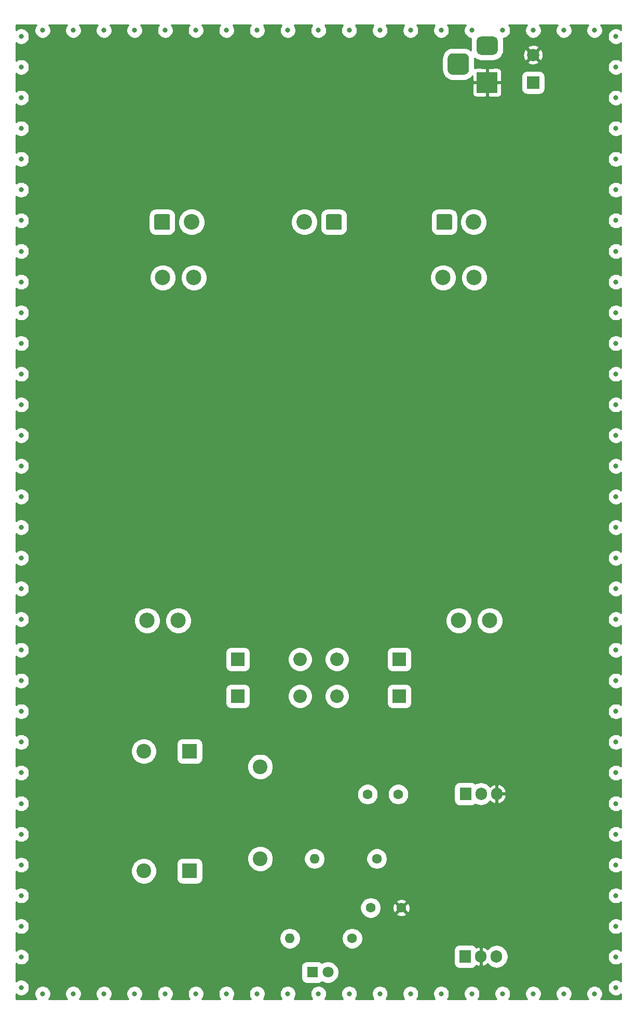
<source format=gbr>
G04 #@! TF.GenerationSoftware,KiCad,Pcbnew,(5.1.6)-1*
G04 #@! TF.CreationDate,2020-12-21T18:52:40-08:00*
G04 #@! TF.ProjectId,12v1a_psu,31327631-615f-4707-9375-2e6b69636164,1.0*
G04 #@! TF.SameCoordinates,Original*
G04 #@! TF.FileFunction,Copper,L2,Inr*
G04 #@! TF.FilePolarity,Positive*
%FSLAX46Y46*%
G04 Gerber Fmt 4.6, Leading zero omitted, Abs format (unit mm)*
G04 Created by KiCad (PCBNEW (5.1.6)-1) date 2020-12-21 18:52:40*
%MOMM*%
%LPD*%
G01*
G04 APERTURE LIST*
G04 #@! TA.AperFunction,ViaPad*
%ADD10O,1.905000X2.000000*%
G04 #@! TD*
G04 #@! TA.AperFunction,ViaPad*
%ADD11R,1.905000X2.000000*%
G04 #@! TD*
G04 #@! TA.AperFunction,ViaPad*
%ADD12C,2.500000*%
G04 #@! TD*
G04 #@! TA.AperFunction,ViaPad*
%ADD13C,2.000000*%
G04 #@! TD*
G04 #@! TA.AperFunction,ViaPad*
%ADD14R,2.000000X2.000000*%
G04 #@! TD*
G04 #@! TA.AperFunction,ViaPad*
%ADD15O,1.600000X1.600000*%
G04 #@! TD*
G04 #@! TA.AperFunction,ViaPad*
%ADD16C,1.600000*%
G04 #@! TD*
G04 #@! TA.AperFunction,ViaPad*
%ADD17R,3.500000X3.500000*%
G04 #@! TD*
G04 #@! TA.AperFunction,ViaPad*
%ADD18C,2.550000*%
G04 #@! TD*
G04 #@! TA.AperFunction,ViaPad*
%ADD19C,1.800000*%
G04 #@! TD*
G04 #@! TA.AperFunction,ViaPad*
%ADD20R,1.800000X1.800000*%
G04 #@! TD*
G04 #@! TA.AperFunction,ViaPad*
%ADD21O,2.200000X2.200000*%
G04 #@! TD*
G04 #@! TA.AperFunction,ViaPad*
%ADD22R,2.200000X2.200000*%
G04 #@! TD*
G04 #@! TA.AperFunction,ViaPad*
%ADD23C,2.400000*%
G04 #@! TD*
G04 #@! TA.AperFunction,ViaPad*
%ADD24R,2.400000X2.400000*%
G04 #@! TD*
G04 #@! TA.AperFunction,ViaPad*
%ADD25C,0.800000*%
G04 #@! TD*
G04 #@! TA.AperFunction,Conductor*
%ADD26C,0.254000*%
G04 #@! TD*
G04 APERTURE END LIST*
D10*
X119050000Y-150930000D03*
X116510000Y-150930000D03*
D11*
X113970000Y-150930000D03*
D12*
X62060000Y-122690000D03*
X67140000Y-122690000D03*
X112860000Y-122690000D03*
X117940000Y-122690000D03*
X115400000Y-66810000D03*
X110320000Y-66810000D03*
X64600000Y-66810000D03*
X69680000Y-66810000D03*
D13*
X125000000Y-30500000D03*
D14*
X125000000Y-35000000D03*
D15*
X89340000Y-161500000D03*
D16*
X99500000Y-161500000D03*
D15*
X85340000Y-174500000D03*
D16*
X95500000Y-174500000D03*
D10*
X119040000Y-177430000D03*
X116500000Y-177430000D03*
D11*
X113960000Y-177430000D03*
D17*
X117500000Y-35000000D03*
G04 #@! TA.AperFunction,ViaPad*
G36*
G01*
X116500000Y-27500000D02*
X118500000Y-27500000D01*
G75*
G02*
X119250000Y-28250000I0J-750000D01*
G01*
X119250000Y-29750000D01*
G75*
G02*
X118500000Y-30500000I-750000J0D01*
G01*
X116500000Y-30500000D01*
G75*
G02*
X115750000Y-29750000I0J750000D01*
G01*
X115750000Y-28250000D01*
G75*
G02*
X116500000Y-27500000I750000J0D01*
G01*
G37*
G04 #@! TD.AperFunction*
G04 #@! TA.AperFunction,ViaPad*
G36*
G01*
X111925000Y-30250000D02*
X113675000Y-30250000D01*
G75*
G02*
X114550000Y-31125000I0J-875000D01*
G01*
X114550000Y-32875000D01*
G75*
G02*
X113675000Y-33750000I-875000J0D01*
G01*
X111925000Y-33750000D01*
G75*
G02*
X111050000Y-32875000I0J875000D01*
G01*
X111050000Y-31125000D01*
G75*
G02*
X111925000Y-30250000I875000J0D01*
G01*
G37*
G04 #@! TD.AperFunction*
D18*
X115300000Y-57750000D03*
G04 #@! TA.AperFunction,ViaPad*
G36*
G01*
X109225000Y-58775001D02*
X109225000Y-56724999D01*
G75*
G02*
X109474999Y-56475000I249999J0D01*
G01*
X111525001Y-56475000D01*
G75*
G02*
X111775000Y-56724999I0J-249999D01*
G01*
X111775000Y-58775001D01*
G75*
G02*
X111525001Y-59025000I-249999J0D01*
G01*
X109474999Y-59025000D01*
G75*
G02*
X109225000Y-58775001I0J249999D01*
G01*
G37*
G04 #@! TD.AperFunction*
X69300000Y-57750000D03*
G04 #@! TA.AperFunction,ViaPad*
G36*
G01*
X63225000Y-58775001D02*
X63225000Y-56724999D01*
G75*
G02*
X63474999Y-56475000I249999J0D01*
G01*
X65525001Y-56475000D01*
G75*
G02*
X65775000Y-56724999I0J-249999D01*
G01*
X65775000Y-58775001D01*
G75*
G02*
X65525001Y-59025000I-249999J0D01*
G01*
X63474999Y-59025000D01*
G75*
G02*
X63225000Y-58775001I0J249999D01*
G01*
G37*
G04 #@! TD.AperFunction*
X87700000Y-57750000D03*
G04 #@! TA.AperFunction,ViaPad*
G36*
G01*
X93775000Y-56724999D02*
X93775000Y-58775001D01*
G75*
G02*
X93525001Y-59025000I-249999J0D01*
G01*
X91474999Y-59025000D01*
G75*
G02*
X91225000Y-58775001I0J249999D01*
G01*
X91225000Y-56724999D01*
G75*
G02*
X91474999Y-56475000I249999J0D01*
G01*
X93525001Y-56475000D01*
G75*
G02*
X93775000Y-56724999I0J-249999D01*
G01*
G37*
G04 #@! TD.AperFunction*
D19*
X91540000Y-180000000D03*
D20*
X89000000Y-180000000D03*
D21*
X93000000Y-135000000D03*
D22*
X103160000Y-135000000D03*
D21*
X87000000Y-135000000D03*
D22*
X76840000Y-135000000D03*
D21*
X93000000Y-129000000D03*
D22*
X103160000Y-129000000D03*
D21*
X87000000Y-129000000D03*
D22*
X76840000Y-129000000D03*
D16*
X98500000Y-169500000D03*
X103500000Y-169500000D03*
X98000000Y-151000000D03*
X103000000Y-151000000D03*
D23*
X80500000Y-146500000D03*
X80500000Y-161500000D03*
X61500000Y-144000000D03*
D24*
X69000000Y-144000000D03*
D23*
X61500000Y-163500000D03*
D24*
X69000000Y-163500000D03*
D25*
X138500000Y-27500000D03*
X138500000Y-32500000D03*
X138500000Y-37500000D03*
X138500000Y-42500000D03*
X138500000Y-47500000D03*
X138500000Y-52500000D03*
X138500000Y-57500000D03*
X138500000Y-62500000D03*
X138500000Y-67500000D03*
X138500000Y-72500000D03*
X138500000Y-77500000D03*
X138500000Y-82500000D03*
X138500000Y-87500000D03*
X138500000Y-92500000D03*
X138500000Y-97500000D03*
X138500000Y-102500000D03*
X138500000Y-107500000D03*
X138500000Y-112500000D03*
X138500000Y-117500000D03*
X138500000Y-122500000D03*
X138500000Y-127500000D03*
X138500000Y-132500000D03*
X138500000Y-137500000D03*
X138500000Y-142500000D03*
X138500000Y-147500000D03*
X138500000Y-152500000D03*
X138500000Y-157500000D03*
X138500000Y-162500000D03*
X138500000Y-167500000D03*
X138500000Y-172500000D03*
X138500000Y-177500000D03*
X135000000Y-183500000D03*
X130000000Y-183500000D03*
X125000000Y-183500000D03*
X120000000Y-183500000D03*
X115000000Y-183500000D03*
X90000000Y-183500000D03*
X100000000Y-183500000D03*
X95000000Y-183500000D03*
X110000000Y-183500000D03*
X105000000Y-183500000D03*
X80000000Y-183500000D03*
X85000000Y-183500000D03*
X75000000Y-183500000D03*
X70000000Y-183500000D03*
X65000000Y-183500000D03*
X55000000Y-183500000D03*
X50000000Y-183500000D03*
X60000000Y-183500000D03*
X45000000Y-183500000D03*
X138500000Y-182500000D03*
X41500000Y-27500000D03*
X41500000Y-167500000D03*
X41500000Y-122500000D03*
X41500000Y-157500000D03*
X41500000Y-107500000D03*
X41500000Y-67500000D03*
X41500000Y-147500000D03*
X41500000Y-117500000D03*
X41500000Y-102500000D03*
X41500000Y-57500000D03*
X41500000Y-177500000D03*
X41500000Y-172500000D03*
X41500000Y-47500000D03*
X41500000Y-62500000D03*
X41500000Y-127500000D03*
X41500000Y-162500000D03*
X41500000Y-72500000D03*
X41500000Y-152500000D03*
X41500000Y-82500000D03*
X41500000Y-37500000D03*
X41500000Y-137500000D03*
X41500000Y-87500000D03*
X41500000Y-77500000D03*
X41500000Y-97500000D03*
X41500000Y-52500000D03*
X41500000Y-112500000D03*
X41500000Y-32500000D03*
X41500000Y-42500000D03*
X41500000Y-92500000D03*
X41500000Y-132500000D03*
X41500000Y-142500000D03*
X41500000Y-182500000D03*
X115000000Y-26500000D03*
X125000000Y-26500000D03*
X120000000Y-26500000D03*
X135000000Y-26500000D03*
X130000000Y-26500000D03*
X80000000Y-26500000D03*
X105000000Y-26500000D03*
X75000000Y-26500000D03*
X50000000Y-26500000D03*
X65000000Y-26500000D03*
X110000000Y-26500000D03*
X85000000Y-26500000D03*
X70000000Y-26500000D03*
X45000000Y-26500000D03*
X60000000Y-26500000D03*
X100000000Y-26500000D03*
X95000000Y-26500000D03*
X55000000Y-26500000D03*
X90000000Y-26500000D03*
D26*
G36*
X43824028Y-25871430D02*
G01*
X43723996Y-26112928D01*
X43673000Y-26369302D01*
X43673000Y-26630698D01*
X43723996Y-26887072D01*
X43824028Y-27128570D01*
X43969252Y-27345913D01*
X44154087Y-27530748D01*
X44371430Y-27675972D01*
X44612928Y-27776004D01*
X44869302Y-27827000D01*
X45130698Y-27827000D01*
X45387072Y-27776004D01*
X45628570Y-27675972D01*
X45845913Y-27530748D01*
X46030748Y-27345913D01*
X46175972Y-27128570D01*
X46276004Y-26887072D01*
X46327000Y-26630698D01*
X46327000Y-26369302D01*
X46276004Y-26112928D01*
X46175972Y-25871430D01*
X46034699Y-25660000D01*
X48965301Y-25660000D01*
X48824028Y-25871430D01*
X48723996Y-26112928D01*
X48673000Y-26369302D01*
X48673000Y-26630698D01*
X48723996Y-26887072D01*
X48824028Y-27128570D01*
X48969252Y-27345913D01*
X49154087Y-27530748D01*
X49371430Y-27675972D01*
X49612928Y-27776004D01*
X49869302Y-27827000D01*
X50130698Y-27827000D01*
X50387072Y-27776004D01*
X50628570Y-27675972D01*
X50845913Y-27530748D01*
X51030748Y-27345913D01*
X51175972Y-27128570D01*
X51276004Y-26887072D01*
X51327000Y-26630698D01*
X51327000Y-26369302D01*
X51276004Y-26112928D01*
X51175972Y-25871430D01*
X51034699Y-25660000D01*
X53965301Y-25660000D01*
X53824028Y-25871430D01*
X53723996Y-26112928D01*
X53673000Y-26369302D01*
X53673000Y-26630698D01*
X53723996Y-26887072D01*
X53824028Y-27128570D01*
X53969252Y-27345913D01*
X54154087Y-27530748D01*
X54371430Y-27675972D01*
X54612928Y-27776004D01*
X54869302Y-27827000D01*
X55130698Y-27827000D01*
X55387072Y-27776004D01*
X55628570Y-27675972D01*
X55845913Y-27530748D01*
X56030748Y-27345913D01*
X56175972Y-27128570D01*
X56276004Y-26887072D01*
X56327000Y-26630698D01*
X56327000Y-26369302D01*
X56276004Y-26112928D01*
X56175972Y-25871430D01*
X56034699Y-25660000D01*
X58965301Y-25660000D01*
X58824028Y-25871430D01*
X58723996Y-26112928D01*
X58673000Y-26369302D01*
X58673000Y-26630698D01*
X58723996Y-26887072D01*
X58824028Y-27128570D01*
X58969252Y-27345913D01*
X59154087Y-27530748D01*
X59371430Y-27675972D01*
X59612928Y-27776004D01*
X59869302Y-27827000D01*
X60130698Y-27827000D01*
X60387072Y-27776004D01*
X60628570Y-27675972D01*
X60845913Y-27530748D01*
X61030748Y-27345913D01*
X61175972Y-27128570D01*
X61276004Y-26887072D01*
X61327000Y-26630698D01*
X61327000Y-26369302D01*
X61276004Y-26112928D01*
X61175972Y-25871430D01*
X61034699Y-25660000D01*
X63965301Y-25660000D01*
X63824028Y-25871430D01*
X63723996Y-26112928D01*
X63673000Y-26369302D01*
X63673000Y-26630698D01*
X63723996Y-26887072D01*
X63824028Y-27128570D01*
X63969252Y-27345913D01*
X64154087Y-27530748D01*
X64371430Y-27675972D01*
X64612928Y-27776004D01*
X64869302Y-27827000D01*
X65130698Y-27827000D01*
X65387072Y-27776004D01*
X65628570Y-27675972D01*
X65845913Y-27530748D01*
X66030748Y-27345913D01*
X66175972Y-27128570D01*
X66276004Y-26887072D01*
X66327000Y-26630698D01*
X66327000Y-26369302D01*
X66276004Y-26112928D01*
X66175972Y-25871430D01*
X66034699Y-25660000D01*
X68965301Y-25660000D01*
X68824028Y-25871430D01*
X68723996Y-26112928D01*
X68673000Y-26369302D01*
X68673000Y-26630698D01*
X68723996Y-26887072D01*
X68824028Y-27128570D01*
X68969252Y-27345913D01*
X69154087Y-27530748D01*
X69371430Y-27675972D01*
X69612928Y-27776004D01*
X69869302Y-27827000D01*
X70130698Y-27827000D01*
X70387072Y-27776004D01*
X70628570Y-27675972D01*
X70845913Y-27530748D01*
X71030748Y-27345913D01*
X71175972Y-27128570D01*
X71276004Y-26887072D01*
X71327000Y-26630698D01*
X71327000Y-26369302D01*
X71276004Y-26112928D01*
X71175972Y-25871430D01*
X71034699Y-25660000D01*
X73965301Y-25660000D01*
X73824028Y-25871430D01*
X73723996Y-26112928D01*
X73673000Y-26369302D01*
X73673000Y-26630698D01*
X73723996Y-26887072D01*
X73824028Y-27128570D01*
X73969252Y-27345913D01*
X74154087Y-27530748D01*
X74371430Y-27675972D01*
X74612928Y-27776004D01*
X74869302Y-27827000D01*
X75130698Y-27827000D01*
X75387072Y-27776004D01*
X75628570Y-27675972D01*
X75845913Y-27530748D01*
X76030748Y-27345913D01*
X76175972Y-27128570D01*
X76276004Y-26887072D01*
X76327000Y-26630698D01*
X76327000Y-26369302D01*
X76276004Y-26112928D01*
X76175972Y-25871430D01*
X76034699Y-25660000D01*
X78965301Y-25660000D01*
X78824028Y-25871430D01*
X78723996Y-26112928D01*
X78673000Y-26369302D01*
X78673000Y-26630698D01*
X78723996Y-26887072D01*
X78824028Y-27128570D01*
X78969252Y-27345913D01*
X79154087Y-27530748D01*
X79371430Y-27675972D01*
X79612928Y-27776004D01*
X79869302Y-27827000D01*
X80130698Y-27827000D01*
X80387072Y-27776004D01*
X80628570Y-27675972D01*
X80845913Y-27530748D01*
X81030748Y-27345913D01*
X81175972Y-27128570D01*
X81276004Y-26887072D01*
X81327000Y-26630698D01*
X81327000Y-26369302D01*
X81276004Y-26112928D01*
X81175972Y-25871430D01*
X81034699Y-25660000D01*
X83965301Y-25660000D01*
X83824028Y-25871430D01*
X83723996Y-26112928D01*
X83673000Y-26369302D01*
X83673000Y-26630698D01*
X83723996Y-26887072D01*
X83824028Y-27128570D01*
X83969252Y-27345913D01*
X84154087Y-27530748D01*
X84371430Y-27675972D01*
X84612928Y-27776004D01*
X84869302Y-27827000D01*
X85130698Y-27827000D01*
X85387072Y-27776004D01*
X85628570Y-27675972D01*
X85845913Y-27530748D01*
X86030748Y-27345913D01*
X86175972Y-27128570D01*
X86276004Y-26887072D01*
X86327000Y-26630698D01*
X86327000Y-26369302D01*
X86276004Y-26112928D01*
X86175972Y-25871430D01*
X86034699Y-25660000D01*
X88965301Y-25660000D01*
X88824028Y-25871430D01*
X88723996Y-26112928D01*
X88673000Y-26369302D01*
X88673000Y-26630698D01*
X88723996Y-26887072D01*
X88824028Y-27128570D01*
X88969252Y-27345913D01*
X89154087Y-27530748D01*
X89371430Y-27675972D01*
X89612928Y-27776004D01*
X89869302Y-27827000D01*
X90130698Y-27827000D01*
X90387072Y-27776004D01*
X90628570Y-27675972D01*
X90845913Y-27530748D01*
X91030748Y-27345913D01*
X91175972Y-27128570D01*
X91276004Y-26887072D01*
X91327000Y-26630698D01*
X91327000Y-26369302D01*
X91276004Y-26112928D01*
X91175972Y-25871430D01*
X91034699Y-25660000D01*
X93965301Y-25660000D01*
X93824028Y-25871430D01*
X93723996Y-26112928D01*
X93673000Y-26369302D01*
X93673000Y-26630698D01*
X93723996Y-26887072D01*
X93824028Y-27128570D01*
X93969252Y-27345913D01*
X94154087Y-27530748D01*
X94371430Y-27675972D01*
X94612928Y-27776004D01*
X94869302Y-27827000D01*
X95130698Y-27827000D01*
X95387072Y-27776004D01*
X95628570Y-27675972D01*
X95845913Y-27530748D01*
X96030748Y-27345913D01*
X96175972Y-27128570D01*
X96276004Y-26887072D01*
X96327000Y-26630698D01*
X96327000Y-26369302D01*
X96276004Y-26112928D01*
X96175972Y-25871430D01*
X96034699Y-25660000D01*
X98965301Y-25660000D01*
X98824028Y-25871430D01*
X98723996Y-26112928D01*
X98673000Y-26369302D01*
X98673000Y-26630698D01*
X98723996Y-26887072D01*
X98824028Y-27128570D01*
X98969252Y-27345913D01*
X99154087Y-27530748D01*
X99371430Y-27675972D01*
X99612928Y-27776004D01*
X99869302Y-27827000D01*
X100130698Y-27827000D01*
X100387072Y-27776004D01*
X100628570Y-27675972D01*
X100845913Y-27530748D01*
X101030748Y-27345913D01*
X101175972Y-27128570D01*
X101276004Y-26887072D01*
X101327000Y-26630698D01*
X101327000Y-26369302D01*
X101276004Y-26112928D01*
X101175972Y-25871430D01*
X101034699Y-25660000D01*
X103965301Y-25660000D01*
X103824028Y-25871430D01*
X103723996Y-26112928D01*
X103673000Y-26369302D01*
X103673000Y-26630698D01*
X103723996Y-26887072D01*
X103824028Y-27128570D01*
X103969252Y-27345913D01*
X104154087Y-27530748D01*
X104371430Y-27675972D01*
X104612928Y-27776004D01*
X104869302Y-27827000D01*
X105130698Y-27827000D01*
X105387072Y-27776004D01*
X105628570Y-27675972D01*
X105845913Y-27530748D01*
X106030748Y-27345913D01*
X106175972Y-27128570D01*
X106276004Y-26887072D01*
X106327000Y-26630698D01*
X106327000Y-26369302D01*
X106276004Y-26112928D01*
X106175972Y-25871430D01*
X106034699Y-25660000D01*
X108965301Y-25660000D01*
X108824028Y-25871430D01*
X108723996Y-26112928D01*
X108673000Y-26369302D01*
X108673000Y-26630698D01*
X108723996Y-26887072D01*
X108824028Y-27128570D01*
X108969252Y-27345913D01*
X109154087Y-27530748D01*
X109371430Y-27675972D01*
X109612928Y-27776004D01*
X109869302Y-27827000D01*
X110130698Y-27827000D01*
X110387072Y-27776004D01*
X110628570Y-27675972D01*
X110845913Y-27530748D01*
X111030748Y-27345913D01*
X111175972Y-27128570D01*
X111276004Y-26887072D01*
X111327000Y-26630698D01*
X111327000Y-26369302D01*
X111276004Y-26112928D01*
X111175972Y-25871430D01*
X111034699Y-25660000D01*
X113965301Y-25660000D01*
X113824028Y-25871430D01*
X113723996Y-26112928D01*
X113673000Y-26369302D01*
X113673000Y-26630698D01*
X113723996Y-26887072D01*
X113824028Y-27128570D01*
X113969252Y-27345913D01*
X114154087Y-27530748D01*
X114371430Y-27675972D01*
X114612928Y-27776004D01*
X114869302Y-27827000D01*
X114879629Y-27827000D01*
X114850824Y-27921959D01*
X114818515Y-28250000D01*
X114818515Y-29737764D01*
X114678629Y-29622963D01*
X114366312Y-29456025D01*
X114027428Y-29353226D01*
X113675000Y-29318515D01*
X111925000Y-29318515D01*
X111572572Y-29353226D01*
X111233688Y-29456025D01*
X110921371Y-29622963D01*
X110647622Y-29847622D01*
X110422963Y-30121371D01*
X110256025Y-30433688D01*
X110153226Y-30772572D01*
X110118515Y-31125000D01*
X110118515Y-32875000D01*
X110153226Y-33227428D01*
X110256025Y-33566312D01*
X110422963Y-33878629D01*
X110647622Y-34152378D01*
X110921371Y-34377037D01*
X111233688Y-34543975D01*
X111572572Y-34646774D01*
X111925000Y-34681485D01*
X113675000Y-34681485D01*
X114027428Y-34646774D01*
X114366312Y-34543975D01*
X114678629Y-34377037D01*
X114952378Y-34152378D01*
X115113410Y-33956160D01*
X115115000Y-34714250D01*
X115273750Y-34873000D01*
X117373000Y-34873000D01*
X117373000Y-32773750D01*
X117627000Y-32773750D01*
X117627000Y-34873000D01*
X119726250Y-34873000D01*
X119885000Y-34714250D01*
X119886498Y-34000000D01*
X123068515Y-34000000D01*
X123068515Y-36000000D01*
X123086413Y-36181724D01*
X123139420Y-36356464D01*
X123225499Y-36517505D01*
X123341341Y-36658659D01*
X123482495Y-36774501D01*
X123643536Y-36860580D01*
X123818276Y-36913587D01*
X124000000Y-36931485D01*
X126000000Y-36931485D01*
X126181724Y-36913587D01*
X126356464Y-36860580D01*
X126517505Y-36774501D01*
X126658659Y-36658659D01*
X126774501Y-36517505D01*
X126860580Y-36356464D01*
X126913587Y-36181724D01*
X126931485Y-36000000D01*
X126931485Y-34000000D01*
X126913587Y-33818276D01*
X126860580Y-33643536D01*
X126774501Y-33482495D01*
X126658659Y-33341341D01*
X126517505Y-33225499D01*
X126356464Y-33139420D01*
X126181724Y-33086413D01*
X126000000Y-33068515D01*
X124000000Y-33068515D01*
X123818276Y-33086413D01*
X123643536Y-33139420D01*
X123482495Y-33225499D01*
X123341341Y-33341341D01*
X123225499Y-33482495D01*
X123139420Y-33643536D01*
X123086413Y-33818276D01*
X123068515Y-34000000D01*
X119886498Y-34000000D01*
X119888072Y-33250000D01*
X119875812Y-33125518D01*
X119839502Y-33005820D01*
X119780537Y-32895506D01*
X119701185Y-32798815D01*
X119604494Y-32719463D01*
X119494180Y-32660498D01*
X119374482Y-32624188D01*
X119250000Y-32611928D01*
X117785750Y-32615000D01*
X117627000Y-32773750D01*
X117373000Y-32773750D01*
X117214250Y-32615000D01*
X115750000Y-32611928D01*
X115625518Y-32624188D01*
X115505820Y-32660498D01*
X115481485Y-32673506D01*
X115481485Y-31635413D01*
X124044192Y-31635413D01*
X124139956Y-31899814D01*
X124429571Y-32040704D01*
X124741108Y-32122384D01*
X125062595Y-32141718D01*
X125381675Y-32097961D01*
X125686088Y-31992795D01*
X125860044Y-31899814D01*
X125955808Y-31635413D01*
X125000000Y-30679605D01*
X124044192Y-31635413D01*
X115481485Y-31635413D01*
X115481485Y-31125000D01*
X115476545Y-31074840D01*
X115565817Y-31148104D01*
X115856524Y-31303490D01*
X116171959Y-31399176D01*
X116500000Y-31431485D01*
X118500000Y-31431485D01*
X118828041Y-31399176D01*
X119143476Y-31303490D01*
X119434183Y-31148104D01*
X119688989Y-30938989D01*
X119898104Y-30684183D01*
X119963094Y-30562595D01*
X123358282Y-30562595D01*
X123402039Y-30881675D01*
X123507205Y-31186088D01*
X123600186Y-31360044D01*
X123864587Y-31455808D01*
X124820395Y-30500000D01*
X125179605Y-30500000D01*
X126135413Y-31455808D01*
X126399814Y-31360044D01*
X126540704Y-31070429D01*
X126622384Y-30758892D01*
X126641718Y-30437405D01*
X126597961Y-30118325D01*
X126492795Y-29813912D01*
X126399814Y-29639956D01*
X126135413Y-29544192D01*
X125179605Y-30500000D01*
X124820395Y-30500000D01*
X123864587Y-29544192D01*
X123600186Y-29639956D01*
X123459296Y-29929571D01*
X123377616Y-30241108D01*
X123358282Y-30562595D01*
X119963094Y-30562595D01*
X120053490Y-30393476D01*
X120149176Y-30078041D01*
X120181485Y-29750000D01*
X120181485Y-29364587D01*
X124044192Y-29364587D01*
X125000000Y-30320395D01*
X125955808Y-29364587D01*
X125860044Y-29100186D01*
X125570429Y-28959296D01*
X125258892Y-28877616D01*
X124937405Y-28858282D01*
X124618325Y-28902039D01*
X124313912Y-29007205D01*
X124139956Y-29100186D01*
X124044192Y-29364587D01*
X120181485Y-29364587D01*
X120181485Y-28250000D01*
X120149176Y-27921959D01*
X120120371Y-27827000D01*
X120130698Y-27827000D01*
X120387072Y-27776004D01*
X120628570Y-27675972D01*
X120845913Y-27530748D01*
X121030748Y-27345913D01*
X121175972Y-27128570D01*
X121276004Y-26887072D01*
X121327000Y-26630698D01*
X121327000Y-26369302D01*
X121276004Y-26112928D01*
X121175972Y-25871430D01*
X121034699Y-25660000D01*
X123965301Y-25660000D01*
X123824028Y-25871430D01*
X123723996Y-26112928D01*
X123673000Y-26369302D01*
X123673000Y-26630698D01*
X123723996Y-26887072D01*
X123824028Y-27128570D01*
X123969252Y-27345913D01*
X124154087Y-27530748D01*
X124371430Y-27675972D01*
X124612928Y-27776004D01*
X124869302Y-27827000D01*
X125130698Y-27827000D01*
X125387072Y-27776004D01*
X125628570Y-27675972D01*
X125845913Y-27530748D01*
X126030748Y-27345913D01*
X126175972Y-27128570D01*
X126276004Y-26887072D01*
X126327000Y-26630698D01*
X126327000Y-26369302D01*
X126276004Y-26112928D01*
X126175972Y-25871430D01*
X126034699Y-25660000D01*
X128965301Y-25660000D01*
X128824028Y-25871430D01*
X128723996Y-26112928D01*
X128673000Y-26369302D01*
X128673000Y-26630698D01*
X128723996Y-26887072D01*
X128824028Y-27128570D01*
X128969252Y-27345913D01*
X129154087Y-27530748D01*
X129371430Y-27675972D01*
X129612928Y-27776004D01*
X129869302Y-27827000D01*
X130130698Y-27827000D01*
X130387072Y-27776004D01*
X130628570Y-27675972D01*
X130845913Y-27530748D01*
X131030748Y-27345913D01*
X131175972Y-27128570D01*
X131276004Y-26887072D01*
X131327000Y-26630698D01*
X131327000Y-26369302D01*
X131276004Y-26112928D01*
X131175972Y-25871430D01*
X131034699Y-25660000D01*
X133965301Y-25660000D01*
X133824028Y-25871430D01*
X133723996Y-26112928D01*
X133673000Y-26369302D01*
X133673000Y-26630698D01*
X133723996Y-26887072D01*
X133824028Y-27128570D01*
X133969252Y-27345913D01*
X134154087Y-27530748D01*
X134371430Y-27675972D01*
X134612928Y-27776004D01*
X134869302Y-27827000D01*
X135130698Y-27827000D01*
X135387072Y-27776004D01*
X135628570Y-27675972D01*
X135845913Y-27530748D01*
X136030748Y-27345913D01*
X136175972Y-27128570D01*
X136276004Y-26887072D01*
X136327000Y-26630698D01*
X136327000Y-26369302D01*
X136276004Y-26112928D01*
X136175972Y-25871430D01*
X136034699Y-25660000D01*
X139340000Y-25660000D01*
X139340000Y-26465301D01*
X139128570Y-26324028D01*
X138887072Y-26223996D01*
X138630698Y-26173000D01*
X138369302Y-26173000D01*
X138112928Y-26223996D01*
X137871430Y-26324028D01*
X137654087Y-26469252D01*
X137469252Y-26654087D01*
X137324028Y-26871430D01*
X137223996Y-27112928D01*
X137173000Y-27369302D01*
X137173000Y-27630698D01*
X137223996Y-27887072D01*
X137324028Y-28128570D01*
X137469252Y-28345913D01*
X137654087Y-28530748D01*
X137871430Y-28675972D01*
X138112928Y-28776004D01*
X138369302Y-28827000D01*
X138630698Y-28827000D01*
X138887072Y-28776004D01*
X139128570Y-28675972D01*
X139340000Y-28534699D01*
X139340000Y-31465301D01*
X139128570Y-31324028D01*
X138887072Y-31223996D01*
X138630698Y-31173000D01*
X138369302Y-31173000D01*
X138112928Y-31223996D01*
X137871430Y-31324028D01*
X137654087Y-31469252D01*
X137469252Y-31654087D01*
X137324028Y-31871430D01*
X137223996Y-32112928D01*
X137173000Y-32369302D01*
X137173000Y-32630698D01*
X137223996Y-32887072D01*
X137324028Y-33128570D01*
X137469252Y-33345913D01*
X137654087Y-33530748D01*
X137871430Y-33675972D01*
X138112928Y-33776004D01*
X138369302Y-33827000D01*
X138630698Y-33827000D01*
X138887072Y-33776004D01*
X139128570Y-33675972D01*
X139340000Y-33534699D01*
X139340000Y-36465301D01*
X139128570Y-36324028D01*
X138887072Y-36223996D01*
X138630698Y-36173000D01*
X138369302Y-36173000D01*
X138112928Y-36223996D01*
X137871430Y-36324028D01*
X137654087Y-36469252D01*
X137469252Y-36654087D01*
X137324028Y-36871430D01*
X137223996Y-37112928D01*
X137173000Y-37369302D01*
X137173000Y-37630698D01*
X137223996Y-37887072D01*
X137324028Y-38128570D01*
X137469252Y-38345913D01*
X137654087Y-38530748D01*
X137871430Y-38675972D01*
X138112928Y-38776004D01*
X138369302Y-38827000D01*
X138630698Y-38827000D01*
X138887072Y-38776004D01*
X139128570Y-38675972D01*
X139340000Y-38534699D01*
X139340000Y-41465301D01*
X139128570Y-41324028D01*
X138887072Y-41223996D01*
X138630698Y-41173000D01*
X138369302Y-41173000D01*
X138112928Y-41223996D01*
X137871430Y-41324028D01*
X137654087Y-41469252D01*
X137469252Y-41654087D01*
X137324028Y-41871430D01*
X137223996Y-42112928D01*
X137173000Y-42369302D01*
X137173000Y-42630698D01*
X137223996Y-42887072D01*
X137324028Y-43128570D01*
X137469252Y-43345913D01*
X137654087Y-43530748D01*
X137871430Y-43675972D01*
X138112928Y-43776004D01*
X138369302Y-43827000D01*
X138630698Y-43827000D01*
X138887072Y-43776004D01*
X139128570Y-43675972D01*
X139340000Y-43534699D01*
X139340000Y-46465301D01*
X139128570Y-46324028D01*
X138887072Y-46223996D01*
X138630698Y-46173000D01*
X138369302Y-46173000D01*
X138112928Y-46223996D01*
X137871430Y-46324028D01*
X137654087Y-46469252D01*
X137469252Y-46654087D01*
X137324028Y-46871430D01*
X137223996Y-47112928D01*
X137173000Y-47369302D01*
X137173000Y-47630698D01*
X137223996Y-47887072D01*
X137324028Y-48128570D01*
X137469252Y-48345913D01*
X137654087Y-48530748D01*
X137871430Y-48675972D01*
X138112928Y-48776004D01*
X138369302Y-48827000D01*
X138630698Y-48827000D01*
X138887072Y-48776004D01*
X139128570Y-48675972D01*
X139340000Y-48534699D01*
X139340000Y-51465301D01*
X139128570Y-51324028D01*
X138887072Y-51223996D01*
X138630698Y-51173000D01*
X138369302Y-51173000D01*
X138112928Y-51223996D01*
X137871430Y-51324028D01*
X137654087Y-51469252D01*
X137469252Y-51654087D01*
X137324028Y-51871430D01*
X137223996Y-52112928D01*
X137173000Y-52369302D01*
X137173000Y-52630698D01*
X137223996Y-52887072D01*
X137324028Y-53128570D01*
X137469252Y-53345913D01*
X137654087Y-53530748D01*
X137871430Y-53675972D01*
X138112928Y-53776004D01*
X138369302Y-53827000D01*
X138630698Y-53827000D01*
X138887072Y-53776004D01*
X139128570Y-53675972D01*
X139340000Y-53534699D01*
X139340000Y-56465301D01*
X139128570Y-56324028D01*
X138887072Y-56223996D01*
X138630698Y-56173000D01*
X138369302Y-56173000D01*
X138112928Y-56223996D01*
X137871430Y-56324028D01*
X137654087Y-56469252D01*
X137469252Y-56654087D01*
X137324028Y-56871430D01*
X137223996Y-57112928D01*
X137173000Y-57369302D01*
X137173000Y-57630698D01*
X137223996Y-57887072D01*
X137324028Y-58128570D01*
X137469252Y-58345913D01*
X137654087Y-58530748D01*
X137871430Y-58675972D01*
X138112928Y-58776004D01*
X138369302Y-58827000D01*
X138630698Y-58827000D01*
X138887072Y-58776004D01*
X139128570Y-58675972D01*
X139340000Y-58534699D01*
X139340000Y-61465301D01*
X139128570Y-61324028D01*
X138887072Y-61223996D01*
X138630698Y-61173000D01*
X138369302Y-61173000D01*
X138112928Y-61223996D01*
X137871430Y-61324028D01*
X137654087Y-61469252D01*
X137469252Y-61654087D01*
X137324028Y-61871430D01*
X137223996Y-62112928D01*
X137173000Y-62369302D01*
X137173000Y-62630698D01*
X137223996Y-62887072D01*
X137324028Y-63128570D01*
X137469252Y-63345913D01*
X137654087Y-63530748D01*
X137871430Y-63675972D01*
X138112928Y-63776004D01*
X138369302Y-63827000D01*
X138630698Y-63827000D01*
X138887072Y-63776004D01*
X139128570Y-63675972D01*
X139340000Y-63534699D01*
X139340000Y-66465301D01*
X139128570Y-66324028D01*
X138887072Y-66223996D01*
X138630698Y-66173000D01*
X138369302Y-66173000D01*
X138112928Y-66223996D01*
X137871430Y-66324028D01*
X137654087Y-66469252D01*
X137469252Y-66654087D01*
X137324028Y-66871430D01*
X137223996Y-67112928D01*
X137173000Y-67369302D01*
X137173000Y-67630698D01*
X137223996Y-67887072D01*
X137324028Y-68128570D01*
X137469252Y-68345913D01*
X137654087Y-68530748D01*
X137871430Y-68675972D01*
X138112928Y-68776004D01*
X138369302Y-68827000D01*
X138630698Y-68827000D01*
X138887072Y-68776004D01*
X139128570Y-68675972D01*
X139340000Y-68534699D01*
X139340000Y-71465301D01*
X139128570Y-71324028D01*
X138887072Y-71223996D01*
X138630698Y-71173000D01*
X138369302Y-71173000D01*
X138112928Y-71223996D01*
X137871430Y-71324028D01*
X137654087Y-71469252D01*
X137469252Y-71654087D01*
X137324028Y-71871430D01*
X137223996Y-72112928D01*
X137173000Y-72369302D01*
X137173000Y-72630698D01*
X137223996Y-72887072D01*
X137324028Y-73128570D01*
X137469252Y-73345913D01*
X137654087Y-73530748D01*
X137871430Y-73675972D01*
X138112928Y-73776004D01*
X138369302Y-73827000D01*
X138630698Y-73827000D01*
X138887072Y-73776004D01*
X139128570Y-73675972D01*
X139340000Y-73534699D01*
X139340000Y-76465301D01*
X139128570Y-76324028D01*
X138887072Y-76223996D01*
X138630698Y-76173000D01*
X138369302Y-76173000D01*
X138112928Y-76223996D01*
X137871430Y-76324028D01*
X137654087Y-76469252D01*
X137469252Y-76654087D01*
X137324028Y-76871430D01*
X137223996Y-77112928D01*
X137173000Y-77369302D01*
X137173000Y-77630698D01*
X137223996Y-77887072D01*
X137324028Y-78128570D01*
X137469252Y-78345913D01*
X137654087Y-78530748D01*
X137871430Y-78675972D01*
X138112928Y-78776004D01*
X138369302Y-78827000D01*
X138630698Y-78827000D01*
X138887072Y-78776004D01*
X139128570Y-78675972D01*
X139340000Y-78534699D01*
X139340000Y-81465301D01*
X139128570Y-81324028D01*
X138887072Y-81223996D01*
X138630698Y-81173000D01*
X138369302Y-81173000D01*
X138112928Y-81223996D01*
X137871430Y-81324028D01*
X137654087Y-81469252D01*
X137469252Y-81654087D01*
X137324028Y-81871430D01*
X137223996Y-82112928D01*
X137173000Y-82369302D01*
X137173000Y-82630698D01*
X137223996Y-82887072D01*
X137324028Y-83128570D01*
X137469252Y-83345913D01*
X137654087Y-83530748D01*
X137871430Y-83675972D01*
X138112928Y-83776004D01*
X138369302Y-83827000D01*
X138630698Y-83827000D01*
X138887072Y-83776004D01*
X139128570Y-83675972D01*
X139340000Y-83534699D01*
X139340000Y-86465301D01*
X139128570Y-86324028D01*
X138887072Y-86223996D01*
X138630698Y-86173000D01*
X138369302Y-86173000D01*
X138112928Y-86223996D01*
X137871430Y-86324028D01*
X137654087Y-86469252D01*
X137469252Y-86654087D01*
X137324028Y-86871430D01*
X137223996Y-87112928D01*
X137173000Y-87369302D01*
X137173000Y-87630698D01*
X137223996Y-87887072D01*
X137324028Y-88128570D01*
X137469252Y-88345913D01*
X137654087Y-88530748D01*
X137871430Y-88675972D01*
X138112928Y-88776004D01*
X138369302Y-88827000D01*
X138630698Y-88827000D01*
X138887072Y-88776004D01*
X139128570Y-88675972D01*
X139340000Y-88534699D01*
X139340000Y-91465301D01*
X139128570Y-91324028D01*
X138887072Y-91223996D01*
X138630698Y-91173000D01*
X138369302Y-91173000D01*
X138112928Y-91223996D01*
X137871430Y-91324028D01*
X137654087Y-91469252D01*
X137469252Y-91654087D01*
X137324028Y-91871430D01*
X137223996Y-92112928D01*
X137173000Y-92369302D01*
X137173000Y-92630698D01*
X137223996Y-92887072D01*
X137324028Y-93128570D01*
X137469252Y-93345913D01*
X137654087Y-93530748D01*
X137871430Y-93675972D01*
X138112928Y-93776004D01*
X138369302Y-93827000D01*
X138630698Y-93827000D01*
X138887072Y-93776004D01*
X139128570Y-93675972D01*
X139340000Y-93534699D01*
X139340000Y-96465301D01*
X139128570Y-96324028D01*
X138887072Y-96223996D01*
X138630698Y-96173000D01*
X138369302Y-96173000D01*
X138112928Y-96223996D01*
X137871430Y-96324028D01*
X137654087Y-96469252D01*
X137469252Y-96654087D01*
X137324028Y-96871430D01*
X137223996Y-97112928D01*
X137173000Y-97369302D01*
X137173000Y-97630698D01*
X137223996Y-97887072D01*
X137324028Y-98128570D01*
X137469252Y-98345913D01*
X137654087Y-98530748D01*
X137871430Y-98675972D01*
X138112928Y-98776004D01*
X138369302Y-98827000D01*
X138630698Y-98827000D01*
X138887072Y-98776004D01*
X139128570Y-98675972D01*
X139340000Y-98534699D01*
X139340000Y-101465301D01*
X139128570Y-101324028D01*
X138887072Y-101223996D01*
X138630698Y-101173000D01*
X138369302Y-101173000D01*
X138112928Y-101223996D01*
X137871430Y-101324028D01*
X137654087Y-101469252D01*
X137469252Y-101654087D01*
X137324028Y-101871430D01*
X137223996Y-102112928D01*
X137173000Y-102369302D01*
X137173000Y-102630698D01*
X137223996Y-102887072D01*
X137324028Y-103128570D01*
X137469252Y-103345913D01*
X137654087Y-103530748D01*
X137871430Y-103675972D01*
X138112928Y-103776004D01*
X138369302Y-103827000D01*
X138630698Y-103827000D01*
X138887072Y-103776004D01*
X139128570Y-103675972D01*
X139340000Y-103534699D01*
X139340001Y-106465301D01*
X139128570Y-106324028D01*
X138887072Y-106223996D01*
X138630698Y-106173000D01*
X138369302Y-106173000D01*
X138112928Y-106223996D01*
X137871430Y-106324028D01*
X137654087Y-106469252D01*
X137469252Y-106654087D01*
X137324028Y-106871430D01*
X137223996Y-107112928D01*
X137173000Y-107369302D01*
X137173000Y-107630698D01*
X137223996Y-107887072D01*
X137324028Y-108128570D01*
X137469252Y-108345913D01*
X137654087Y-108530748D01*
X137871430Y-108675972D01*
X138112928Y-108776004D01*
X138369302Y-108827000D01*
X138630698Y-108827000D01*
X138887072Y-108776004D01*
X139128570Y-108675972D01*
X139340001Y-108534699D01*
X139340001Y-111465301D01*
X139128570Y-111324028D01*
X138887072Y-111223996D01*
X138630698Y-111173000D01*
X138369302Y-111173000D01*
X138112928Y-111223996D01*
X137871430Y-111324028D01*
X137654087Y-111469252D01*
X137469252Y-111654087D01*
X137324028Y-111871430D01*
X137223996Y-112112928D01*
X137173000Y-112369302D01*
X137173000Y-112630698D01*
X137223996Y-112887072D01*
X137324028Y-113128570D01*
X137469252Y-113345913D01*
X137654087Y-113530748D01*
X137871430Y-113675972D01*
X138112928Y-113776004D01*
X138369302Y-113827000D01*
X138630698Y-113827000D01*
X138887072Y-113776004D01*
X139128570Y-113675972D01*
X139340001Y-113534699D01*
X139340001Y-116465301D01*
X139128570Y-116324028D01*
X138887072Y-116223996D01*
X138630698Y-116173000D01*
X138369302Y-116173000D01*
X138112928Y-116223996D01*
X137871430Y-116324028D01*
X137654087Y-116469252D01*
X137469252Y-116654087D01*
X137324028Y-116871430D01*
X137223996Y-117112928D01*
X137173000Y-117369302D01*
X137173000Y-117630698D01*
X137223996Y-117887072D01*
X137324028Y-118128570D01*
X137469252Y-118345913D01*
X137654087Y-118530748D01*
X137871430Y-118675972D01*
X138112928Y-118776004D01*
X138369302Y-118827000D01*
X138630698Y-118827000D01*
X138887072Y-118776004D01*
X139128570Y-118675972D01*
X139340001Y-118534699D01*
X139340001Y-121465301D01*
X139128570Y-121324028D01*
X138887072Y-121223996D01*
X138630698Y-121173000D01*
X138369302Y-121173000D01*
X138112928Y-121223996D01*
X137871430Y-121324028D01*
X137654087Y-121469252D01*
X137469252Y-121654087D01*
X137324028Y-121871430D01*
X137223996Y-122112928D01*
X137173000Y-122369302D01*
X137173000Y-122630698D01*
X137223996Y-122887072D01*
X137324028Y-123128570D01*
X137469252Y-123345913D01*
X137654087Y-123530748D01*
X137871430Y-123675972D01*
X138112928Y-123776004D01*
X138369302Y-123827000D01*
X138630698Y-123827000D01*
X138887072Y-123776004D01*
X139128570Y-123675972D01*
X139340001Y-123534699D01*
X139340001Y-126465301D01*
X139128570Y-126324028D01*
X138887072Y-126223996D01*
X138630698Y-126173000D01*
X138369302Y-126173000D01*
X138112928Y-126223996D01*
X137871430Y-126324028D01*
X137654087Y-126469252D01*
X137469252Y-126654087D01*
X137324028Y-126871430D01*
X137223996Y-127112928D01*
X137173000Y-127369302D01*
X137173000Y-127630698D01*
X137223996Y-127887072D01*
X137324028Y-128128570D01*
X137469252Y-128345913D01*
X137654087Y-128530748D01*
X137871430Y-128675972D01*
X138112928Y-128776004D01*
X138369302Y-128827000D01*
X138630698Y-128827000D01*
X138887072Y-128776004D01*
X139128570Y-128675972D01*
X139340001Y-128534699D01*
X139340001Y-131465302D01*
X139128570Y-131324028D01*
X138887072Y-131223996D01*
X138630698Y-131173000D01*
X138369302Y-131173000D01*
X138112928Y-131223996D01*
X137871430Y-131324028D01*
X137654087Y-131469252D01*
X137469252Y-131654087D01*
X137324028Y-131871430D01*
X137223996Y-132112928D01*
X137173000Y-132369302D01*
X137173000Y-132630698D01*
X137223996Y-132887072D01*
X137324028Y-133128570D01*
X137469252Y-133345913D01*
X137654087Y-133530748D01*
X137871430Y-133675972D01*
X138112928Y-133776004D01*
X138369302Y-133827000D01*
X138630698Y-133827000D01*
X138887072Y-133776004D01*
X139128570Y-133675972D01*
X139340001Y-133534698D01*
X139340001Y-136465302D01*
X139128570Y-136324028D01*
X138887072Y-136223996D01*
X138630698Y-136173000D01*
X138369302Y-136173000D01*
X138112928Y-136223996D01*
X137871430Y-136324028D01*
X137654087Y-136469252D01*
X137469252Y-136654087D01*
X137324028Y-136871430D01*
X137223996Y-137112928D01*
X137173000Y-137369302D01*
X137173000Y-137630698D01*
X137223996Y-137887072D01*
X137324028Y-138128570D01*
X137469252Y-138345913D01*
X137654087Y-138530748D01*
X137871430Y-138675972D01*
X138112928Y-138776004D01*
X138369302Y-138827000D01*
X138630698Y-138827000D01*
X138887072Y-138776004D01*
X139128570Y-138675972D01*
X139340001Y-138534698D01*
X139340001Y-141465302D01*
X139128570Y-141324028D01*
X138887072Y-141223996D01*
X138630698Y-141173000D01*
X138369302Y-141173000D01*
X138112928Y-141223996D01*
X137871430Y-141324028D01*
X137654087Y-141469252D01*
X137469252Y-141654087D01*
X137324028Y-141871430D01*
X137223996Y-142112928D01*
X137173000Y-142369302D01*
X137173000Y-142630698D01*
X137223996Y-142887072D01*
X137324028Y-143128570D01*
X137469252Y-143345913D01*
X137654087Y-143530748D01*
X137871430Y-143675972D01*
X138112928Y-143776004D01*
X138369302Y-143827000D01*
X138630698Y-143827000D01*
X138887072Y-143776004D01*
X139128570Y-143675972D01*
X139340001Y-143534698D01*
X139340001Y-146465302D01*
X139128570Y-146324028D01*
X138887072Y-146223996D01*
X138630698Y-146173000D01*
X138369302Y-146173000D01*
X138112928Y-146223996D01*
X137871430Y-146324028D01*
X137654087Y-146469252D01*
X137469252Y-146654087D01*
X137324028Y-146871430D01*
X137223996Y-147112928D01*
X137173000Y-147369302D01*
X137173000Y-147630698D01*
X137223996Y-147887072D01*
X137324028Y-148128570D01*
X137469252Y-148345913D01*
X137654087Y-148530748D01*
X137871430Y-148675972D01*
X138112928Y-148776004D01*
X138369302Y-148827000D01*
X138630698Y-148827000D01*
X138887072Y-148776004D01*
X139128570Y-148675972D01*
X139340001Y-148534698D01*
X139340001Y-151465302D01*
X139128570Y-151324028D01*
X138887072Y-151223996D01*
X138630698Y-151173000D01*
X138369302Y-151173000D01*
X138112928Y-151223996D01*
X137871430Y-151324028D01*
X137654087Y-151469252D01*
X137469252Y-151654087D01*
X137324028Y-151871430D01*
X137223996Y-152112928D01*
X137173000Y-152369302D01*
X137173000Y-152630698D01*
X137223996Y-152887072D01*
X137324028Y-153128570D01*
X137469252Y-153345913D01*
X137654087Y-153530748D01*
X137871430Y-153675972D01*
X138112928Y-153776004D01*
X138369302Y-153827000D01*
X138630698Y-153827000D01*
X138887072Y-153776004D01*
X139128570Y-153675972D01*
X139340001Y-153534698D01*
X139340001Y-156465302D01*
X139128570Y-156324028D01*
X138887072Y-156223996D01*
X138630698Y-156173000D01*
X138369302Y-156173000D01*
X138112928Y-156223996D01*
X137871430Y-156324028D01*
X137654087Y-156469252D01*
X137469252Y-156654087D01*
X137324028Y-156871430D01*
X137223996Y-157112928D01*
X137173000Y-157369302D01*
X137173000Y-157630698D01*
X137223996Y-157887072D01*
X137324028Y-158128570D01*
X137469252Y-158345913D01*
X137654087Y-158530748D01*
X137871430Y-158675972D01*
X138112928Y-158776004D01*
X138369302Y-158827000D01*
X138630698Y-158827000D01*
X138887072Y-158776004D01*
X139128570Y-158675972D01*
X139340001Y-158534698D01*
X139340001Y-161465302D01*
X139128570Y-161324028D01*
X138887072Y-161223996D01*
X138630698Y-161173000D01*
X138369302Y-161173000D01*
X138112928Y-161223996D01*
X137871430Y-161324028D01*
X137654087Y-161469252D01*
X137469252Y-161654087D01*
X137324028Y-161871430D01*
X137223996Y-162112928D01*
X137173000Y-162369302D01*
X137173000Y-162630698D01*
X137223996Y-162887072D01*
X137324028Y-163128570D01*
X137469252Y-163345913D01*
X137654087Y-163530748D01*
X137871430Y-163675972D01*
X138112928Y-163776004D01*
X138369302Y-163827000D01*
X138630698Y-163827000D01*
X138887072Y-163776004D01*
X139128570Y-163675972D01*
X139340001Y-163534698D01*
X139340001Y-166465302D01*
X139128570Y-166324028D01*
X138887072Y-166223996D01*
X138630698Y-166173000D01*
X138369302Y-166173000D01*
X138112928Y-166223996D01*
X137871430Y-166324028D01*
X137654087Y-166469252D01*
X137469252Y-166654087D01*
X137324028Y-166871430D01*
X137223996Y-167112928D01*
X137173000Y-167369302D01*
X137173000Y-167630698D01*
X137223996Y-167887072D01*
X137324028Y-168128570D01*
X137469252Y-168345913D01*
X137654087Y-168530748D01*
X137871430Y-168675972D01*
X138112928Y-168776004D01*
X138369302Y-168827000D01*
X138630698Y-168827000D01*
X138887072Y-168776004D01*
X139128570Y-168675972D01*
X139340001Y-168534698D01*
X139340001Y-171465302D01*
X139128570Y-171324028D01*
X138887072Y-171223996D01*
X138630698Y-171173000D01*
X138369302Y-171173000D01*
X138112928Y-171223996D01*
X137871430Y-171324028D01*
X137654087Y-171469252D01*
X137469252Y-171654087D01*
X137324028Y-171871430D01*
X137223996Y-172112928D01*
X137173000Y-172369302D01*
X137173000Y-172630698D01*
X137223996Y-172887072D01*
X137324028Y-173128570D01*
X137469252Y-173345913D01*
X137654087Y-173530748D01*
X137871430Y-173675972D01*
X138112928Y-173776004D01*
X138369302Y-173827000D01*
X138630698Y-173827000D01*
X138887072Y-173776004D01*
X139128570Y-173675972D01*
X139340001Y-173534698D01*
X139340001Y-176465302D01*
X139128570Y-176324028D01*
X138887072Y-176223996D01*
X138630698Y-176173000D01*
X138369302Y-176173000D01*
X138112928Y-176223996D01*
X137871430Y-176324028D01*
X137654087Y-176469252D01*
X137469252Y-176654087D01*
X137324028Y-176871430D01*
X137223996Y-177112928D01*
X137173000Y-177369302D01*
X137173000Y-177630698D01*
X137223996Y-177887072D01*
X137324028Y-178128570D01*
X137469252Y-178345913D01*
X137654087Y-178530748D01*
X137871430Y-178675972D01*
X138112928Y-178776004D01*
X138369302Y-178827000D01*
X138630698Y-178827000D01*
X138887072Y-178776004D01*
X139128570Y-178675972D01*
X139340001Y-178534698D01*
X139340001Y-181465302D01*
X139128570Y-181324028D01*
X138887072Y-181223996D01*
X138630698Y-181173000D01*
X138369302Y-181173000D01*
X138112928Y-181223996D01*
X137871430Y-181324028D01*
X137654087Y-181469252D01*
X137469252Y-181654087D01*
X137324028Y-181871430D01*
X137223996Y-182112928D01*
X137173000Y-182369302D01*
X137173000Y-182630698D01*
X137223996Y-182887072D01*
X137324028Y-183128570D01*
X137469252Y-183345913D01*
X137654087Y-183530748D01*
X137871430Y-183675972D01*
X138112928Y-183776004D01*
X138369302Y-183827000D01*
X138630698Y-183827000D01*
X138887072Y-183776004D01*
X139128570Y-183675972D01*
X139340001Y-183534698D01*
X139340001Y-184340000D01*
X136034699Y-184340000D01*
X136175972Y-184128570D01*
X136276004Y-183887072D01*
X136327000Y-183630698D01*
X136327000Y-183369302D01*
X136276004Y-183112928D01*
X136175972Y-182871430D01*
X136030748Y-182654087D01*
X135845913Y-182469252D01*
X135628570Y-182324028D01*
X135387072Y-182223996D01*
X135130698Y-182173000D01*
X134869302Y-182173000D01*
X134612928Y-182223996D01*
X134371430Y-182324028D01*
X134154087Y-182469252D01*
X133969252Y-182654087D01*
X133824028Y-182871430D01*
X133723996Y-183112928D01*
X133673000Y-183369302D01*
X133673000Y-183630698D01*
X133723996Y-183887072D01*
X133824028Y-184128570D01*
X133965301Y-184340000D01*
X131034699Y-184340000D01*
X131175972Y-184128570D01*
X131276004Y-183887072D01*
X131327000Y-183630698D01*
X131327000Y-183369302D01*
X131276004Y-183112928D01*
X131175972Y-182871430D01*
X131030748Y-182654087D01*
X130845913Y-182469252D01*
X130628570Y-182324028D01*
X130387072Y-182223996D01*
X130130698Y-182173000D01*
X129869302Y-182173000D01*
X129612928Y-182223996D01*
X129371430Y-182324028D01*
X129154087Y-182469252D01*
X128969252Y-182654087D01*
X128824028Y-182871430D01*
X128723996Y-183112928D01*
X128673000Y-183369302D01*
X128673000Y-183630698D01*
X128723996Y-183887072D01*
X128824028Y-184128570D01*
X128965301Y-184340000D01*
X126034699Y-184340000D01*
X126175972Y-184128570D01*
X126276004Y-183887072D01*
X126327000Y-183630698D01*
X126327000Y-183369302D01*
X126276004Y-183112928D01*
X126175972Y-182871430D01*
X126030748Y-182654087D01*
X125845913Y-182469252D01*
X125628570Y-182324028D01*
X125387072Y-182223996D01*
X125130698Y-182173000D01*
X124869302Y-182173000D01*
X124612928Y-182223996D01*
X124371430Y-182324028D01*
X124154087Y-182469252D01*
X123969252Y-182654087D01*
X123824028Y-182871430D01*
X123723996Y-183112928D01*
X123673000Y-183369302D01*
X123673000Y-183630698D01*
X123723996Y-183887072D01*
X123824028Y-184128570D01*
X123965301Y-184340000D01*
X121034699Y-184340000D01*
X121175972Y-184128570D01*
X121276004Y-183887072D01*
X121327000Y-183630698D01*
X121327000Y-183369302D01*
X121276004Y-183112928D01*
X121175972Y-182871430D01*
X121030748Y-182654087D01*
X120845913Y-182469252D01*
X120628570Y-182324028D01*
X120387072Y-182223996D01*
X120130698Y-182173000D01*
X119869302Y-182173000D01*
X119612928Y-182223996D01*
X119371430Y-182324028D01*
X119154087Y-182469252D01*
X118969252Y-182654087D01*
X118824028Y-182871430D01*
X118723996Y-183112928D01*
X118673000Y-183369302D01*
X118673000Y-183630698D01*
X118723996Y-183887072D01*
X118824028Y-184128570D01*
X118965301Y-184340000D01*
X116034699Y-184340000D01*
X116175972Y-184128570D01*
X116276004Y-183887072D01*
X116327000Y-183630698D01*
X116327000Y-183369302D01*
X116276004Y-183112928D01*
X116175972Y-182871430D01*
X116030748Y-182654087D01*
X115845913Y-182469252D01*
X115628570Y-182324028D01*
X115387072Y-182223996D01*
X115130698Y-182173000D01*
X114869302Y-182173000D01*
X114612928Y-182223996D01*
X114371430Y-182324028D01*
X114154087Y-182469252D01*
X113969252Y-182654087D01*
X113824028Y-182871430D01*
X113723996Y-183112928D01*
X113673000Y-183369302D01*
X113673000Y-183630698D01*
X113723996Y-183887072D01*
X113824028Y-184128570D01*
X113965301Y-184340000D01*
X111034699Y-184340000D01*
X111175972Y-184128570D01*
X111276004Y-183887072D01*
X111327000Y-183630698D01*
X111327000Y-183369302D01*
X111276004Y-183112928D01*
X111175972Y-182871430D01*
X111030748Y-182654087D01*
X110845913Y-182469252D01*
X110628570Y-182324028D01*
X110387072Y-182223996D01*
X110130698Y-182173000D01*
X109869302Y-182173000D01*
X109612928Y-182223996D01*
X109371430Y-182324028D01*
X109154087Y-182469252D01*
X108969252Y-182654087D01*
X108824028Y-182871430D01*
X108723996Y-183112928D01*
X108673000Y-183369302D01*
X108673000Y-183630698D01*
X108723996Y-183887072D01*
X108824028Y-184128570D01*
X108965301Y-184340000D01*
X106034699Y-184340000D01*
X106175972Y-184128570D01*
X106276004Y-183887072D01*
X106327000Y-183630698D01*
X106327000Y-183369302D01*
X106276004Y-183112928D01*
X106175972Y-182871430D01*
X106030748Y-182654087D01*
X105845913Y-182469252D01*
X105628570Y-182324028D01*
X105387072Y-182223996D01*
X105130698Y-182173000D01*
X104869302Y-182173000D01*
X104612928Y-182223996D01*
X104371430Y-182324028D01*
X104154087Y-182469252D01*
X103969252Y-182654087D01*
X103824028Y-182871430D01*
X103723996Y-183112928D01*
X103673000Y-183369302D01*
X103673000Y-183630698D01*
X103723996Y-183887072D01*
X103824028Y-184128570D01*
X103965301Y-184340000D01*
X101034699Y-184340000D01*
X101175972Y-184128570D01*
X101276004Y-183887072D01*
X101327000Y-183630698D01*
X101327000Y-183369302D01*
X101276004Y-183112928D01*
X101175972Y-182871430D01*
X101030748Y-182654087D01*
X100845913Y-182469252D01*
X100628570Y-182324028D01*
X100387072Y-182223996D01*
X100130698Y-182173000D01*
X99869302Y-182173000D01*
X99612928Y-182223996D01*
X99371430Y-182324028D01*
X99154087Y-182469252D01*
X98969252Y-182654087D01*
X98824028Y-182871430D01*
X98723996Y-183112928D01*
X98673000Y-183369302D01*
X98673000Y-183630698D01*
X98723996Y-183887072D01*
X98824028Y-184128570D01*
X98965301Y-184340000D01*
X96034699Y-184340000D01*
X96175972Y-184128570D01*
X96276004Y-183887072D01*
X96327000Y-183630698D01*
X96327000Y-183369302D01*
X96276004Y-183112928D01*
X96175972Y-182871430D01*
X96030748Y-182654087D01*
X95845913Y-182469252D01*
X95628570Y-182324028D01*
X95387072Y-182223996D01*
X95130698Y-182173000D01*
X94869302Y-182173000D01*
X94612928Y-182223996D01*
X94371430Y-182324028D01*
X94154087Y-182469252D01*
X93969252Y-182654087D01*
X93824028Y-182871430D01*
X93723996Y-183112928D01*
X93673000Y-183369302D01*
X93673000Y-183630698D01*
X93723996Y-183887072D01*
X93824028Y-184128570D01*
X93965301Y-184340000D01*
X91034699Y-184340000D01*
X91175972Y-184128570D01*
X91276004Y-183887072D01*
X91327000Y-183630698D01*
X91327000Y-183369302D01*
X91276004Y-183112928D01*
X91175972Y-182871430D01*
X91030748Y-182654087D01*
X90845913Y-182469252D01*
X90628570Y-182324028D01*
X90387072Y-182223996D01*
X90130698Y-182173000D01*
X89869302Y-182173000D01*
X89612928Y-182223996D01*
X89371430Y-182324028D01*
X89154087Y-182469252D01*
X88969252Y-182654087D01*
X88824028Y-182871430D01*
X88723996Y-183112928D01*
X88673000Y-183369302D01*
X88673000Y-183630698D01*
X88723996Y-183887072D01*
X88824028Y-184128570D01*
X88965301Y-184340000D01*
X86034699Y-184340000D01*
X86175972Y-184128570D01*
X86276004Y-183887072D01*
X86327000Y-183630698D01*
X86327000Y-183369302D01*
X86276004Y-183112928D01*
X86175972Y-182871430D01*
X86030748Y-182654087D01*
X85845913Y-182469252D01*
X85628570Y-182324028D01*
X85387072Y-182223996D01*
X85130698Y-182173000D01*
X84869302Y-182173000D01*
X84612928Y-182223996D01*
X84371430Y-182324028D01*
X84154087Y-182469252D01*
X83969252Y-182654087D01*
X83824028Y-182871430D01*
X83723996Y-183112928D01*
X83673000Y-183369302D01*
X83673000Y-183630698D01*
X83723996Y-183887072D01*
X83824028Y-184128570D01*
X83965301Y-184340000D01*
X81034699Y-184340000D01*
X81175972Y-184128570D01*
X81276004Y-183887072D01*
X81327000Y-183630698D01*
X81327000Y-183369302D01*
X81276004Y-183112928D01*
X81175972Y-182871430D01*
X81030748Y-182654087D01*
X80845913Y-182469252D01*
X80628570Y-182324028D01*
X80387072Y-182223996D01*
X80130698Y-182173000D01*
X79869302Y-182173000D01*
X79612928Y-182223996D01*
X79371430Y-182324028D01*
X79154087Y-182469252D01*
X78969252Y-182654087D01*
X78824028Y-182871430D01*
X78723996Y-183112928D01*
X78673000Y-183369302D01*
X78673000Y-183630698D01*
X78723996Y-183887072D01*
X78824028Y-184128570D01*
X78965301Y-184340000D01*
X76034699Y-184340000D01*
X76175972Y-184128570D01*
X76276004Y-183887072D01*
X76327000Y-183630698D01*
X76327000Y-183369302D01*
X76276004Y-183112928D01*
X76175972Y-182871430D01*
X76030748Y-182654087D01*
X75845913Y-182469252D01*
X75628570Y-182324028D01*
X75387072Y-182223996D01*
X75130698Y-182173000D01*
X74869302Y-182173000D01*
X74612928Y-182223996D01*
X74371430Y-182324028D01*
X74154087Y-182469252D01*
X73969252Y-182654087D01*
X73824028Y-182871430D01*
X73723996Y-183112928D01*
X73673000Y-183369302D01*
X73673000Y-183630698D01*
X73723996Y-183887072D01*
X73824028Y-184128570D01*
X73965301Y-184340000D01*
X71034699Y-184340000D01*
X71175972Y-184128570D01*
X71276004Y-183887072D01*
X71327000Y-183630698D01*
X71327000Y-183369302D01*
X71276004Y-183112928D01*
X71175972Y-182871430D01*
X71030748Y-182654087D01*
X70845913Y-182469252D01*
X70628570Y-182324028D01*
X70387072Y-182223996D01*
X70130698Y-182173000D01*
X69869302Y-182173000D01*
X69612928Y-182223996D01*
X69371430Y-182324028D01*
X69154087Y-182469252D01*
X68969252Y-182654087D01*
X68824028Y-182871430D01*
X68723996Y-183112928D01*
X68673000Y-183369302D01*
X68673000Y-183630698D01*
X68723996Y-183887072D01*
X68824028Y-184128570D01*
X68965301Y-184340000D01*
X66034699Y-184340000D01*
X66175972Y-184128570D01*
X66276004Y-183887072D01*
X66327000Y-183630698D01*
X66327000Y-183369302D01*
X66276004Y-183112928D01*
X66175972Y-182871430D01*
X66030748Y-182654087D01*
X65845913Y-182469252D01*
X65628570Y-182324028D01*
X65387072Y-182223996D01*
X65130698Y-182173000D01*
X64869302Y-182173000D01*
X64612928Y-182223996D01*
X64371430Y-182324028D01*
X64154087Y-182469252D01*
X63969252Y-182654087D01*
X63824028Y-182871430D01*
X63723996Y-183112928D01*
X63673000Y-183369302D01*
X63673000Y-183630698D01*
X63723996Y-183887072D01*
X63824028Y-184128570D01*
X63965301Y-184340000D01*
X61034699Y-184340000D01*
X61175972Y-184128570D01*
X61276004Y-183887072D01*
X61327000Y-183630698D01*
X61327000Y-183369302D01*
X61276004Y-183112928D01*
X61175972Y-182871430D01*
X61030748Y-182654087D01*
X60845913Y-182469252D01*
X60628570Y-182324028D01*
X60387072Y-182223996D01*
X60130698Y-182173000D01*
X59869302Y-182173000D01*
X59612928Y-182223996D01*
X59371430Y-182324028D01*
X59154087Y-182469252D01*
X58969252Y-182654087D01*
X58824028Y-182871430D01*
X58723996Y-183112928D01*
X58673000Y-183369302D01*
X58673000Y-183630698D01*
X58723996Y-183887072D01*
X58824028Y-184128570D01*
X58965301Y-184340000D01*
X56034699Y-184340000D01*
X56175972Y-184128570D01*
X56276004Y-183887072D01*
X56327000Y-183630698D01*
X56327000Y-183369302D01*
X56276004Y-183112928D01*
X56175972Y-182871430D01*
X56030748Y-182654087D01*
X55845913Y-182469252D01*
X55628570Y-182324028D01*
X55387072Y-182223996D01*
X55130698Y-182173000D01*
X54869302Y-182173000D01*
X54612928Y-182223996D01*
X54371430Y-182324028D01*
X54154087Y-182469252D01*
X53969252Y-182654087D01*
X53824028Y-182871430D01*
X53723996Y-183112928D01*
X53673000Y-183369302D01*
X53673000Y-183630698D01*
X53723996Y-183887072D01*
X53824028Y-184128570D01*
X53965301Y-184340000D01*
X51034699Y-184340000D01*
X51175972Y-184128570D01*
X51276004Y-183887072D01*
X51327000Y-183630698D01*
X51327000Y-183369302D01*
X51276004Y-183112928D01*
X51175972Y-182871430D01*
X51030748Y-182654087D01*
X50845913Y-182469252D01*
X50628570Y-182324028D01*
X50387072Y-182223996D01*
X50130698Y-182173000D01*
X49869302Y-182173000D01*
X49612928Y-182223996D01*
X49371430Y-182324028D01*
X49154087Y-182469252D01*
X48969252Y-182654087D01*
X48824028Y-182871430D01*
X48723996Y-183112928D01*
X48673000Y-183369302D01*
X48673000Y-183630698D01*
X48723996Y-183887072D01*
X48824028Y-184128570D01*
X48965301Y-184340000D01*
X46034699Y-184340000D01*
X46175972Y-184128570D01*
X46276004Y-183887072D01*
X46327000Y-183630698D01*
X46327000Y-183369302D01*
X46276004Y-183112928D01*
X46175972Y-182871430D01*
X46030748Y-182654087D01*
X45845913Y-182469252D01*
X45628570Y-182324028D01*
X45387072Y-182223996D01*
X45130698Y-182173000D01*
X44869302Y-182173000D01*
X44612928Y-182223996D01*
X44371430Y-182324028D01*
X44154087Y-182469252D01*
X43969252Y-182654087D01*
X43824028Y-182871430D01*
X43723996Y-183112928D01*
X43673000Y-183369302D01*
X43673000Y-183630698D01*
X43723996Y-183887072D01*
X43824028Y-184128570D01*
X43965301Y-184340000D01*
X40660000Y-184340000D01*
X40660000Y-183534699D01*
X40871430Y-183675972D01*
X41112928Y-183776004D01*
X41369302Y-183827000D01*
X41630698Y-183827000D01*
X41887072Y-183776004D01*
X42128570Y-183675972D01*
X42345913Y-183530748D01*
X42530748Y-183345913D01*
X42675972Y-183128570D01*
X42776004Y-182887072D01*
X42827000Y-182630698D01*
X42827000Y-182369302D01*
X42776004Y-182112928D01*
X42675972Y-181871430D01*
X42530748Y-181654087D01*
X42345913Y-181469252D01*
X42128570Y-181324028D01*
X41887072Y-181223996D01*
X41630698Y-181173000D01*
X41369302Y-181173000D01*
X41112928Y-181223996D01*
X40871430Y-181324028D01*
X40660000Y-181465301D01*
X40660000Y-179100000D01*
X87168515Y-179100000D01*
X87168515Y-180900000D01*
X87186413Y-181081724D01*
X87239420Y-181256464D01*
X87325499Y-181417505D01*
X87441341Y-181558659D01*
X87582495Y-181674501D01*
X87743536Y-181760580D01*
X87918276Y-181813587D01*
X88100000Y-181831485D01*
X89900000Y-181831485D01*
X90081724Y-181813587D01*
X90256464Y-181760580D01*
X90417505Y-181674501D01*
X90558659Y-181558659D01*
X90567699Y-181547644D01*
X90674591Y-181619066D01*
X91007084Y-181756789D01*
X91360056Y-181827000D01*
X91719944Y-181827000D01*
X92072916Y-181756789D01*
X92405409Y-181619066D01*
X92704645Y-181419124D01*
X92959124Y-181164645D01*
X93159066Y-180865409D01*
X93296789Y-180532916D01*
X93367000Y-180179944D01*
X93367000Y-179820056D01*
X93296789Y-179467084D01*
X93159066Y-179134591D01*
X92959124Y-178835355D01*
X92704645Y-178580876D01*
X92405409Y-178380934D01*
X92072916Y-178243211D01*
X91719944Y-178173000D01*
X91360056Y-178173000D01*
X91007084Y-178243211D01*
X90674591Y-178380934D01*
X90567699Y-178452356D01*
X90558659Y-178441341D01*
X90417505Y-178325499D01*
X90256464Y-178239420D01*
X90081724Y-178186413D01*
X89900000Y-178168515D01*
X88100000Y-178168515D01*
X87918276Y-178186413D01*
X87743536Y-178239420D01*
X87582495Y-178325499D01*
X87441341Y-178441341D01*
X87325499Y-178582495D01*
X87239420Y-178743536D01*
X87186413Y-178918276D01*
X87168515Y-179100000D01*
X40660000Y-179100000D01*
X40660000Y-178534699D01*
X40871430Y-178675972D01*
X41112928Y-178776004D01*
X41369302Y-178827000D01*
X41630698Y-178827000D01*
X41887072Y-178776004D01*
X42128570Y-178675972D01*
X42345913Y-178530748D01*
X42530748Y-178345913D01*
X42675972Y-178128570D01*
X42776004Y-177887072D01*
X42827000Y-177630698D01*
X42827000Y-177369302D01*
X42776004Y-177112928D01*
X42675972Y-176871430D01*
X42530748Y-176654087D01*
X42345913Y-176469252D01*
X42287169Y-176430000D01*
X112076015Y-176430000D01*
X112076015Y-178430000D01*
X112093913Y-178611724D01*
X112146920Y-178786464D01*
X112232999Y-178947505D01*
X112348841Y-179088659D01*
X112489995Y-179204501D01*
X112651036Y-179290580D01*
X112825776Y-179343587D01*
X113007500Y-179361485D01*
X114912500Y-179361485D01*
X115094224Y-179343587D01*
X115268964Y-179290580D01*
X115430005Y-179204501D01*
X115571159Y-179088659D01*
X115687001Y-178947505D01*
X115734445Y-178858743D01*
X115908906Y-178949571D01*
X116127020Y-179020563D01*
X116373000Y-178900594D01*
X116373000Y-177557000D01*
X116353000Y-177557000D01*
X116353000Y-177303000D01*
X116373000Y-177303000D01*
X116373000Y-175959406D01*
X116627000Y-175959406D01*
X116627000Y-177303000D01*
X116647000Y-177303000D01*
X116647000Y-177557000D01*
X116627000Y-177557000D01*
X116627000Y-178900594D01*
X116872980Y-179020563D01*
X117091094Y-178949571D01*
X117366923Y-178805969D01*
X117567029Y-178645354D01*
X117704562Y-178812938D01*
X117990753Y-179047809D01*
X118317267Y-179222333D01*
X118671555Y-179329805D01*
X119040000Y-179366094D01*
X119408446Y-179329805D01*
X119762734Y-179222333D01*
X120089247Y-179047809D01*
X120375438Y-178812938D01*
X120610309Y-178526747D01*
X120784833Y-178200233D01*
X120892305Y-177845945D01*
X120919500Y-177569831D01*
X120919500Y-177290168D01*
X120892305Y-177014054D01*
X120784833Y-176659766D01*
X120610309Y-176333253D01*
X120375438Y-176047062D01*
X120089247Y-175812191D01*
X119762733Y-175637667D01*
X119408445Y-175530195D01*
X119040000Y-175493906D01*
X118671554Y-175530195D01*
X118317266Y-175637667D01*
X117990753Y-175812191D01*
X117704562Y-176047062D01*
X117567029Y-176214646D01*
X117366923Y-176054031D01*
X117091094Y-175910429D01*
X116872980Y-175839437D01*
X116627000Y-175959406D01*
X116373000Y-175959406D01*
X116127020Y-175839437D01*
X115908906Y-175910429D01*
X115734445Y-176001257D01*
X115687001Y-175912495D01*
X115571159Y-175771341D01*
X115430005Y-175655499D01*
X115268964Y-175569420D01*
X115094224Y-175516413D01*
X114912500Y-175498515D01*
X113007500Y-175498515D01*
X112825776Y-175516413D01*
X112651036Y-175569420D01*
X112489995Y-175655499D01*
X112348841Y-175771341D01*
X112232999Y-175912495D01*
X112146920Y-176073536D01*
X112093913Y-176248276D01*
X112076015Y-176430000D01*
X42287169Y-176430000D01*
X42128570Y-176324028D01*
X41887072Y-176223996D01*
X41630698Y-176173000D01*
X41369302Y-176173000D01*
X41112928Y-176223996D01*
X40871430Y-176324028D01*
X40660000Y-176465301D01*
X40660000Y-174329905D01*
X83613000Y-174329905D01*
X83613000Y-174670095D01*
X83679368Y-175003747D01*
X83809553Y-175318041D01*
X83998552Y-175600898D01*
X84239102Y-175841448D01*
X84521959Y-176030447D01*
X84836253Y-176160632D01*
X85169905Y-176227000D01*
X85510095Y-176227000D01*
X85843747Y-176160632D01*
X86158041Y-176030447D01*
X86440898Y-175841448D01*
X86681448Y-175600898D01*
X86870447Y-175318041D01*
X87000632Y-175003747D01*
X87067000Y-174670095D01*
X87067000Y-174329905D01*
X93773000Y-174329905D01*
X93773000Y-174670095D01*
X93839368Y-175003747D01*
X93969553Y-175318041D01*
X94158552Y-175600898D01*
X94399102Y-175841448D01*
X94681959Y-176030447D01*
X94996253Y-176160632D01*
X95329905Y-176227000D01*
X95670095Y-176227000D01*
X96003747Y-176160632D01*
X96318041Y-176030447D01*
X96600898Y-175841448D01*
X96841448Y-175600898D01*
X97030447Y-175318041D01*
X97160632Y-175003747D01*
X97227000Y-174670095D01*
X97227000Y-174329905D01*
X97160632Y-173996253D01*
X97030447Y-173681959D01*
X96841448Y-173399102D01*
X96600898Y-173158552D01*
X96318041Y-172969553D01*
X96003747Y-172839368D01*
X95670095Y-172773000D01*
X95329905Y-172773000D01*
X94996253Y-172839368D01*
X94681959Y-172969553D01*
X94399102Y-173158552D01*
X94158552Y-173399102D01*
X93969553Y-173681959D01*
X93839368Y-173996253D01*
X93773000Y-174329905D01*
X87067000Y-174329905D01*
X87000632Y-173996253D01*
X86870447Y-173681959D01*
X86681448Y-173399102D01*
X86440898Y-173158552D01*
X86158041Y-172969553D01*
X85843747Y-172839368D01*
X85510095Y-172773000D01*
X85169905Y-172773000D01*
X84836253Y-172839368D01*
X84521959Y-172969553D01*
X84239102Y-173158552D01*
X83998552Y-173399102D01*
X83809553Y-173681959D01*
X83679368Y-173996253D01*
X83613000Y-174329905D01*
X40660000Y-174329905D01*
X40660000Y-173534699D01*
X40871430Y-173675972D01*
X41112928Y-173776004D01*
X41369302Y-173827000D01*
X41630698Y-173827000D01*
X41887072Y-173776004D01*
X42128570Y-173675972D01*
X42345913Y-173530748D01*
X42530748Y-173345913D01*
X42675972Y-173128570D01*
X42776004Y-172887072D01*
X42827000Y-172630698D01*
X42827000Y-172369302D01*
X42776004Y-172112928D01*
X42675972Y-171871430D01*
X42530748Y-171654087D01*
X42345913Y-171469252D01*
X42128570Y-171324028D01*
X41887072Y-171223996D01*
X41630698Y-171173000D01*
X41369302Y-171173000D01*
X41112928Y-171223996D01*
X40871430Y-171324028D01*
X40660000Y-171465301D01*
X40660000Y-169329905D01*
X96773000Y-169329905D01*
X96773000Y-169670095D01*
X96839368Y-170003747D01*
X96969553Y-170318041D01*
X97158552Y-170600898D01*
X97399102Y-170841448D01*
X97681959Y-171030447D01*
X97996253Y-171160632D01*
X98329905Y-171227000D01*
X98670095Y-171227000D01*
X99003747Y-171160632D01*
X99318041Y-171030447D01*
X99600898Y-170841448D01*
X99841448Y-170600898D01*
X99913742Y-170492702D01*
X102686903Y-170492702D01*
X102758486Y-170736671D01*
X103013996Y-170857571D01*
X103288184Y-170926300D01*
X103570512Y-170940217D01*
X103850130Y-170898787D01*
X104116292Y-170803603D01*
X104241514Y-170736671D01*
X104313097Y-170492702D01*
X103500000Y-169679605D01*
X102686903Y-170492702D01*
X99913742Y-170492702D01*
X100030447Y-170318041D01*
X100160632Y-170003747D01*
X100227000Y-169670095D01*
X100227000Y-169570512D01*
X102059783Y-169570512D01*
X102101213Y-169850130D01*
X102196397Y-170116292D01*
X102263329Y-170241514D01*
X102507298Y-170313097D01*
X103320395Y-169500000D01*
X103679605Y-169500000D01*
X104492702Y-170313097D01*
X104736671Y-170241514D01*
X104857571Y-169986004D01*
X104926300Y-169711816D01*
X104940217Y-169429488D01*
X104898787Y-169149870D01*
X104803603Y-168883708D01*
X104736671Y-168758486D01*
X104492702Y-168686903D01*
X103679605Y-169500000D01*
X103320395Y-169500000D01*
X102507298Y-168686903D01*
X102263329Y-168758486D01*
X102142429Y-169013996D01*
X102073700Y-169288184D01*
X102059783Y-169570512D01*
X100227000Y-169570512D01*
X100227000Y-169329905D01*
X100160632Y-168996253D01*
X100030447Y-168681959D01*
X99913743Y-168507298D01*
X102686903Y-168507298D01*
X103500000Y-169320395D01*
X104313097Y-168507298D01*
X104241514Y-168263329D01*
X103986004Y-168142429D01*
X103711816Y-168073700D01*
X103429488Y-168059783D01*
X103149870Y-168101213D01*
X102883708Y-168196397D01*
X102758486Y-168263329D01*
X102686903Y-168507298D01*
X99913743Y-168507298D01*
X99841448Y-168399102D01*
X99600898Y-168158552D01*
X99318041Y-167969553D01*
X99003747Y-167839368D01*
X98670095Y-167773000D01*
X98329905Y-167773000D01*
X97996253Y-167839368D01*
X97681959Y-167969553D01*
X97399102Y-168158552D01*
X97158552Y-168399102D01*
X96969553Y-168681959D01*
X96839368Y-168996253D01*
X96773000Y-169329905D01*
X40660000Y-169329905D01*
X40660000Y-168534699D01*
X40871430Y-168675972D01*
X41112928Y-168776004D01*
X41369302Y-168827000D01*
X41630698Y-168827000D01*
X41887072Y-168776004D01*
X42128570Y-168675972D01*
X42345913Y-168530748D01*
X42530748Y-168345913D01*
X42675972Y-168128570D01*
X42776004Y-167887072D01*
X42827000Y-167630698D01*
X42827000Y-167369302D01*
X42776004Y-167112928D01*
X42675972Y-166871430D01*
X42530748Y-166654087D01*
X42345913Y-166469252D01*
X42128570Y-166324028D01*
X41887072Y-166223996D01*
X41630698Y-166173000D01*
X41369302Y-166173000D01*
X41112928Y-166223996D01*
X40871430Y-166324028D01*
X40660000Y-166465301D01*
X40660000Y-163534699D01*
X40871430Y-163675972D01*
X41112928Y-163776004D01*
X41369302Y-163827000D01*
X41630698Y-163827000D01*
X41887072Y-163776004D01*
X42128570Y-163675972D01*
X42345913Y-163530748D01*
X42530748Y-163345913D01*
X42567767Y-163290509D01*
X59373000Y-163290509D01*
X59373000Y-163709491D01*
X59454739Y-164120423D01*
X59615077Y-164507512D01*
X59847851Y-164855884D01*
X60144116Y-165152149D01*
X60492488Y-165384923D01*
X60879577Y-165545261D01*
X61290509Y-165627000D01*
X61709491Y-165627000D01*
X62120423Y-165545261D01*
X62507512Y-165384923D01*
X62855884Y-165152149D01*
X63152149Y-164855884D01*
X63384923Y-164507512D01*
X63545261Y-164120423D01*
X63627000Y-163709491D01*
X63627000Y-163290509D01*
X63545261Y-162879577D01*
X63384923Y-162492488D01*
X63256308Y-162300000D01*
X66868515Y-162300000D01*
X66868515Y-164700000D01*
X66886413Y-164881724D01*
X66939420Y-165056464D01*
X67025499Y-165217505D01*
X67141341Y-165358659D01*
X67282495Y-165474501D01*
X67443536Y-165560580D01*
X67618276Y-165613587D01*
X67800000Y-165631485D01*
X70200000Y-165631485D01*
X70381724Y-165613587D01*
X70556464Y-165560580D01*
X70717505Y-165474501D01*
X70858659Y-165358659D01*
X70974501Y-165217505D01*
X71060580Y-165056464D01*
X71113587Y-164881724D01*
X71131485Y-164700000D01*
X71131485Y-162300000D01*
X71113587Y-162118276D01*
X71060580Y-161943536D01*
X70974501Y-161782495D01*
X70858659Y-161641341D01*
X70717505Y-161525499D01*
X70556464Y-161439420D01*
X70381724Y-161386413D01*
X70200000Y-161368515D01*
X67800000Y-161368515D01*
X67618276Y-161386413D01*
X67443536Y-161439420D01*
X67282495Y-161525499D01*
X67141341Y-161641341D01*
X67025499Y-161782495D01*
X66939420Y-161943536D01*
X66886413Y-162118276D01*
X66868515Y-162300000D01*
X63256308Y-162300000D01*
X63152149Y-162144116D01*
X62855884Y-161847851D01*
X62507512Y-161615077D01*
X62120423Y-161454739D01*
X61709491Y-161373000D01*
X61290509Y-161373000D01*
X60879577Y-161454739D01*
X60492488Y-161615077D01*
X60144116Y-161847851D01*
X59847851Y-162144116D01*
X59615077Y-162492488D01*
X59454739Y-162879577D01*
X59373000Y-163290509D01*
X42567767Y-163290509D01*
X42675972Y-163128570D01*
X42776004Y-162887072D01*
X42827000Y-162630698D01*
X42827000Y-162369302D01*
X42776004Y-162112928D01*
X42675972Y-161871430D01*
X42530748Y-161654087D01*
X42345913Y-161469252D01*
X42128570Y-161324028D01*
X42047649Y-161290509D01*
X78373000Y-161290509D01*
X78373000Y-161709491D01*
X78454739Y-162120423D01*
X78615077Y-162507512D01*
X78847851Y-162855884D01*
X79144116Y-163152149D01*
X79492488Y-163384923D01*
X79879577Y-163545261D01*
X80290509Y-163627000D01*
X80709491Y-163627000D01*
X81120423Y-163545261D01*
X81507512Y-163384923D01*
X81855884Y-163152149D01*
X82152149Y-162855884D01*
X82384923Y-162507512D01*
X82545261Y-162120423D01*
X82627000Y-161709491D01*
X82627000Y-161329905D01*
X87613000Y-161329905D01*
X87613000Y-161670095D01*
X87679368Y-162003747D01*
X87809553Y-162318041D01*
X87998552Y-162600898D01*
X88239102Y-162841448D01*
X88521959Y-163030447D01*
X88836253Y-163160632D01*
X89169905Y-163227000D01*
X89510095Y-163227000D01*
X89843747Y-163160632D01*
X90158041Y-163030447D01*
X90440898Y-162841448D01*
X90681448Y-162600898D01*
X90870447Y-162318041D01*
X91000632Y-162003747D01*
X91067000Y-161670095D01*
X91067000Y-161329905D01*
X97773000Y-161329905D01*
X97773000Y-161670095D01*
X97839368Y-162003747D01*
X97969553Y-162318041D01*
X98158552Y-162600898D01*
X98399102Y-162841448D01*
X98681959Y-163030447D01*
X98996253Y-163160632D01*
X99329905Y-163227000D01*
X99670095Y-163227000D01*
X100003747Y-163160632D01*
X100318041Y-163030447D01*
X100600898Y-162841448D01*
X100841448Y-162600898D01*
X101030447Y-162318041D01*
X101160632Y-162003747D01*
X101227000Y-161670095D01*
X101227000Y-161329905D01*
X101160632Y-160996253D01*
X101030447Y-160681959D01*
X100841448Y-160399102D01*
X100600898Y-160158552D01*
X100318041Y-159969553D01*
X100003747Y-159839368D01*
X99670095Y-159773000D01*
X99329905Y-159773000D01*
X98996253Y-159839368D01*
X98681959Y-159969553D01*
X98399102Y-160158552D01*
X98158552Y-160399102D01*
X97969553Y-160681959D01*
X97839368Y-160996253D01*
X97773000Y-161329905D01*
X91067000Y-161329905D01*
X91000632Y-160996253D01*
X90870447Y-160681959D01*
X90681448Y-160399102D01*
X90440898Y-160158552D01*
X90158041Y-159969553D01*
X89843747Y-159839368D01*
X89510095Y-159773000D01*
X89169905Y-159773000D01*
X88836253Y-159839368D01*
X88521959Y-159969553D01*
X88239102Y-160158552D01*
X87998552Y-160399102D01*
X87809553Y-160681959D01*
X87679368Y-160996253D01*
X87613000Y-161329905D01*
X82627000Y-161329905D01*
X82627000Y-161290509D01*
X82545261Y-160879577D01*
X82384923Y-160492488D01*
X82152149Y-160144116D01*
X81855884Y-159847851D01*
X81507512Y-159615077D01*
X81120423Y-159454739D01*
X80709491Y-159373000D01*
X80290509Y-159373000D01*
X79879577Y-159454739D01*
X79492488Y-159615077D01*
X79144116Y-159847851D01*
X78847851Y-160144116D01*
X78615077Y-160492488D01*
X78454739Y-160879577D01*
X78373000Y-161290509D01*
X42047649Y-161290509D01*
X41887072Y-161223996D01*
X41630698Y-161173000D01*
X41369302Y-161173000D01*
X41112928Y-161223996D01*
X40871430Y-161324028D01*
X40660000Y-161465301D01*
X40660000Y-158534699D01*
X40871430Y-158675972D01*
X41112928Y-158776004D01*
X41369302Y-158827000D01*
X41630698Y-158827000D01*
X41887072Y-158776004D01*
X42128570Y-158675972D01*
X42345913Y-158530748D01*
X42530748Y-158345913D01*
X42675972Y-158128570D01*
X42776004Y-157887072D01*
X42827000Y-157630698D01*
X42827000Y-157369302D01*
X42776004Y-157112928D01*
X42675972Y-156871430D01*
X42530748Y-156654087D01*
X42345913Y-156469252D01*
X42128570Y-156324028D01*
X41887072Y-156223996D01*
X41630698Y-156173000D01*
X41369302Y-156173000D01*
X41112928Y-156223996D01*
X40871430Y-156324028D01*
X40660000Y-156465301D01*
X40660000Y-153534699D01*
X40871430Y-153675972D01*
X41112928Y-153776004D01*
X41369302Y-153827000D01*
X41630698Y-153827000D01*
X41887072Y-153776004D01*
X42128570Y-153675972D01*
X42345913Y-153530748D01*
X42530748Y-153345913D01*
X42675972Y-153128570D01*
X42776004Y-152887072D01*
X42827000Y-152630698D01*
X42827000Y-152369302D01*
X42776004Y-152112928D01*
X42675972Y-151871430D01*
X42530748Y-151654087D01*
X42345913Y-151469252D01*
X42128570Y-151324028D01*
X41887072Y-151223996D01*
X41630698Y-151173000D01*
X41369302Y-151173000D01*
X41112928Y-151223996D01*
X40871430Y-151324028D01*
X40660000Y-151465301D01*
X40660000Y-150829905D01*
X96273000Y-150829905D01*
X96273000Y-151170095D01*
X96339368Y-151503747D01*
X96469553Y-151818041D01*
X96658552Y-152100898D01*
X96899102Y-152341448D01*
X97181959Y-152530447D01*
X97496253Y-152660632D01*
X97829905Y-152727000D01*
X98170095Y-152727000D01*
X98503747Y-152660632D01*
X98818041Y-152530447D01*
X99100898Y-152341448D01*
X99341448Y-152100898D01*
X99530447Y-151818041D01*
X99660632Y-151503747D01*
X99727000Y-151170095D01*
X99727000Y-150829905D01*
X101273000Y-150829905D01*
X101273000Y-151170095D01*
X101339368Y-151503747D01*
X101469553Y-151818041D01*
X101658552Y-152100898D01*
X101899102Y-152341448D01*
X102181959Y-152530447D01*
X102496253Y-152660632D01*
X102829905Y-152727000D01*
X103170095Y-152727000D01*
X103503747Y-152660632D01*
X103818041Y-152530447D01*
X104100898Y-152341448D01*
X104341448Y-152100898D01*
X104530447Y-151818041D01*
X104660632Y-151503747D01*
X104727000Y-151170095D01*
X104727000Y-150829905D01*
X104660632Y-150496253D01*
X104530447Y-150181959D01*
X104362094Y-149930000D01*
X112086015Y-149930000D01*
X112086015Y-151930000D01*
X112103913Y-152111724D01*
X112156920Y-152286464D01*
X112242999Y-152447505D01*
X112358841Y-152588659D01*
X112499995Y-152704501D01*
X112661036Y-152790580D01*
X112835776Y-152843587D01*
X113017500Y-152861485D01*
X114922500Y-152861485D01*
X115104224Y-152843587D01*
X115278964Y-152790580D01*
X115440005Y-152704501D01*
X115563812Y-152602895D01*
X115787267Y-152722333D01*
X116141555Y-152829805D01*
X116510000Y-152866094D01*
X116878446Y-152829805D01*
X117232734Y-152722333D01*
X117559247Y-152547809D01*
X117845438Y-152312938D01*
X117982971Y-152145354D01*
X118183077Y-152305969D01*
X118458906Y-152449571D01*
X118677020Y-152520563D01*
X118923000Y-152400594D01*
X118923000Y-151057000D01*
X119177000Y-151057000D01*
X119177000Y-152400594D01*
X119422980Y-152520563D01*
X119641094Y-152449571D01*
X119916923Y-152305969D01*
X120159437Y-152111315D01*
X120359316Y-151873089D01*
X120508879Y-151600446D01*
X120602378Y-151303863D01*
X120475570Y-151057000D01*
X119177000Y-151057000D01*
X118923000Y-151057000D01*
X118903000Y-151057000D01*
X118903000Y-150803000D01*
X118923000Y-150803000D01*
X118923000Y-149459406D01*
X119177000Y-149459406D01*
X119177000Y-150803000D01*
X120475570Y-150803000D01*
X120602378Y-150556137D01*
X120508879Y-150259554D01*
X120359316Y-149986911D01*
X120159437Y-149748685D01*
X119916923Y-149554031D01*
X119641094Y-149410429D01*
X119422980Y-149339437D01*
X119177000Y-149459406D01*
X118923000Y-149459406D01*
X118677020Y-149339437D01*
X118458906Y-149410429D01*
X118183077Y-149554031D01*
X117982971Y-149714646D01*
X117845438Y-149547062D01*
X117559247Y-149312191D01*
X117232733Y-149137667D01*
X116878445Y-149030195D01*
X116510000Y-148993906D01*
X116141554Y-149030195D01*
X115787266Y-149137667D01*
X115563812Y-149257105D01*
X115440005Y-149155499D01*
X115278964Y-149069420D01*
X115104224Y-149016413D01*
X114922500Y-148998515D01*
X113017500Y-148998515D01*
X112835776Y-149016413D01*
X112661036Y-149069420D01*
X112499995Y-149155499D01*
X112358841Y-149271341D01*
X112242999Y-149412495D01*
X112156920Y-149573536D01*
X112103913Y-149748276D01*
X112086015Y-149930000D01*
X104362094Y-149930000D01*
X104341448Y-149899102D01*
X104100898Y-149658552D01*
X103818041Y-149469553D01*
X103503747Y-149339368D01*
X103170095Y-149273000D01*
X102829905Y-149273000D01*
X102496253Y-149339368D01*
X102181959Y-149469553D01*
X101899102Y-149658552D01*
X101658552Y-149899102D01*
X101469553Y-150181959D01*
X101339368Y-150496253D01*
X101273000Y-150829905D01*
X99727000Y-150829905D01*
X99660632Y-150496253D01*
X99530447Y-150181959D01*
X99341448Y-149899102D01*
X99100898Y-149658552D01*
X98818041Y-149469553D01*
X98503747Y-149339368D01*
X98170095Y-149273000D01*
X97829905Y-149273000D01*
X97496253Y-149339368D01*
X97181959Y-149469553D01*
X96899102Y-149658552D01*
X96658552Y-149899102D01*
X96469553Y-150181959D01*
X96339368Y-150496253D01*
X96273000Y-150829905D01*
X40660000Y-150829905D01*
X40660000Y-148534699D01*
X40871430Y-148675972D01*
X41112928Y-148776004D01*
X41369302Y-148827000D01*
X41630698Y-148827000D01*
X41887072Y-148776004D01*
X42128570Y-148675972D01*
X42345913Y-148530748D01*
X42530748Y-148345913D01*
X42675972Y-148128570D01*
X42776004Y-147887072D01*
X42827000Y-147630698D01*
X42827000Y-147369302D01*
X42776004Y-147112928D01*
X42675972Y-146871430D01*
X42530748Y-146654087D01*
X42345913Y-146469252D01*
X42128570Y-146324028D01*
X42047649Y-146290509D01*
X78373000Y-146290509D01*
X78373000Y-146709491D01*
X78454739Y-147120423D01*
X78615077Y-147507512D01*
X78847851Y-147855884D01*
X79144116Y-148152149D01*
X79492488Y-148384923D01*
X79879577Y-148545261D01*
X80290509Y-148627000D01*
X80709491Y-148627000D01*
X81120423Y-148545261D01*
X81507512Y-148384923D01*
X81855884Y-148152149D01*
X82152149Y-147855884D01*
X82384923Y-147507512D01*
X82545261Y-147120423D01*
X82627000Y-146709491D01*
X82627000Y-146290509D01*
X82545261Y-145879577D01*
X82384923Y-145492488D01*
X82152149Y-145144116D01*
X81855884Y-144847851D01*
X81507512Y-144615077D01*
X81120423Y-144454739D01*
X80709491Y-144373000D01*
X80290509Y-144373000D01*
X79879577Y-144454739D01*
X79492488Y-144615077D01*
X79144116Y-144847851D01*
X78847851Y-145144116D01*
X78615077Y-145492488D01*
X78454739Y-145879577D01*
X78373000Y-146290509D01*
X42047649Y-146290509D01*
X41887072Y-146223996D01*
X41630698Y-146173000D01*
X41369302Y-146173000D01*
X41112928Y-146223996D01*
X40871430Y-146324028D01*
X40660000Y-146465301D01*
X40660000Y-143534699D01*
X40871430Y-143675972D01*
X41112928Y-143776004D01*
X41369302Y-143827000D01*
X41630698Y-143827000D01*
X41814150Y-143790509D01*
X59373000Y-143790509D01*
X59373000Y-144209491D01*
X59454739Y-144620423D01*
X59615077Y-145007512D01*
X59847851Y-145355884D01*
X60144116Y-145652149D01*
X60492488Y-145884923D01*
X60879577Y-146045261D01*
X61290509Y-146127000D01*
X61709491Y-146127000D01*
X62120423Y-146045261D01*
X62507512Y-145884923D01*
X62855884Y-145652149D01*
X63152149Y-145355884D01*
X63384923Y-145007512D01*
X63545261Y-144620423D01*
X63627000Y-144209491D01*
X63627000Y-143790509D01*
X63545261Y-143379577D01*
X63384923Y-142992488D01*
X63256308Y-142800000D01*
X66868515Y-142800000D01*
X66868515Y-145200000D01*
X66886413Y-145381724D01*
X66939420Y-145556464D01*
X67025499Y-145717505D01*
X67141341Y-145858659D01*
X67282495Y-145974501D01*
X67443536Y-146060580D01*
X67618276Y-146113587D01*
X67800000Y-146131485D01*
X70200000Y-146131485D01*
X70381724Y-146113587D01*
X70556464Y-146060580D01*
X70717505Y-145974501D01*
X70858659Y-145858659D01*
X70974501Y-145717505D01*
X71060580Y-145556464D01*
X71113587Y-145381724D01*
X71131485Y-145200000D01*
X71131485Y-142800000D01*
X71113587Y-142618276D01*
X71060580Y-142443536D01*
X70974501Y-142282495D01*
X70858659Y-142141341D01*
X70717505Y-142025499D01*
X70556464Y-141939420D01*
X70381724Y-141886413D01*
X70200000Y-141868515D01*
X67800000Y-141868515D01*
X67618276Y-141886413D01*
X67443536Y-141939420D01*
X67282495Y-142025499D01*
X67141341Y-142141341D01*
X67025499Y-142282495D01*
X66939420Y-142443536D01*
X66886413Y-142618276D01*
X66868515Y-142800000D01*
X63256308Y-142800000D01*
X63152149Y-142644116D01*
X62855884Y-142347851D01*
X62507512Y-142115077D01*
X62120423Y-141954739D01*
X61709491Y-141873000D01*
X61290509Y-141873000D01*
X60879577Y-141954739D01*
X60492488Y-142115077D01*
X60144116Y-142347851D01*
X59847851Y-142644116D01*
X59615077Y-142992488D01*
X59454739Y-143379577D01*
X59373000Y-143790509D01*
X41814150Y-143790509D01*
X41887072Y-143776004D01*
X42128570Y-143675972D01*
X42345913Y-143530748D01*
X42530748Y-143345913D01*
X42675972Y-143128570D01*
X42776004Y-142887072D01*
X42827000Y-142630698D01*
X42827000Y-142369302D01*
X42776004Y-142112928D01*
X42675972Y-141871430D01*
X42530748Y-141654087D01*
X42345913Y-141469252D01*
X42128570Y-141324028D01*
X41887072Y-141223996D01*
X41630698Y-141173000D01*
X41369302Y-141173000D01*
X41112928Y-141223996D01*
X40871430Y-141324028D01*
X40660000Y-141465301D01*
X40660000Y-138534699D01*
X40871430Y-138675972D01*
X41112928Y-138776004D01*
X41369302Y-138827000D01*
X41630698Y-138827000D01*
X41887072Y-138776004D01*
X42128570Y-138675972D01*
X42345913Y-138530748D01*
X42530748Y-138345913D01*
X42675972Y-138128570D01*
X42776004Y-137887072D01*
X42827000Y-137630698D01*
X42827000Y-137369302D01*
X42776004Y-137112928D01*
X42675972Y-136871430D01*
X42530748Y-136654087D01*
X42345913Y-136469252D01*
X42128570Y-136324028D01*
X41887072Y-136223996D01*
X41630698Y-136173000D01*
X41369302Y-136173000D01*
X41112928Y-136223996D01*
X40871430Y-136324028D01*
X40660000Y-136465301D01*
X40660000Y-133900000D01*
X74808515Y-133900000D01*
X74808515Y-136100000D01*
X74826413Y-136281724D01*
X74879420Y-136456464D01*
X74965499Y-136617505D01*
X75081341Y-136758659D01*
X75222495Y-136874501D01*
X75383536Y-136960580D01*
X75558276Y-137013587D01*
X75740000Y-137031485D01*
X77940000Y-137031485D01*
X78121724Y-137013587D01*
X78296464Y-136960580D01*
X78457505Y-136874501D01*
X78598659Y-136758659D01*
X78714501Y-136617505D01*
X78800580Y-136456464D01*
X78853587Y-136281724D01*
X78871485Y-136100000D01*
X78871485Y-134800358D01*
X84973000Y-134800358D01*
X84973000Y-135199642D01*
X85050896Y-135591254D01*
X85203696Y-135960145D01*
X85425526Y-136292137D01*
X85707863Y-136574474D01*
X86039855Y-136796304D01*
X86408746Y-136949104D01*
X86800358Y-137027000D01*
X87199642Y-137027000D01*
X87591254Y-136949104D01*
X87960145Y-136796304D01*
X88292137Y-136574474D01*
X88574474Y-136292137D01*
X88796304Y-135960145D01*
X88949104Y-135591254D01*
X89027000Y-135199642D01*
X89027000Y-134800358D01*
X90973000Y-134800358D01*
X90973000Y-135199642D01*
X91050896Y-135591254D01*
X91203696Y-135960145D01*
X91425526Y-136292137D01*
X91707863Y-136574474D01*
X92039855Y-136796304D01*
X92408746Y-136949104D01*
X92800358Y-137027000D01*
X93199642Y-137027000D01*
X93591254Y-136949104D01*
X93960145Y-136796304D01*
X94292137Y-136574474D01*
X94574474Y-136292137D01*
X94796304Y-135960145D01*
X94949104Y-135591254D01*
X95027000Y-135199642D01*
X95027000Y-134800358D01*
X94949104Y-134408746D01*
X94796304Y-134039855D01*
X94702856Y-133900000D01*
X101128515Y-133900000D01*
X101128515Y-136100000D01*
X101146413Y-136281724D01*
X101199420Y-136456464D01*
X101285499Y-136617505D01*
X101401341Y-136758659D01*
X101542495Y-136874501D01*
X101703536Y-136960580D01*
X101878276Y-137013587D01*
X102060000Y-137031485D01*
X104260000Y-137031485D01*
X104441724Y-137013587D01*
X104616464Y-136960580D01*
X104777505Y-136874501D01*
X104918659Y-136758659D01*
X105034501Y-136617505D01*
X105120580Y-136456464D01*
X105173587Y-136281724D01*
X105191485Y-136100000D01*
X105191485Y-133900000D01*
X105173587Y-133718276D01*
X105120580Y-133543536D01*
X105034501Y-133382495D01*
X104918659Y-133241341D01*
X104777505Y-133125499D01*
X104616464Y-133039420D01*
X104441724Y-132986413D01*
X104260000Y-132968515D01*
X102060000Y-132968515D01*
X101878276Y-132986413D01*
X101703536Y-133039420D01*
X101542495Y-133125499D01*
X101401341Y-133241341D01*
X101285499Y-133382495D01*
X101199420Y-133543536D01*
X101146413Y-133718276D01*
X101128515Y-133900000D01*
X94702856Y-133900000D01*
X94574474Y-133707863D01*
X94292137Y-133425526D01*
X93960145Y-133203696D01*
X93591254Y-133050896D01*
X93199642Y-132973000D01*
X92800358Y-132973000D01*
X92408746Y-133050896D01*
X92039855Y-133203696D01*
X91707863Y-133425526D01*
X91425526Y-133707863D01*
X91203696Y-134039855D01*
X91050896Y-134408746D01*
X90973000Y-134800358D01*
X89027000Y-134800358D01*
X88949104Y-134408746D01*
X88796304Y-134039855D01*
X88574474Y-133707863D01*
X88292137Y-133425526D01*
X87960145Y-133203696D01*
X87591254Y-133050896D01*
X87199642Y-132973000D01*
X86800358Y-132973000D01*
X86408746Y-133050896D01*
X86039855Y-133203696D01*
X85707863Y-133425526D01*
X85425526Y-133707863D01*
X85203696Y-134039855D01*
X85050896Y-134408746D01*
X84973000Y-134800358D01*
X78871485Y-134800358D01*
X78871485Y-133900000D01*
X78853587Y-133718276D01*
X78800580Y-133543536D01*
X78714501Y-133382495D01*
X78598659Y-133241341D01*
X78457505Y-133125499D01*
X78296464Y-133039420D01*
X78121724Y-132986413D01*
X77940000Y-132968515D01*
X75740000Y-132968515D01*
X75558276Y-132986413D01*
X75383536Y-133039420D01*
X75222495Y-133125499D01*
X75081341Y-133241341D01*
X74965499Y-133382495D01*
X74879420Y-133543536D01*
X74826413Y-133718276D01*
X74808515Y-133900000D01*
X40660000Y-133900000D01*
X40660000Y-133534699D01*
X40871430Y-133675972D01*
X41112928Y-133776004D01*
X41369302Y-133827000D01*
X41630698Y-133827000D01*
X41887072Y-133776004D01*
X42128570Y-133675972D01*
X42345913Y-133530748D01*
X42530748Y-133345913D01*
X42675972Y-133128570D01*
X42776004Y-132887072D01*
X42827000Y-132630698D01*
X42827000Y-132369302D01*
X42776004Y-132112928D01*
X42675972Y-131871430D01*
X42530748Y-131654087D01*
X42345913Y-131469252D01*
X42128570Y-131324028D01*
X41887072Y-131223996D01*
X41630698Y-131173000D01*
X41369302Y-131173000D01*
X41112928Y-131223996D01*
X40871430Y-131324028D01*
X40660000Y-131465301D01*
X40660000Y-128534699D01*
X40871430Y-128675972D01*
X41112928Y-128776004D01*
X41369302Y-128827000D01*
X41630698Y-128827000D01*
X41887072Y-128776004D01*
X42128570Y-128675972D01*
X42345913Y-128530748D01*
X42530748Y-128345913D01*
X42675972Y-128128570D01*
X42770649Y-127900000D01*
X74808515Y-127900000D01*
X74808515Y-130100000D01*
X74826413Y-130281724D01*
X74879420Y-130456464D01*
X74965499Y-130617505D01*
X75081341Y-130758659D01*
X75222495Y-130874501D01*
X75383536Y-130960580D01*
X75558276Y-131013587D01*
X75740000Y-131031485D01*
X77940000Y-131031485D01*
X78121724Y-131013587D01*
X78296464Y-130960580D01*
X78457505Y-130874501D01*
X78598659Y-130758659D01*
X78714501Y-130617505D01*
X78800580Y-130456464D01*
X78853587Y-130281724D01*
X78871485Y-130100000D01*
X78871485Y-128800358D01*
X84973000Y-128800358D01*
X84973000Y-129199642D01*
X85050896Y-129591254D01*
X85203696Y-129960145D01*
X85425526Y-130292137D01*
X85707863Y-130574474D01*
X86039855Y-130796304D01*
X86408746Y-130949104D01*
X86800358Y-131027000D01*
X87199642Y-131027000D01*
X87591254Y-130949104D01*
X87960145Y-130796304D01*
X88292137Y-130574474D01*
X88574474Y-130292137D01*
X88796304Y-129960145D01*
X88949104Y-129591254D01*
X89027000Y-129199642D01*
X89027000Y-128800358D01*
X90973000Y-128800358D01*
X90973000Y-129199642D01*
X91050896Y-129591254D01*
X91203696Y-129960145D01*
X91425526Y-130292137D01*
X91707863Y-130574474D01*
X92039855Y-130796304D01*
X92408746Y-130949104D01*
X92800358Y-131027000D01*
X93199642Y-131027000D01*
X93591254Y-130949104D01*
X93960145Y-130796304D01*
X94292137Y-130574474D01*
X94574474Y-130292137D01*
X94796304Y-129960145D01*
X94949104Y-129591254D01*
X95027000Y-129199642D01*
X95027000Y-128800358D01*
X94949104Y-128408746D01*
X94796304Y-128039855D01*
X94702856Y-127900000D01*
X101128515Y-127900000D01*
X101128515Y-130100000D01*
X101146413Y-130281724D01*
X101199420Y-130456464D01*
X101285499Y-130617505D01*
X101401341Y-130758659D01*
X101542495Y-130874501D01*
X101703536Y-130960580D01*
X101878276Y-131013587D01*
X102060000Y-131031485D01*
X104260000Y-131031485D01*
X104441724Y-131013587D01*
X104616464Y-130960580D01*
X104777505Y-130874501D01*
X104918659Y-130758659D01*
X105034501Y-130617505D01*
X105120580Y-130456464D01*
X105173587Y-130281724D01*
X105191485Y-130100000D01*
X105191485Y-127900000D01*
X105173587Y-127718276D01*
X105120580Y-127543536D01*
X105034501Y-127382495D01*
X104918659Y-127241341D01*
X104777505Y-127125499D01*
X104616464Y-127039420D01*
X104441724Y-126986413D01*
X104260000Y-126968515D01*
X102060000Y-126968515D01*
X101878276Y-126986413D01*
X101703536Y-127039420D01*
X101542495Y-127125499D01*
X101401341Y-127241341D01*
X101285499Y-127382495D01*
X101199420Y-127543536D01*
X101146413Y-127718276D01*
X101128515Y-127900000D01*
X94702856Y-127900000D01*
X94574474Y-127707863D01*
X94292137Y-127425526D01*
X93960145Y-127203696D01*
X93591254Y-127050896D01*
X93199642Y-126973000D01*
X92800358Y-126973000D01*
X92408746Y-127050896D01*
X92039855Y-127203696D01*
X91707863Y-127425526D01*
X91425526Y-127707863D01*
X91203696Y-128039855D01*
X91050896Y-128408746D01*
X90973000Y-128800358D01*
X89027000Y-128800358D01*
X88949104Y-128408746D01*
X88796304Y-128039855D01*
X88574474Y-127707863D01*
X88292137Y-127425526D01*
X87960145Y-127203696D01*
X87591254Y-127050896D01*
X87199642Y-126973000D01*
X86800358Y-126973000D01*
X86408746Y-127050896D01*
X86039855Y-127203696D01*
X85707863Y-127425526D01*
X85425526Y-127707863D01*
X85203696Y-128039855D01*
X85050896Y-128408746D01*
X84973000Y-128800358D01*
X78871485Y-128800358D01*
X78871485Y-127900000D01*
X78853587Y-127718276D01*
X78800580Y-127543536D01*
X78714501Y-127382495D01*
X78598659Y-127241341D01*
X78457505Y-127125499D01*
X78296464Y-127039420D01*
X78121724Y-126986413D01*
X77940000Y-126968515D01*
X75740000Y-126968515D01*
X75558276Y-126986413D01*
X75383536Y-127039420D01*
X75222495Y-127125499D01*
X75081341Y-127241341D01*
X74965499Y-127382495D01*
X74879420Y-127543536D01*
X74826413Y-127718276D01*
X74808515Y-127900000D01*
X42770649Y-127900000D01*
X42776004Y-127887072D01*
X42827000Y-127630698D01*
X42827000Y-127369302D01*
X42776004Y-127112928D01*
X42675972Y-126871430D01*
X42530748Y-126654087D01*
X42345913Y-126469252D01*
X42128570Y-126324028D01*
X41887072Y-126223996D01*
X41630698Y-126173000D01*
X41369302Y-126173000D01*
X41112928Y-126223996D01*
X40871430Y-126324028D01*
X40660000Y-126465301D01*
X40660000Y-123534699D01*
X40871430Y-123675972D01*
X41112928Y-123776004D01*
X41369302Y-123827000D01*
X41630698Y-123827000D01*
X41887072Y-123776004D01*
X42128570Y-123675972D01*
X42345913Y-123530748D01*
X42530748Y-123345913D01*
X42675972Y-123128570D01*
X42776004Y-122887072D01*
X42827000Y-122630698D01*
X42827000Y-122475584D01*
X59883000Y-122475584D01*
X59883000Y-122904416D01*
X59966660Y-123325008D01*
X60130767Y-123721196D01*
X60369013Y-124077757D01*
X60672243Y-124380987D01*
X61028804Y-124619233D01*
X61424992Y-124783340D01*
X61845584Y-124867000D01*
X62274416Y-124867000D01*
X62695008Y-124783340D01*
X63091196Y-124619233D01*
X63447757Y-124380987D01*
X63750987Y-124077757D01*
X63989233Y-123721196D01*
X64153340Y-123325008D01*
X64237000Y-122904416D01*
X64237000Y-122475584D01*
X64963000Y-122475584D01*
X64963000Y-122904416D01*
X65046660Y-123325008D01*
X65210767Y-123721196D01*
X65449013Y-124077757D01*
X65752243Y-124380987D01*
X66108804Y-124619233D01*
X66504992Y-124783340D01*
X66925584Y-124867000D01*
X67354416Y-124867000D01*
X67775008Y-124783340D01*
X68171196Y-124619233D01*
X68527757Y-124380987D01*
X68830987Y-124077757D01*
X69069233Y-123721196D01*
X69233340Y-123325008D01*
X69317000Y-122904416D01*
X69317000Y-122475584D01*
X110683000Y-122475584D01*
X110683000Y-122904416D01*
X110766660Y-123325008D01*
X110930767Y-123721196D01*
X111169013Y-124077757D01*
X111472243Y-124380987D01*
X111828804Y-124619233D01*
X112224992Y-124783340D01*
X112645584Y-124867000D01*
X113074416Y-124867000D01*
X113495008Y-124783340D01*
X113891196Y-124619233D01*
X114247757Y-124380987D01*
X114550987Y-124077757D01*
X114789233Y-123721196D01*
X114953340Y-123325008D01*
X115037000Y-122904416D01*
X115037000Y-122475584D01*
X115763000Y-122475584D01*
X115763000Y-122904416D01*
X115846660Y-123325008D01*
X116010767Y-123721196D01*
X116249013Y-124077757D01*
X116552243Y-124380987D01*
X116908804Y-124619233D01*
X117304992Y-124783340D01*
X117725584Y-124867000D01*
X118154416Y-124867000D01*
X118575008Y-124783340D01*
X118971196Y-124619233D01*
X119327757Y-124380987D01*
X119630987Y-124077757D01*
X119869233Y-123721196D01*
X120033340Y-123325008D01*
X120117000Y-122904416D01*
X120117000Y-122475584D01*
X120033340Y-122054992D01*
X119869233Y-121658804D01*
X119630987Y-121302243D01*
X119327757Y-120999013D01*
X118971196Y-120760767D01*
X118575008Y-120596660D01*
X118154416Y-120513000D01*
X117725584Y-120513000D01*
X117304992Y-120596660D01*
X116908804Y-120760767D01*
X116552243Y-120999013D01*
X116249013Y-121302243D01*
X116010767Y-121658804D01*
X115846660Y-122054992D01*
X115763000Y-122475584D01*
X115037000Y-122475584D01*
X114953340Y-122054992D01*
X114789233Y-121658804D01*
X114550987Y-121302243D01*
X114247757Y-120999013D01*
X113891196Y-120760767D01*
X113495008Y-120596660D01*
X113074416Y-120513000D01*
X112645584Y-120513000D01*
X112224992Y-120596660D01*
X111828804Y-120760767D01*
X111472243Y-120999013D01*
X111169013Y-121302243D01*
X110930767Y-121658804D01*
X110766660Y-122054992D01*
X110683000Y-122475584D01*
X69317000Y-122475584D01*
X69233340Y-122054992D01*
X69069233Y-121658804D01*
X68830987Y-121302243D01*
X68527757Y-120999013D01*
X68171196Y-120760767D01*
X67775008Y-120596660D01*
X67354416Y-120513000D01*
X66925584Y-120513000D01*
X66504992Y-120596660D01*
X66108804Y-120760767D01*
X65752243Y-120999013D01*
X65449013Y-121302243D01*
X65210767Y-121658804D01*
X65046660Y-122054992D01*
X64963000Y-122475584D01*
X64237000Y-122475584D01*
X64153340Y-122054992D01*
X63989233Y-121658804D01*
X63750987Y-121302243D01*
X63447757Y-120999013D01*
X63091196Y-120760767D01*
X62695008Y-120596660D01*
X62274416Y-120513000D01*
X61845584Y-120513000D01*
X61424992Y-120596660D01*
X61028804Y-120760767D01*
X60672243Y-120999013D01*
X60369013Y-121302243D01*
X60130767Y-121658804D01*
X59966660Y-122054992D01*
X59883000Y-122475584D01*
X42827000Y-122475584D01*
X42827000Y-122369302D01*
X42776004Y-122112928D01*
X42675972Y-121871430D01*
X42530748Y-121654087D01*
X42345913Y-121469252D01*
X42128570Y-121324028D01*
X41887072Y-121223996D01*
X41630698Y-121173000D01*
X41369302Y-121173000D01*
X41112928Y-121223996D01*
X40871430Y-121324028D01*
X40660000Y-121465301D01*
X40660000Y-118534699D01*
X40871430Y-118675972D01*
X41112928Y-118776004D01*
X41369302Y-118827000D01*
X41630698Y-118827000D01*
X41887072Y-118776004D01*
X42128570Y-118675972D01*
X42345913Y-118530748D01*
X42530748Y-118345913D01*
X42675972Y-118128570D01*
X42776004Y-117887072D01*
X42827000Y-117630698D01*
X42827000Y-117369302D01*
X42776004Y-117112928D01*
X42675972Y-116871430D01*
X42530748Y-116654087D01*
X42345913Y-116469252D01*
X42128570Y-116324028D01*
X41887072Y-116223996D01*
X41630698Y-116173000D01*
X41369302Y-116173000D01*
X41112928Y-116223996D01*
X40871430Y-116324028D01*
X40660000Y-116465301D01*
X40660000Y-113534699D01*
X40871430Y-113675972D01*
X41112928Y-113776004D01*
X41369302Y-113827000D01*
X41630698Y-113827000D01*
X41887072Y-113776004D01*
X42128570Y-113675972D01*
X42345913Y-113530748D01*
X42530748Y-113345913D01*
X42675972Y-113128570D01*
X42776004Y-112887072D01*
X42827000Y-112630698D01*
X42827000Y-112369302D01*
X42776004Y-112112928D01*
X42675972Y-111871430D01*
X42530748Y-111654087D01*
X42345913Y-111469252D01*
X42128570Y-111324028D01*
X41887072Y-111223996D01*
X41630698Y-111173000D01*
X41369302Y-111173000D01*
X41112928Y-111223996D01*
X40871430Y-111324028D01*
X40660000Y-111465301D01*
X40660000Y-108534699D01*
X40871430Y-108675972D01*
X41112928Y-108776004D01*
X41369302Y-108827000D01*
X41630698Y-108827000D01*
X41887072Y-108776004D01*
X42128570Y-108675972D01*
X42345913Y-108530748D01*
X42530748Y-108345913D01*
X42675972Y-108128570D01*
X42776004Y-107887072D01*
X42827000Y-107630698D01*
X42827000Y-107369302D01*
X42776004Y-107112928D01*
X42675972Y-106871430D01*
X42530748Y-106654087D01*
X42345913Y-106469252D01*
X42128570Y-106324028D01*
X41887072Y-106223996D01*
X41630698Y-106173000D01*
X41369302Y-106173000D01*
X41112928Y-106223996D01*
X40871430Y-106324028D01*
X40660000Y-106465301D01*
X40660000Y-103534699D01*
X40871430Y-103675972D01*
X41112928Y-103776004D01*
X41369302Y-103827000D01*
X41630698Y-103827000D01*
X41887072Y-103776004D01*
X42128570Y-103675972D01*
X42345913Y-103530748D01*
X42530748Y-103345913D01*
X42675972Y-103128570D01*
X42776004Y-102887072D01*
X42827000Y-102630698D01*
X42827000Y-102369302D01*
X42776004Y-102112928D01*
X42675972Y-101871430D01*
X42530748Y-101654087D01*
X42345913Y-101469252D01*
X42128570Y-101324028D01*
X41887072Y-101223996D01*
X41630698Y-101173000D01*
X41369302Y-101173000D01*
X41112928Y-101223996D01*
X40871430Y-101324028D01*
X40660000Y-101465301D01*
X40660000Y-98534699D01*
X40871430Y-98675972D01*
X41112928Y-98776004D01*
X41369302Y-98827000D01*
X41630698Y-98827000D01*
X41887072Y-98776004D01*
X42128570Y-98675972D01*
X42345913Y-98530748D01*
X42530748Y-98345913D01*
X42675972Y-98128570D01*
X42776004Y-97887072D01*
X42827000Y-97630698D01*
X42827000Y-97369302D01*
X42776004Y-97112928D01*
X42675972Y-96871430D01*
X42530748Y-96654087D01*
X42345913Y-96469252D01*
X42128570Y-96324028D01*
X41887072Y-96223996D01*
X41630698Y-96173000D01*
X41369302Y-96173000D01*
X41112928Y-96223996D01*
X40871430Y-96324028D01*
X40660000Y-96465301D01*
X40660000Y-93534699D01*
X40871430Y-93675972D01*
X41112928Y-93776004D01*
X41369302Y-93827000D01*
X41630698Y-93827000D01*
X41887072Y-93776004D01*
X42128570Y-93675972D01*
X42345913Y-93530748D01*
X42530748Y-93345913D01*
X42675972Y-93128570D01*
X42776004Y-92887072D01*
X42827000Y-92630698D01*
X42827000Y-92369302D01*
X42776004Y-92112928D01*
X42675972Y-91871430D01*
X42530748Y-91654087D01*
X42345913Y-91469252D01*
X42128570Y-91324028D01*
X41887072Y-91223996D01*
X41630698Y-91173000D01*
X41369302Y-91173000D01*
X41112928Y-91223996D01*
X40871430Y-91324028D01*
X40660000Y-91465301D01*
X40660000Y-88534699D01*
X40871430Y-88675972D01*
X41112928Y-88776004D01*
X41369302Y-88827000D01*
X41630698Y-88827000D01*
X41887072Y-88776004D01*
X42128570Y-88675972D01*
X42345913Y-88530748D01*
X42530748Y-88345913D01*
X42675972Y-88128570D01*
X42776004Y-87887072D01*
X42827000Y-87630698D01*
X42827000Y-87369302D01*
X42776004Y-87112928D01*
X42675972Y-86871430D01*
X42530748Y-86654087D01*
X42345913Y-86469252D01*
X42128570Y-86324028D01*
X41887072Y-86223996D01*
X41630698Y-86173000D01*
X41369302Y-86173000D01*
X41112928Y-86223996D01*
X40871430Y-86324028D01*
X40660000Y-86465301D01*
X40660000Y-83534699D01*
X40871430Y-83675972D01*
X41112928Y-83776004D01*
X41369302Y-83827000D01*
X41630698Y-83827000D01*
X41887072Y-83776004D01*
X42128570Y-83675972D01*
X42345913Y-83530748D01*
X42530748Y-83345913D01*
X42675972Y-83128570D01*
X42776004Y-82887072D01*
X42827000Y-82630698D01*
X42827000Y-82369302D01*
X42776004Y-82112928D01*
X42675972Y-81871430D01*
X42530748Y-81654087D01*
X42345913Y-81469252D01*
X42128570Y-81324028D01*
X41887072Y-81223996D01*
X41630698Y-81173000D01*
X41369302Y-81173000D01*
X41112928Y-81223996D01*
X40871430Y-81324028D01*
X40660000Y-81465301D01*
X40660000Y-78534699D01*
X40871430Y-78675972D01*
X41112928Y-78776004D01*
X41369302Y-78827000D01*
X41630698Y-78827000D01*
X41887072Y-78776004D01*
X42128570Y-78675972D01*
X42345913Y-78530748D01*
X42530748Y-78345913D01*
X42675972Y-78128570D01*
X42776004Y-77887072D01*
X42827000Y-77630698D01*
X42827000Y-77369302D01*
X42776004Y-77112928D01*
X42675972Y-76871430D01*
X42530748Y-76654087D01*
X42345913Y-76469252D01*
X42128570Y-76324028D01*
X41887072Y-76223996D01*
X41630698Y-76173000D01*
X41369302Y-76173000D01*
X41112928Y-76223996D01*
X40871430Y-76324028D01*
X40660000Y-76465301D01*
X40660000Y-73534699D01*
X40871430Y-73675972D01*
X41112928Y-73776004D01*
X41369302Y-73827000D01*
X41630698Y-73827000D01*
X41887072Y-73776004D01*
X42128570Y-73675972D01*
X42345913Y-73530748D01*
X42530748Y-73345913D01*
X42675972Y-73128570D01*
X42776004Y-72887072D01*
X42827000Y-72630698D01*
X42827000Y-72369302D01*
X42776004Y-72112928D01*
X42675972Y-71871430D01*
X42530748Y-71654087D01*
X42345913Y-71469252D01*
X42128570Y-71324028D01*
X41887072Y-71223996D01*
X41630698Y-71173000D01*
X41369302Y-71173000D01*
X41112928Y-71223996D01*
X40871430Y-71324028D01*
X40660000Y-71465301D01*
X40660000Y-68534699D01*
X40871430Y-68675972D01*
X41112928Y-68776004D01*
X41369302Y-68827000D01*
X41630698Y-68827000D01*
X41887072Y-68776004D01*
X42128570Y-68675972D01*
X42345913Y-68530748D01*
X42530748Y-68345913D01*
X42675972Y-68128570D01*
X42776004Y-67887072D01*
X42827000Y-67630698D01*
X42827000Y-67369302D01*
X42776004Y-67112928D01*
X42675972Y-66871430D01*
X42530748Y-66654087D01*
X42472245Y-66595584D01*
X62423000Y-66595584D01*
X62423000Y-67024416D01*
X62506660Y-67445008D01*
X62670767Y-67841196D01*
X62909013Y-68197757D01*
X63212243Y-68500987D01*
X63568804Y-68739233D01*
X63964992Y-68903340D01*
X64385584Y-68987000D01*
X64814416Y-68987000D01*
X65235008Y-68903340D01*
X65631196Y-68739233D01*
X65987757Y-68500987D01*
X66290987Y-68197757D01*
X66529233Y-67841196D01*
X66693340Y-67445008D01*
X66777000Y-67024416D01*
X66777000Y-66595584D01*
X67503000Y-66595584D01*
X67503000Y-67024416D01*
X67586660Y-67445008D01*
X67750767Y-67841196D01*
X67989013Y-68197757D01*
X68292243Y-68500987D01*
X68648804Y-68739233D01*
X69044992Y-68903340D01*
X69465584Y-68987000D01*
X69894416Y-68987000D01*
X70315008Y-68903340D01*
X70711196Y-68739233D01*
X71067757Y-68500987D01*
X71370987Y-68197757D01*
X71609233Y-67841196D01*
X71773340Y-67445008D01*
X71857000Y-67024416D01*
X71857000Y-66595584D01*
X108143000Y-66595584D01*
X108143000Y-67024416D01*
X108226660Y-67445008D01*
X108390767Y-67841196D01*
X108629013Y-68197757D01*
X108932243Y-68500987D01*
X109288804Y-68739233D01*
X109684992Y-68903340D01*
X110105584Y-68987000D01*
X110534416Y-68987000D01*
X110955008Y-68903340D01*
X111351196Y-68739233D01*
X111707757Y-68500987D01*
X112010987Y-68197757D01*
X112249233Y-67841196D01*
X112413340Y-67445008D01*
X112497000Y-67024416D01*
X112497000Y-66595584D01*
X113223000Y-66595584D01*
X113223000Y-67024416D01*
X113306660Y-67445008D01*
X113470767Y-67841196D01*
X113709013Y-68197757D01*
X114012243Y-68500987D01*
X114368804Y-68739233D01*
X114764992Y-68903340D01*
X115185584Y-68987000D01*
X115614416Y-68987000D01*
X116035008Y-68903340D01*
X116431196Y-68739233D01*
X116787757Y-68500987D01*
X117090987Y-68197757D01*
X117329233Y-67841196D01*
X117493340Y-67445008D01*
X117577000Y-67024416D01*
X117577000Y-66595584D01*
X117493340Y-66174992D01*
X117329233Y-65778804D01*
X117090987Y-65422243D01*
X116787757Y-65119013D01*
X116431196Y-64880767D01*
X116035008Y-64716660D01*
X115614416Y-64633000D01*
X115185584Y-64633000D01*
X114764992Y-64716660D01*
X114368804Y-64880767D01*
X114012243Y-65119013D01*
X113709013Y-65422243D01*
X113470767Y-65778804D01*
X113306660Y-66174992D01*
X113223000Y-66595584D01*
X112497000Y-66595584D01*
X112413340Y-66174992D01*
X112249233Y-65778804D01*
X112010987Y-65422243D01*
X111707757Y-65119013D01*
X111351196Y-64880767D01*
X110955008Y-64716660D01*
X110534416Y-64633000D01*
X110105584Y-64633000D01*
X109684992Y-64716660D01*
X109288804Y-64880767D01*
X108932243Y-65119013D01*
X108629013Y-65422243D01*
X108390767Y-65778804D01*
X108226660Y-66174992D01*
X108143000Y-66595584D01*
X71857000Y-66595584D01*
X71773340Y-66174992D01*
X71609233Y-65778804D01*
X71370987Y-65422243D01*
X71067757Y-65119013D01*
X70711196Y-64880767D01*
X70315008Y-64716660D01*
X69894416Y-64633000D01*
X69465584Y-64633000D01*
X69044992Y-64716660D01*
X68648804Y-64880767D01*
X68292243Y-65119013D01*
X67989013Y-65422243D01*
X67750767Y-65778804D01*
X67586660Y-66174992D01*
X67503000Y-66595584D01*
X66777000Y-66595584D01*
X66693340Y-66174992D01*
X66529233Y-65778804D01*
X66290987Y-65422243D01*
X65987757Y-65119013D01*
X65631196Y-64880767D01*
X65235008Y-64716660D01*
X64814416Y-64633000D01*
X64385584Y-64633000D01*
X63964992Y-64716660D01*
X63568804Y-64880767D01*
X63212243Y-65119013D01*
X62909013Y-65422243D01*
X62670767Y-65778804D01*
X62506660Y-66174992D01*
X62423000Y-66595584D01*
X42472245Y-66595584D01*
X42345913Y-66469252D01*
X42128570Y-66324028D01*
X41887072Y-66223996D01*
X41630698Y-66173000D01*
X41369302Y-66173000D01*
X41112928Y-66223996D01*
X40871430Y-66324028D01*
X40660000Y-66465301D01*
X40660000Y-63534699D01*
X40871430Y-63675972D01*
X41112928Y-63776004D01*
X41369302Y-63827000D01*
X41630698Y-63827000D01*
X41887072Y-63776004D01*
X42128570Y-63675972D01*
X42345913Y-63530748D01*
X42530748Y-63345913D01*
X42675972Y-63128570D01*
X42776004Y-62887072D01*
X42827000Y-62630698D01*
X42827000Y-62369302D01*
X42776004Y-62112928D01*
X42675972Y-61871430D01*
X42530748Y-61654087D01*
X42345913Y-61469252D01*
X42128570Y-61324028D01*
X41887072Y-61223996D01*
X41630698Y-61173000D01*
X41369302Y-61173000D01*
X41112928Y-61223996D01*
X40871430Y-61324028D01*
X40660000Y-61465301D01*
X40660000Y-58534699D01*
X40871430Y-58675972D01*
X41112928Y-58776004D01*
X41369302Y-58827000D01*
X41630698Y-58827000D01*
X41887072Y-58776004D01*
X42128570Y-58675972D01*
X42345913Y-58530748D01*
X42530748Y-58345913D01*
X42675972Y-58128570D01*
X42776004Y-57887072D01*
X42827000Y-57630698D01*
X42827000Y-57369302D01*
X42776004Y-57112928D01*
X42675972Y-56871430D01*
X42578130Y-56724999D01*
X62293515Y-56724999D01*
X62293515Y-58775001D01*
X62316217Y-59005497D01*
X62383450Y-59227135D01*
X62492631Y-59431398D01*
X62639564Y-59610436D01*
X62818602Y-59757369D01*
X63022865Y-59866550D01*
X63244503Y-59933783D01*
X63474999Y-59956485D01*
X65525001Y-59956485D01*
X65755497Y-59933783D01*
X65977135Y-59866550D01*
X66181398Y-59757369D01*
X66360436Y-59610436D01*
X66507369Y-59431398D01*
X66616550Y-59227135D01*
X66683783Y-59005497D01*
X66706485Y-58775001D01*
X66706485Y-57533122D01*
X67098000Y-57533122D01*
X67098000Y-57966878D01*
X67182621Y-58392300D01*
X67348613Y-58793038D01*
X67589595Y-59153693D01*
X67896307Y-59460405D01*
X68256962Y-59701387D01*
X68657700Y-59867379D01*
X69083122Y-59952000D01*
X69516878Y-59952000D01*
X69942300Y-59867379D01*
X70343038Y-59701387D01*
X70703693Y-59460405D01*
X71010405Y-59153693D01*
X71251387Y-58793038D01*
X71417379Y-58392300D01*
X71502000Y-57966878D01*
X71502000Y-57533122D01*
X85498000Y-57533122D01*
X85498000Y-57966878D01*
X85582621Y-58392300D01*
X85748613Y-58793038D01*
X85989595Y-59153693D01*
X86296307Y-59460405D01*
X86656962Y-59701387D01*
X87057700Y-59867379D01*
X87483122Y-59952000D01*
X87916878Y-59952000D01*
X88342300Y-59867379D01*
X88743038Y-59701387D01*
X89103693Y-59460405D01*
X89410405Y-59153693D01*
X89651387Y-58793038D01*
X89817379Y-58392300D01*
X89902000Y-57966878D01*
X89902000Y-57533122D01*
X89817379Y-57107700D01*
X89658859Y-56724999D01*
X90293515Y-56724999D01*
X90293515Y-58775001D01*
X90316217Y-59005497D01*
X90383450Y-59227135D01*
X90492631Y-59431398D01*
X90639564Y-59610436D01*
X90818602Y-59757369D01*
X91022865Y-59866550D01*
X91244503Y-59933783D01*
X91474999Y-59956485D01*
X93525001Y-59956485D01*
X93755497Y-59933783D01*
X93977135Y-59866550D01*
X94181398Y-59757369D01*
X94360436Y-59610436D01*
X94507369Y-59431398D01*
X94616550Y-59227135D01*
X94683783Y-59005497D01*
X94706485Y-58775001D01*
X94706485Y-56724999D01*
X108293515Y-56724999D01*
X108293515Y-58775001D01*
X108316217Y-59005497D01*
X108383450Y-59227135D01*
X108492631Y-59431398D01*
X108639564Y-59610436D01*
X108818602Y-59757369D01*
X109022865Y-59866550D01*
X109244503Y-59933783D01*
X109474999Y-59956485D01*
X111525001Y-59956485D01*
X111755497Y-59933783D01*
X111977135Y-59866550D01*
X112181398Y-59757369D01*
X112360436Y-59610436D01*
X112507369Y-59431398D01*
X112616550Y-59227135D01*
X112683783Y-59005497D01*
X112706485Y-58775001D01*
X112706485Y-57533122D01*
X113098000Y-57533122D01*
X113098000Y-57966878D01*
X113182621Y-58392300D01*
X113348613Y-58793038D01*
X113589595Y-59153693D01*
X113896307Y-59460405D01*
X114256962Y-59701387D01*
X114657700Y-59867379D01*
X115083122Y-59952000D01*
X115516878Y-59952000D01*
X115942300Y-59867379D01*
X116343038Y-59701387D01*
X116703693Y-59460405D01*
X117010405Y-59153693D01*
X117251387Y-58793038D01*
X117417379Y-58392300D01*
X117502000Y-57966878D01*
X117502000Y-57533122D01*
X117417379Y-57107700D01*
X117251387Y-56706962D01*
X117010405Y-56346307D01*
X116703693Y-56039595D01*
X116343038Y-55798613D01*
X115942300Y-55632621D01*
X115516878Y-55548000D01*
X115083122Y-55548000D01*
X114657700Y-55632621D01*
X114256962Y-55798613D01*
X113896307Y-56039595D01*
X113589595Y-56346307D01*
X113348613Y-56706962D01*
X113182621Y-57107700D01*
X113098000Y-57533122D01*
X112706485Y-57533122D01*
X112706485Y-56724999D01*
X112683783Y-56494503D01*
X112616550Y-56272865D01*
X112507369Y-56068602D01*
X112360436Y-55889564D01*
X112181398Y-55742631D01*
X111977135Y-55633450D01*
X111755497Y-55566217D01*
X111525001Y-55543515D01*
X109474999Y-55543515D01*
X109244503Y-55566217D01*
X109022865Y-55633450D01*
X108818602Y-55742631D01*
X108639564Y-55889564D01*
X108492631Y-56068602D01*
X108383450Y-56272865D01*
X108316217Y-56494503D01*
X108293515Y-56724999D01*
X94706485Y-56724999D01*
X94683783Y-56494503D01*
X94616550Y-56272865D01*
X94507369Y-56068602D01*
X94360436Y-55889564D01*
X94181398Y-55742631D01*
X93977135Y-55633450D01*
X93755497Y-55566217D01*
X93525001Y-55543515D01*
X91474999Y-55543515D01*
X91244503Y-55566217D01*
X91022865Y-55633450D01*
X90818602Y-55742631D01*
X90639564Y-55889564D01*
X90492631Y-56068602D01*
X90383450Y-56272865D01*
X90316217Y-56494503D01*
X90293515Y-56724999D01*
X89658859Y-56724999D01*
X89651387Y-56706962D01*
X89410405Y-56346307D01*
X89103693Y-56039595D01*
X88743038Y-55798613D01*
X88342300Y-55632621D01*
X87916878Y-55548000D01*
X87483122Y-55548000D01*
X87057700Y-55632621D01*
X86656962Y-55798613D01*
X86296307Y-56039595D01*
X85989595Y-56346307D01*
X85748613Y-56706962D01*
X85582621Y-57107700D01*
X85498000Y-57533122D01*
X71502000Y-57533122D01*
X71417379Y-57107700D01*
X71251387Y-56706962D01*
X71010405Y-56346307D01*
X70703693Y-56039595D01*
X70343038Y-55798613D01*
X69942300Y-55632621D01*
X69516878Y-55548000D01*
X69083122Y-55548000D01*
X68657700Y-55632621D01*
X68256962Y-55798613D01*
X67896307Y-56039595D01*
X67589595Y-56346307D01*
X67348613Y-56706962D01*
X67182621Y-57107700D01*
X67098000Y-57533122D01*
X66706485Y-57533122D01*
X66706485Y-56724999D01*
X66683783Y-56494503D01*
X66616550Y-56272865D01*
X66507369Y-56068602D01*
X66360436Y-55889564D01*
X66181398Y-55742631D01*
X65977135Y-55633450D01*
X65755497Y-55566217D01*
X65525001Y-55543515D01*
X63474999Y-55543515D01*
X63244503Y-55566217D01*
X63022865Y-55633450D01*
X62818602Y-55742631D01*
X62639564Y-55889564D01*
X62492631Y-56068602D01*
X62383450Y-56272865D01*
X62316217Y-56494503D01*
X62293515Y-56724999D01*
X42578130Y-56724999D01*
X42530748Y-56654087D01*
X42345913Y-56469252D01*
X42128570Y-56324028D01*
X41887072Y-56223996D01*
X41630698Y-56173000D01*
X41369302Y-56173000D01*
X41112928Y-56223996D01*
X40871430Y-56324028D01*
X40660000Y-56465301D01*
X40660000Y-53534699D01*
X40871430Y-53675972D01*
X41112928Y-53776004D01*
X41369302Y-53827000D01*
X41630698Y-53827000D01*
X41887072Y-53776004D01*
X42128570Y-53675972D01*
X42345913Y-53530748D01*
X42530748Y-53345913D01*
X42675972Y-53128570D01*
X42776004Y-52887072D01*
X42827000Y-52630698D01*
X42827000Y-52369302D01*
X42776004Y-52112928D01*
X42675972Y-51871430D01*
X42530748Y-51654087D01*
X42345913Y-51469252D01*
X42128570Y-51324028D01*
X41887072Y-51223996D01*
X41630698Y-51173000D01*
X41369302Y-51173000D01*
X41112928Y-51223996D01*
X40871430Y-51324028D01*
X40660000Y-51465301D01*
X40660000Y-48534699D01*
X40871430Y-48675972D01*
X41112928Y-48776004D01*
X41369302Y-48827000D01*
X41630698Y-48827000D01*
X41887072Y-48776004D01*
X42128570Y-48675972D01*
X42345913Y-48530748D01*
X42530748Y-48345913D01*
X42675972Y-48128570D01*
X42776004Y-47887072D01*
X42827000Y-47630698D01*
X42827000Y-47369302D01*
X42776004Y-47112928D01*
X42675972Y-46871430D01*
X42530748Y-46654087D01*
X42345913Y-46469252D01*
X42128570Y-46324028D01*
X41887072Y-46223996D01*
X41630698Y-46173000D01*
X41369302Y-46173000D01*
X41112928Y-46223996D01*
X40871430Y-46324028D01*
X40660000Y-46465301D01*
X40660000Y-43534699D01*
X40871430Y-43675972D01*
X41112928Y-43776004D01*
X41369302Y-43827000D01*
X41630698Y-43827000D01*
X41887072Y-43776004D01*
X42128570Y-43675972D01*
X42345913Y-43530748D01*
X42530748Y-43345913D01*
X42675972Y-43128570D01*
X42776004Y-42887072D01*
X42827000Y-42630698D01*
X42827000Y-42369302D01*
X42776004Y-42112928D01*
X42675972Y-41871430D01*
X42530748Y-41654087D01*
X42345913Y-41469252D01*
X42128570Y-41324028D01*
X41887072Y-41223996D01*
X41630698Y-41173000D01*
X41369302Y-41173000D01*
X41112928Y-41223996D01*
X40871430Y-41324028D01*
X40660000Y-41465301D01*
X40660000Y-38534699D01*
X40871430Y-38675972D01*
X41112928Y-38776004D01*
X41369302Y-38827000D01*
X41630698Y-38827000D01*
X41887072Y-38776004D01*
X42128570Y-38675972D01*
X42345913Y-38530748D01*
X42530748Y-38345913D01*
X42675972Y-38128570D01*
X42776004Y-37887072D01*
X42827000Y-37630698D01*
X42827000Y-37369302D01*
X42776004Y-37112928D01*
X42675972Y-36871430D01*
X42594836Y-36750000D01*
X115111928Y-36750000D01*
X115124188Y-36874482D01*
X115160498Y-36994180D01*
X115219463Y-37104494D01*
X115298815Y-37201185D01*
X115395506Y-37280537D01*
X115505820Y-37339502D01*
X115625518Y-37375812D01*
X115750000Y-37388072D01*
X117214250Y-37385000D01*
X117373000Y-37226250D01*
X117373000Y-35127000D01*
X117627000Y-35127000D01*
X117627000Y-37226250D01*
X117785750Y-37385000D01*
X119250000Y-37388072D01*
X119374482Y-37375812D01*
X119494180Y-37339502D01*
X119604494Y-37280537D01*
X119701185Y-37201185D01*
X119780537Y-37104494D01*
X119839502Y-36994180D01*
X119875812Y-36874482D01*
X119888072Y-36750000D01*
X119885000Y-35285750D01*
X119726250Y-35127000D01*
X117627000Y-35127000D01*
X117373000Y-35127000D01*
X115273750Y-35127000D01*
X115115000Y-35285750D01*
X115111928Y-36750000D01*
X42594836Y-36750000D01*
X42530748Y-36654087D01*
X42345913Y-36469252D01*
X42128570Y-36324028D01*
X41887072Y-36223996D01*
X41630698Y-36173000D01*
X41369302Y-36173000D01*
X41112928Y-36223996D01*
X40871430Y-36324028D01*
X40660000Y-36465301D01*
X40660000Y-33534699D01*
X40871430Y-33675972D01*
X41112928Y-33776004D01*
X41369302Y-33827000D01*
X41630698Y-33827000D01*
X41887072Y-33776004D01*
X42128570Y-33675972D01*
X42345913Y-33530748D01*
X42530748Y-33345913D01*
X42675972Y-33128570D01*
X42776004Y-32887072D01*
X42827000Y-32630698D01*
X42827000Y-32369302D01*
X42776004Y-32112928D01*
X42675972Y-31871430D01*
X42530748Y-31654087D01*
X42345913Y-31469252D01*
X42128570Y-31324028D01*
X41887072Y-31223996D01*
X41630698Y-31173000D01*
X41369302Y-31173000D01*
X41112928Y-31223996D01*
X40871430Y-31324028D01*
X40660000Y-31465301D01*
X40660000Y-28534699D01*
X40871430Y-28675972D01*
X41112928Y-28776004D01*
X41369302Y-28827000D01*
X41630698Y-28827000D01*
X41887072Y-28776004D01*
X42128570Y-28675972D01*
X42345913Y-28530748D01*
X42530748Y-28345913D01*
X42675972Y-28128570D01*
X42776004Y-27887072D01*
X42827000Y-27630698D01*
X42827000Y-27369302D01*
X42776004Y-27112928D01*
X42675972Y-26871430D01*
X42530748Y-26654087D01*
X42345913Y-26469252D01*
X42128570Y-26324028D01*
X41887072Y-26223996D01*
X41630698Y-26173000D01*
X41369302Y-26173000D01*
X41112928Y-26223996D01*
X40871430Y-26324028D01*
X40660000Y-26465301D01*
X40660000Y-25660000D01*
X43965301Y-25660000D01*
X43824028Y-25871430D01*
G37*
X43824028Y-25871430D02*
X43723996Y-26112928D01*
X43673000Y-26369302D01*
X43673000Y-26630698D01*
X43723996Y-26887072D01*
X43824028Y-27128570D01*
X43969252Y-27345913D01*
X44154087Y-27530748D01*
X44371430Y-27675972D01*
X44612928Y-27776004D01*
X44869302Y-27827000D01*
X45130698Y-27827000D01*
X45387072Y-27776004D01*
X45628570Y-27675972D01*
X45845913Y-27530748D01*
X46030748Y-27345913D01*
X46175972Y-27128570D01*
X46276004Y-26887072D01*
X46327000Y-26630698D01*
X46327000Y-26369302D01*
X46276004Y-26112928D01*
X46175972Y-25871430D01*
X46034699Y-25660000D01*
X48965301Y-25660000D01*
X48824028Y-25871430D01*
X48723996Y-26112928D01*
X48673000Y-26369302D01*
X48673000Y-26630698D01*
X48723996Y-26887072D01*
X48824028Y-27128570D01*
X48969252Y-27345913D01*
X49154087Y-27530748D01*
X49371430Y-27675972D01*
X49612928Y-27776004D01*
X49869302Y-27827000D01*
X50130698Y-27827000D01*
X50387072Y-27776004D01*
X50628570Y-27675972D01*
X50845913Y-27530748D01*
X51030748Y-27345913D01*
X51175972Y-27128570D01*
X51276004Y-26887072D01*
X51327000Y-26630698D01*
X51327000Y-26369302D01*
X51276004Y-26112928D01*
X51175972Y-25871430D01*
X51034699Y-25660000D01*
X53965301Y-25660000D01*
X53824028Y-25871430D01*
X53723996Y-26112928D01*
X53673000Y-26369302D01*
X53673000Y-26630698D01*
X53723996Y-26887072D01*
X53824028Y-27128570D01*
X53969252Y-27345913D01*
X54154087Y-27530748D01*
X54371430Y-27675972D01*
X54612928Y-27776004D01*
X54869302Y-27827000D01*
X55130698Y-27827000D01*
X55387072Y-27776004D01*
X55628570Y-27675972D01*
X55845913Y-27530748D01*
X56030748Y-27345913D01*
X56175972Y-27128570D01*
X56276004Y-26887072D01*
X56327000Y-26630698D01*
X56327000Y-26369302D01*
X56276004Y-26112928D01*
X56175972Y-25871430D01*
X56034699Y-25660000D01*
X58965301Y-25660000D01*
X58824028Y-25871430D01*
X58723996Y-26112928D01*
X58673000Y-26369302D01*
X58673000Y-26630698D01*
X58723996Y-26887072D01*
X58824028Y-27128570D01*
X58969252Y-27345913D01*
X59154087Y-27530748D01*
X59371430Y-27675972D01*
X59612928Y-27776004D01*
X59869302Y-27827000D01*
X60130698Y-27827000D01*
X60387072Y-27776004D01*
X60628570Y-27675972D01*
X60845913Y-27530748D01*
X61030748Y-27345913D01*
X61175972Y-27128570D01*
X61276004Y-26887072D01*
X61327000Y-26630698D01*
X61327000Y-26369302D01*
X61276004Y-26112928D01*
X61175972Y-25871430D01*
X61034699Y-25660000D01*
X63965301Y-25660000D01*
X63824028Y-25871430D01*
X63723996Y-26112928D01*
X63673000Y-26369302D01*
X63673000Y-26630698D01*
X63723996Y-26887072D01*
X63824028Y-27128570D01*
X63969252Y-27345913D01*
X64154087Y-27530748D01*
X64371430Y-27675972D01*
X64612928Y-27776004D01*
X64869302Y-27827000D01*
X65130698Y-27827000D01*
X65387072Y-27776004D01*
X65628570Y-27675972D01*
X65845913Y-27530748D01*
X66030748Y-27345913D01*
X66175972Y-27128570D01*
X66276004Y-26887072D01*
X66327000Y-26630698D01*
X66327000Y-26369302D01*
X66276004Y-26112928D01*
X66175972Y-25871430D01*
X66034699Y-25660000D01*
X68965301Y-25660000D01*
X68824028Y-25871430D01*
X68723996Y-26112928D01*
X68673000Y-26369302D01*
X68673000Y-26630698D01*
X68723996Y-26887072D01*
X68824028Y-27128570D01*
X68969252Y-27345913D01*
X69154087Y-27530748D01*
X69371430Y-27675972D01*
X69612928Y-27776004D01*
X69869302Y-27827000D01*
X70130698Y-27827000D01*
X70387072Y-27776004D01*
X70628570Y-27675972D01*
X70845913Y-27530748D01*
X71030748Y-27345913D01*
X71175972Y-27128570D01*
X71276004Y-26887072D01*
X71327000Y-26630698D01*
X71327000Y-26369302D01*
X71276004Y-26112928D01*
X71175972Y-25871430D01*
X71034699Y-25660000D01*
X73965301Y-25660000D01*
X73824028Y-25871430D01*
X73723996Y-26112928D01*
X73673000Y-26369302D01*
X73673000Y-26630698D01*
X73723996Y-26887072D01*
X73824028Y-27128570D01*
X73969252Y-27345913D01*
X74154087Y-27530748D01*
X74371430Y-27675972D01*
X74612928Y-27776004D01*
X74869302Y-27827000D01*
X75130698Y-27827000D01*
X75387072Y-27776004D01*
X75628570Y-27675972D01*
X75845913Y-27530748D01*
X76030748Y-27345913D01*
X76175972Y-27128570D01*
X76276004Y-26887072D01*
X76327000Y-26630698D01*
X76327000Y-26369302D01*
X76276004Y-26112928D01*
X76175972Y-25871430D01*
X76034699Y-25660000D01*
X78965301Y-25660000D01*
X78824028Y-25871430D01*
X78723996Y-26112928D01*
X78673000Y-26369302D01*
X78673000Y-26630698D01*
X78723996Y-26887072D01*
X78824028Y-27128570D01*
X78969252Y-27345913D01*
X79154087Y-27530748D01*
X79371430Y-27675972D01*
X79612928Y-27776004D01*
X79869302Y-27827000D01*
X80130698Y-27827000D01*
X80387072Y-27776004D01*
X80628570Y-27675972D01*
X80845913Y-27530748D01*
X81030748Y-27345913D01*
X81175972Y-27128570D01*
X81276004Y-26887072D01*
X81327000Y-26630698D01*
X81327000Y-26369302D01*
X81276004Y-26112928D01*
X81175972Y-25871430D01*
X81034699Y-25660000D01*
X83965301Y-25660000D01*
X83824028Y-25871430D01*
X83723996Y-26112928D01*
X83673000Y-26369302D01*
X83673000Y-26630698D01*
X83723996Y-26887072D01*
X83824028Y-27128570D01*
X83969252Y-27345913D01*
X84154087Y-27530748D01*
X84371430Y-27675972D01*
X84612928Y-27776004D01*
X84869302Y-27827000D01*
X85130698Y-27827000D01*
X85387072Y-27776004D01*
X85628570Y-27675972D01*
X85845913Y-27530748D01*
X86030748Y-27345913D01*
X86175972Y-27128570D01*
X86276004Y-26887072D01*
X86327000Y-26630698D01*
X86327000Y-26369302D01*
X86276004Y-26112928D01*
X86175972Y-25871430D01*
X86034699Y-25660000D01*
X88965301Y-25660000D01*
X88824028Y-25871430D01*
X88723996Y-26112928D01*
X88673000Y-26369302D01*
X88673000Y-26630698D01*
X88723996Y-26887072D01*
X88824028Y-27128570D01*
X88969252Y-27345913D01*
X89154087Y-27530748D01*
X89371430Y-27675972D01*
X89612928Y-27776004D01*
X89869302Y-27827000D01*
X90130698Y-27827000D01*
X90387072Y-27776004D01*
X90628570Y-27675972D01*
X90845913Y-27530748D01*
X91030748Y-27345913D01*
X91175972Y-27128570D01*
X91276004Y-26887072D01*
X91327000Y-26630698D01*
X91327000Y-26369302D01*
X91276004Y-26112928D01*
X91175972Y-25871430D01*
X91034699Y-25660000D01*
X93965301Y-25660000D01*
X93824028Y-25871430D01*
X93723996Y-26112928D01*
X93673000Y-26369302D01*
X93673000Y-26630698D01*
X93723996Y-26887072D01*
X93824028Y-27128570D01*
X93969252Y-27345913D01*
X94154087Y-27530748D01*
X94371430Y-27675972D01*
X94612928Y-27776004D01*
X94869302Y-27827000D01*
X95130698Y-27827000D01*
X95387072Y-27776004D01*
X95628570Y-27675972D01*
X95845913Y-27530748D01*
X96030748Y-27345913D01*
X96175972Y-27128570D01*
X96276004Y-26887072D01*
X96327000Y-26630698D01*
X96327000Y-26369302D01*
X96276004Y-26112928D01*
X96175972Y-25871430D01*
X96034699Y-25660000D01*
X98965301Y-25660000D01*
X98824028Y-25871430D01*
X98723996Y-26112928D01*
X98673000Y-26369302D01*
X98673000Y-26630698D01*
X98723996Y-26887072D01*
X98824028Y-27128570D01*
X98969252Y-27345913D01*
X99154087Y-27530748D01*
X99371430Y-27675972D01*
X99612928Y-27776004D01*
X99869302Y-27827000D01*
X100130698Y-27827000D01*
X100387072Y-27776004D01*
X100628570Y-27675972D01*
X100845913Y-27530748D01*
X101030748Y-27345913D01*
X101175972Y-27128570D01*
X101276004Y-26887072D01*
X101327000Y-26630698D01*
X101327000Y-26369302D01*
X101276004Y-26112928D01*
X101175972Y-25871430D01*
X101034699Y-25660000D01*
X103965301Y-25660000D01*
X103824028Y-25871430D01*
X103723996Y-26112928D01*
X103673000Y-26369302D01*
X103673000Y-26630698D01*
X103723996Y-26887072D01*
X103824028Y-27128570D01*
X103969252Y-27345913D01*
X104154087Y-27530748D01*
X104371430Y-27675972D01*
X104612928Y-27776004D01*
X104869302Y-27827000D01*
X105130698Y-27827000D01*
X105387072Y-27776004D01*
X105628570Y-27675972D01*
X105845913Y-27530748D01*
X106030748Y-27345913D01*
X106175972Y-27128570D01*
X106276004Y-26887072D01*
X106327000Y-26630698D01*
X106327000Y-26369302D01*
X106276004Y-26112928D01*
X106175972Y-25871430D01*
X106034699Y-25660000D01*
X108965301Y-25660000D01*
X108824028Y-25871430D01*
X108723996Y-26112928D01*
X108673000Y-26369302D01*
X108673000Y-26630698D01*
X108723996Y-26887072D01*
X108824028Y-27128570D01*
X108969252Y-27345913D01*
X109154087Y-27530748D01*
X109371430Y-27675972D01*
X109612928Y-27776004D01*
X109869302Y-27827000D01*
X110130698Y-27827000D01*
X110387072Y-27776004D01*
X110628570Y-27675972D01*
X110845913Y-27530748D01*
X111030748Y-27345913D01*
X111175972Y-27128570D01*
X111276004Y-26887072D01*
X111327000Y-26630698D01*
X111327000Y-26369302D01*
X111276004Y-26112928D01*
X111175972Y-25871430D01*
X111034699Y-25660000D01*
X113965301Y-25660000D01*
X113824028Y-25871430D01*
X113723996Y-26112928D01*
X113673000Y-26369302D01*
X113673000Y-26630698D01*
X113723996Y-26887072D01*
X113824028Y-27128570D01*
X113969252Y-27345913D01*
X114154087Y-27530748D01*
X114371430Y-27675972D01*
X114612928Y-27776004D01*
X114869302Y-27827000D01*
X114879629Y-27827000D01*
X114850824Y-27921959D01*
X114818515Y-28250000D01*
X114818515Y-29737764D01*
X114678629Y-29622963D01*
X114366312Y-29456025D01*
X114027428Y-29353226D01*
X113675000Y-29318515D01*
X111925000Y-29318515D01*
X111572572Y-29353226D01*
X111233688Y-29456025D01*
X110921371Y-29622963D01*
X110647622Y-29847622D01*
X110422963Y-30121371D01*
X110256025Y-30433688D01*
X110153226Y-30772572D01*
X110118515Y-31125000D01*
X110118515Y-32875000D01*
X110153226Y-33227428D01*
X110256025Y-33566312D01*
X110422963Y-33878629D01*
X110647622Y-34152378D01*
X110921371Y-34377037D01*
X111233688Y-34543975D01*
X111572572Y-34646774D01*
X111925000Y-34681485D01*
X113675000Y-34681485D01*
X114027428Y-34646774D01*
X114366312Y-34543975D01*
X114678629Y-34377037D01*
X114952378Y-34152378D01*
X115113410Y-33956160D01*
X115115000Y-34714250D01*
X115273750Y-34873000D01*
X117373000Y-34873000D01*
X117373000Y-32773750D01*
X117627000Y-32773750D01*
X117627000Y-34873000D01*
X119726250Y-34873000D01*
X119885000Y-34714250D01*
X119886498Y-34000000D01*
X123068515Y-34000000D01*
X123068515Y-36000000D01*
X123086413Y-36181724D01*
X123139420Y-36356464D01*
X123225499Y-36517505D01*
X123341341Y-36658659D01*
X123482495Y-36774501D01*
X123643536Y-36860580D01*
X123818276Y-36913587D01*
X124000000Y-36931485D01*
X126000000Y-36931485D01*
X126181724Y-36913587D01*
X126356464Y-36860580D01*
X126517505Y-36774501D01*
X126658659Y-36658659D01*
X126774501Y-36517505D01*
X126860580Y-36356464D01*
X126913587Y-36181724D01*
X126931485Y-36000000D01*
X126931485Y-34000000D01*
X126913587Y-33818276D01*
X126860580Y-33643536D01*
X126774501Y-33482495D01*
X126658659Y-33341341D01*
X126517505Y-33225499D01*
X126356464Y-33139420D01*
X126181724Y-33086413D01*
X126000000Y-33068515D01*
X124000000Y-33068515D01*
X123818276Y-33086413D01*
X123643536Y-33139420D01*
X123482495Y-33225499D01*
X123341341Y-33341341D01*
X123225499Y-33482495D01*
X123139420Y-33643536D01*
X123086413Y-33818276D01*
X123068515Y-34000000D01*
X119886498Y-34000000D01*
X119888072Y-33250000D01*
X119875812Y-33125518D01*
X119839502Y-33005820D01*
X119780537Y-32895506D01*
X119701185Y-32798815D01*
X119604494Y-32719463D01*
X119494180Y-32660498D01*
X119374482Y-32624188D01*
X119250000Y-32611928D01*
X117785750Y-32615000D01*
X117627000Y-32773750D01*
X117373000Y-32773750D01*
X117214250Y-32615000D01*
X115750000Y-32611928D01*
X115625518Y-32624188D01*
X115505820Y-32660498D01*
X115481485Y-32673506D01*
X115481485Y-31635413D01*
X124044192Y-31635413D01*
X124139956Y-31899814D01*
X124429571Y-32040704D01*
X124741108Y-32122384D01*
X125062595Y-32141718D01*
X125381675Y-32097961D01*
X125686088Y-31992795D01*
X125860044Y-31899814D01*
X125955808Y-31635413D01*
X125000000Y-30679605D01*
X124044192Y-31635413D01*
X115481485Y-31635413D01*
X115481485Y-31125000D01*
X115476545Y-31074840D01*
X115565817Y-31148104D01*
X115856524Y-31303490D01*
X116171959Y-31399176D01*
X116500000Y-31431485D01*
X118500000Y-31431485D01*
X118828041Y-31399176D01*
X119143476Y-31303490D01*
X119434183Y-31148104D01*
X119688989Y-30938989D01*
X119898104Y-30684183D01*
X119963094Y-30562595D01*
X123358282Y-30562595D01*
X123402039Y-30881675D01*
X123507205Y-31186088D01*
X123600186Y-31360044D01*
X123864587Y-31455808D01*
X124820395Y-30500000D01*
X125179605Y-30500000D01*
X126135413Y-31455808D01*
X126399814Y-31360044D01*
X126540704Y-31070429D01*
X126622384Y-30758892D01*
X126641718Y-30437405D01*
X126597961Y-30118325D01*
X126492795Y-29813912D01*
X126399814Y-29639956D01*
X126135413Y-29544192D01*
X125179605Y-30500000D01*
X124820395Y-30500000D01*
X123864587Y-29544192D01*
X123600186Y-29639956D01*
X123459296Y-29929571D01*
X123377616Y-30241108D01*
X123358282Y-30562595D01*
X119963094Y-30562595D01*
X120053490Y-30393476D01*
X120149176Y-30078041D01*
X120181485Y-29750000D01*
X120181485Y-29364587D01*
X124044192Y-29364587D01*
X125000000Y-30320395D01*
X125955808Y-29364587D01*
X125860044Y-29100186D01*
X125570429Y-28959296D01*
X125258892Y-28877616D01*
X124937405Y-28858282D01*
X124618325Y-28902039D01*
X124313912Y-29007205D01*
X124139956Y-29100186D01*
X124044192Y-29364587D01*
X120181485Y-29364587D01*
X120181485Y-28250000D01*
X120149176Y-27921959D01*
X120120371Y-27827000D01*
X120130698Y-27827000D01*
X120387072Y-27776004D01*
X120628570Y-27675972D01*
X120845913Y-27530748D01*
X121030748Y-27345913D01*
X121175972Y-27128570D01*
X121276004Y-26887072D01*
X121327000Y-26630698D01*
X121327000Y-26369302D01*
X121276004Y-26112928D01*
X121175972Y-25871430D01*
X121034699Y-25660000D01*
X123965301Y-25660000D01*
X123824028Y-25871430D01*
X123723996Y-26112928D01*
X123673000Y-26369302D01*
X123673000Y-26630698D01*
X123723996Y-26887072D01*
X123824028Y-27128570D01*
X123969252Y-27345913D01*
X124154087Y-27530748D01*
X124371430Y-27675972D01*
X124612928Y-27776004D01*
X124869302Y-27827000D01*
X125130698Y-27827000D01*
X125387072Y-27776004D01*
X125628570Y-27675972D01*
X125845913Y-27530748D01*
X126030748Y-27345913D01*
X126175972Y-27128570D01*
X126276004Y-26887072D01*
X126327000Y-26630698D01*
X126327000Y-26369302D01*
X126276004Y-26112928D01*
X126175972Y-25871430D01*
X126034699Y-25660000D01*
X128965301Y-25660000D01*
X128824028Y-25871430D01*
X128723996Y-26112928D01*
X128673000Y-26369302D01*
X128673000Y-26630698D01*
X128723996Y-26887072D01*
X128824028Y-27128570D01*
X128969252Y-27345913D01*
X129154087Y-27530748D01*
X129371430Y-27675972D01*
X129612928Y-27776004D01*
X129869302Y-27827000D01*
X130130698Y-27827000D01*
X130387072Y-27776004D01*
X130628570Y-27675972D01*
X130845913Y-27530748D01*
X131030748Y-27345913D01*
X131175972Y-27128570D01*
X131276004Y-26887072D01*
X131327000Y-26630698D01*
X131327000Y-26369302D01*
X131276004Y-26112928D01*
X131175972Y-25871430D01*
X131034699Y-25660000D01*
X133965301Y-25660000D01*
X133824028Y-25871430D01*
X133723996Y-26112928D01*
X133673000Y-26369302D01*
X133673000Y-26630698D01*
X133723996Y-26887072D01*
X133824028Y-27128570D01*
X133969252Y-27345913D01*
X134154087Y-27530748D01*
X134371430Y-27675972D01*
X134612928Y-27776004D01*
X134869302Y-27827000D01*
X135130698Y-27827000D01*
X135387072Y-27776004D01*
X135628570Y-27675972D01*
X135845913Y-27530748D01*
X136030748Y-27345913D01*
X136175972Y-27128570D01*
X136276004Y-26887072D01*
X136327000Y-26630698D01*
X136327000Y-26369302D01*
X136276004Y-26112928D01*
X136175972Y-25871430D01*
X136034699Y-25660000D01*
X139340000Y-25660000D01*
X139340000Y-26465301D01*
X139128570Y-26324028D01*
X138887072Y-26223996D01*
X138630698Y-26173000D01*
X138369302Y-26173000D01*
X138112928Y-26223996D01*
X137871430Y-26324028D01*
X137654087Y-26469252D01*
X137469252Y-26654087D01*
X137324028Y-26871430D01*
X137223996Y-27112928D01*
X137173000Y-27369302D01*
X137173000Y-27630698D01*
X137223996Y-27887072D01*
X137324028Y-28128570D01*
X137469252Y-28345913D01*
X137654087Y-28530748D01*
X137871430Y-28675972D01*
X138112928Y-28776004D01*
X138369302Y-28827000D01*
X138630698Y-28827000D01*
X138887072Y-28776004D01*
X139128570Y-28675972D01*
X139340000Y-28534699D01*
X139340000Y-31465301D01*
X139128570Y-31324028D01*
X138887072Y-31223996D01*
X138630698Y-31173000D01*
X138369302Y-31173000D01*
X138112928Y-31223996D01*
X137871430Y-31324028D01*
X137654087Y-31469252D01*
X137469252Y-31654087D01*
X137324028Y-31871430D01*
X137223996Y-32112928D01*
X137173000Y-32369302D01*
X137173000Y-32630698D01*
X137223996Y-32887072D01*
X137324028Y-33128570D01*
X137469252Y-33345913D01*
X137654087Y-33530748D01*
X137871430Y-33675972D01*
X138112928Y-33776004D01*
X138369302Y-33827000D01*
X138630698Y-33827000D01*
X138887072Y-33776004D01*
X139128570Y-33675972D01*
X139340000Y-33534699D01*
X139340000Y-36465301D01*
X139128570Y-36324028D01*
X138887072Y-36223996D01*
X138630698Y-36173000D01*
X138369302Y-36173000D01*
X138112928Y-36223996D01*
X137871430Y-36324028D01*
X137654087Y-36469252D01*
X137469252Y-36654087D01*
X137324028Y-36871430D01*
X137223996Y-37112928D01*
X137173000Y-37369302D01*
X137173000Y-37630698D01*
X137223996Y-37887072D01*
X137324028Y-38128570D01*
X137469252Y-38345913D01*
X137654087Y-38530748D01*
X137871430Y-38675972D01*
X138112928Y-38776004D01*
X138369302Y-38827000D01*
X138630698Y-38827000D01*
X138887072Y-38776004D01*
X139128570Y-38675972D01*
X139340000Y-38534699D01*
X139340000Y-41465301D01*
X139128570Y-41324028D01*
X138887072Y-41223996D01*
X138630698Y-41173000D01*
X138369302Y-41173000D01*
X138112928Y-41223996D01*
X137871430Y-41324028D01*
X137654087Y-41469252D01*
X137469252Y-41654087D01*
X137324028Y-41871430D01*
X137223996Y-42112928D01*
X137173000Y-42369302D01*
X137173000Y-42630698D01*
X137223996Y-42887072D01*
X137324028Y-43128570D01*
X137469252Y-43345913D01*
X137654087Y-43530748D01*
X137871430Y-43675972D01*
X138112928Y-43776004D01*
X138369302Y-43827000D01*
X138630698Y-43827000D01*
X138887072Y-43776004D01*
X139128570Y-43675972D01*
X139340000Y-43534699D01*
X139340000Y-46465301D01*
X139128570Y-46324028D01*
X138887072Y-46223996D01*
X138630698Y-46173000D01*
X138369302Y-46173000D01*
X138112928Y-46223996D01*
X137871430Y-46324028D01*
X137654087Y-46469252D01*
X137469252Y-46654087D01*
X137324028Y-46871430D01*
X137223996Y-47112928D01*
X137173000Y-47369302D01*
X137173000Y-47630698D01*
X137223996Y-47887072D01*
X137324028Y-48128570D01*
X137469252Y-48345913D01*
X137654087Y-48530748D01*
X137871430Y-48675972D01*
X138112928Y-48776004D01*
X138369302Y-48827000D01*
X138630698Y-48827000D01*
X138887072Y-48776004D01*
X139128570Y-48675972D01*
X139340000Y-48534699D01*
X139340000Y-51465301D01*
X139128570Y-51324028D01*
X138887072Y-51223996D01*
X138630698Y-51173000D01*
X138369302Y-51173000D01*
X138112928Y-51223996D01*
X137871430Y-51324028D01*
X137654087Y-51469252D01*
X137469252Y-51654087D01*
X137324028Y-51871430D01*
X137223996Y-52112928D01*
X137173000Y-52369302D01*
X137173000Y-52630698D01*
X137223996Y-52887072D01*
X137324028Y-53128570D01*
X137469252Y-53345913D01*
X137654087Y-53530748D01*
X137871430Y-53675972D01*
X138112928Y-53776004D01*
X138369302Y-53827000D01*
X138630698Y-53827000D01*
X138887072Y-53776004D01*
X139128570Y-53675972D01*
X139340000Y-53534699D01*
X139340000Y-56465301D01*
X139128570Y-56324028D01*
X138887072Y-56223996D01*
X138630698Y-56173000D01*
X138369302Y-56173000D01*
X138112928Y-56223996D01*
X137871430Y-56324028D01*
X137654087Y-56469252D01*
X137469252Y-56654087D01*
X137324028Y-56871430D01*
X137223996Y-57112928D01*
X137173000Y-57369302D01*
X137173000Y-57630698D01*
X137223996Y-57887072D01*
X137324028Y-58128570D01*
X137469252Y-58345913D01*
X137654087Y-58530748D01*
X137871430Y-58675972D01*
X138112928Y-58776004D01*
X138369302Y-58827000D01*
X138630698Y-58827000D01*
X138887072Y-58776004D01*
X139128570Y-58675972D01*
X139340000Y-58534699D01*
X139340000Y-61465301D01*
X139128570Y-61324028D01*
X138887072Y-61223996D01*
X138630698Y-61173000D01*
X138369302Y-61173000D01*
X138112928Y-61223996D01*
X137871430Y-61324028D01*
X137654087Y-61469252D01*
X137469252Y-61654087D01*
X137324028Y-61871430D01*
X137223996Y-62112928D01*
X137173000Y-62369302D01*
X137173000Y-62630698D01*
X137223996Y-62887072D01*
X137324028Y-63128570D01*
X137469252Y-63345913D01*
X137654087Y-63530748D01*
X137871430Y-63675972D01*
X138112928Y-63776004D01*
X138369302Y-63827000D01*
X138630698Y-63827000D01*
X138887072Y-63776004D01*
X139128570Y-63675972D01*
X139340000Y-63534699D01*
X139340000Y-66465301D01*
X139128570Y-66324028D01*
X138887072Y-66223996D01*
X138630698Y-66173000D01*
X138369302Y-66173000D01*
X138112928Y-66223996D01*
X137871430Y-66324028D01*
X137654087Y-66469252D01*
X137469252Y-66654087D01*
X137324028Y-66871430D01*
X137223996Y-67112928D01*
X137173000Y-67369302D01*
X137173000Y-67630698D01*
X137223996Y-67887072D01*
X137324028Y-68128570D01*
X137469252Y-68345913D01*
X137654087Y-68530748D01*
X137871430Y-68675972D01*
X138112928Y-68776004D01*
X138369302Y-68827000D01*
X138630698Y-68827000D01*
X138887072Y-68776004D01*
X139128570Y-68675972D01*
X139340000Y-68534699D01*
X139340000Y-71465301D01*
X139128570Y-71324028D01*
X138887072Y-71223996D01*
X138630698Y-71173000D01*
X138369302Y-71173000D01*
X138112928Y-71223996D01*
X137871430Y-71324028D01*
X137654087Y-71469252D01*
X137469252Y-71654087D01*
X137324028Y-71871430D01*
X137223996Y-72112928D01*
X137173000Y-72369302D01*
X137173000Y-72630698D01*
X137223996Y-72887072D01*
X137324028Y-73128570D01*
X137469252Y-73345913D01*
X137654087Y-73530748D01*
X137871430Y-73675972D01*
X138112928Y-73776004D01*
X138369302Y-73827000D01*
X138630698Y-73827000D01*
X138887072Y-73776004D01*
X139128570Y-73675972D01*
X139340000Y-73534699D01*
X139340000Y-76465301D01*
X139128570Y-76324028D01*
X138887072Y-76223996D01*
X138630698Y-76173000D01*
X138369302Y-76173000D01*
X138112928Y-76223996D01*
X137871430Y-76324028D01*
X137654087Y-76469252D01*
X137469252Y-76654087D01*
X137324028Y-76871430D01*
X137223996Y-77112928D01*
X137173000Y-77369302D01*
X137173000Y-77630698D01*
X137223996Y-77887072D01*
X137324028Y-78128570D01*
X137469252Y-78345913D01*
X137654087Y-78530748D01*
X137871430Y-78675972D01*
X138112928Y-78776004D01*
X138369302Y-78827000D01*
X138630698Y-78827000D01*
X138887072Y-78776004D01*
X139128570Y-78675972D01*
X139340000Y-78534699D01*
X139340000Y-81465301D01*
X139128570Y-81324028D01*
X138887072Y-81223996D01*
X138630698Y-81173000D01*
X138369302Y-81173000D01*
X138112928Y-81223996D01*
X137871430Y-81324028D01*
X137654087Y-81469252D01*
X137469252Y-81654087D01*
X137324028Y-81871430D01*
X137223996Y-82112928D01*
X137173000Y-82369302D01*
X137173000Y-82630698D01*
X137223996Y-82887072D01*
X137324028Y-83128570D01*
X137469252Y-83345913D01*
X137654087Y-83530748D01*
X137871430Y-83675972D01*
X138112928Y-83776004D01*
X138369302Y-83827000D01*
X138630698Y-83827000D01*
X138887072Y-83776004D01*
X139128570Y-83675972D01*
X139340000Y-83534699D01*
X139340000Y-86465301D01*
X139128570Y-86324028D01*
X138887072Y-86223996D01*
X138630698Y-86173000D01*
X138369302Y-86173000D01*
X138112928Y-86223996D01*
X137871430Y-86324028D01*
X137654087Y-86469252D01*
X137469252Y-86654087D01*
X137324028Y-86871430D01*
X137223996Y-87112928D01*
X137173000Y-87369302D01*
X137173000Y-87630698D01*
X137223996Y-87887072D01*
X137324028Y-88128570D01*
X137469252Y-88345913D01*
X137654087Y-88530748D01*
X137871430Y-88675972D01*
X138112928Y-88776004D01*
X138369302Y-88827000D01*
X138630698Y-88827000D01*
X138887072Y-88776004D01*
X139128570Y-88675972D01*
X139340000Y-88534699D01*
X139340000Y-91465301D01*
X139128570Y-91324028D01*
X138887072Y-91223996D01*
X138630698Y-91173000D01*
X138369302Y-91173000D01*
X138112928Y-91223996D01*
X137871430Y-91324028D01*
X137654087Y-91469252D01*
X137469252Y-91654087D01*
X137324028Y-91871430D01*
X137223996Y-92112928D01*
X137173000Y-92369302D01*
X137173000Y-92630698D01*
X137223996Y-92887072D01*
X137324028Y-93128570D01*
X137469252Y-93345913D01*
X137654087Y-93530748D01*
X137871430Y-93675972D01*
X138112928Y-93776004D01*
X138369302Y-93827000D01*
X138630698Y-93827000D01*
X138887072Y-93776004D01*
X139128570Y-93675972D01*
X139340000Y-93534699D01*
X139340000Y-96465301D01*
X139128570Y-96324028D01*
X138887072Y-96223996D01*
X138630698Y-96173000D01*
X138369302Y-96173000D01*
X138112928Y-96223996D01*
X137871430Y-96324028D01*
X137654087Y-96469252D01*
X137469252Y-96654087D01*
X137324028Y-96871430D01*
X137223996Y-97112928D01*
X137173000Y-97369302D01*
X137173000Y-97630698D01*
X137223996Y-97887072D01*
X137324028Y-98128570D01*
X137469252Y-98345913D01*
X137654087Y-98530748D01*
X137871430Y-98675972D01*
X138112928Y-98776004D01*
X138369302Y-98827000D01*
X138630698Y-98827000D01*
X138887072Y-98776004D01*
X139128570Y-98675972D01*
X139340000Y-98534699D01*
X139340000Y-101465301D01*
X139128570Y-101324028D01*
X138887072Y-101223996D01*
X138630698Y-101173000D01*
X138369302Y-101173000D01*
X138112928Y-101223996D01*
X137871430Y-101324028D01*
X137654087Y-101469252D01*
X137469252Y-101654087D01*
X137324028Y-101871430D01*
X137223996Y-102112928D01*
X137173000Y-102369302D01*
X137173000Y-102630698D01*
X137223996Y-102887072D01*
X137324028Y-103128570D01*
X137469252Y-103345913D01*
X137654087Y-103530748D01*
X137871430Y-103675972D01*
X138112928Y-103776004D01*
X138369302Y-103827000D01*
X138630698Y-103827000D01*
X138887072Y-103776004D01*
X139128570Y-103675972D01*
X139340000Y-103534699D01*
X139340001Y-106465301D01*
X139128570Y-106324028D01*
X138887072Y-106223996D01*
X138630698Y-106173000D01*
X138369302Y-106173000D01*
X138112928Y-106223996D01*
X137871430Y-106324028D01*
X137654087Y-106469252D01*
X137469252Y-106654087D01*
X137324028Y-106871430D01*
X137223996Y-107112928D01*
X137173000Y-107369302D01*
X137173000Y-107630698D01*
X137223996Y-107887072D01*
X137324028Y-108128570D01*
X137469252Y-108345913D01*
X137654087Y-108530748D01*
X137871430Y-108675972D01*
X138112928Y-108776004D01*
X138369302Y-108827000D01*
X138630698Y-108827000D01*
X138887072Y-108776004D01*
X139128570Y-108675972D01*
X139340001Y-108534699D01*
X139340001Y-111465301D01*
X139128570Y-111324028D01*
X138887072Y-111223996D01*
X138630698Y-111173000D01*
X138369302Y-111173000D01*
X138112928Y-111223996D01*
X137871430Y-111324028D01*
X137654087Y-111469252D01*
X137469252Y-111654087D01*
X137324028Y-111871430D01*
X137223996Y-112112928D01*
X137173000Y-112369302D01*
X137173000Y-112630698D01*
X137223996Y-112887072D01*
X137324028Y-113128570D01*
X137469252Y-113345913D01*
X137654087Y-113530748D01*
X137871430Y-113675972D01*
X138112928Y-113776004D01*
X138369302Y-113827000D01*
X138630698Y-113827000D01*
X138887072Y-113776004D01*
X139128570Y-113675972D01*
X139340001Y-113534699D01*
X139340001Y-116465301D01*
X139128570Y-116324028D01*
X138887072Y-116223996D01*
X138630698Y-116173000D01*
X138369302Y-116173000D01*
X138112928Y-116223996D01*
X137871430Y-116324028D01*
X137654087Y-116469252D01*
X137469252Y-116654087D01*
X137324028Y-116871430D01*
X137223996Y-117112928D01*
X137173000Y-117369302D01*
X137173000Y-117630698D01*
X137223996Y-117887072D01*
X137324028Y-118128570D01*
X137469252Y-118345913D01*
X137654087Y-118530748D01*
X137871430Y-118675972D01*
X138112928Y-118776004D01*
X138369302Y-118827000D01*
X138630698Y-118827000D01*
X138887072Y-118776004D01*
X139128570Y-118675972D01*
X139340001Y-118534699D01*
X139340001Y-121465301D01*
X139128570Y-121324028D01*
X138887072Y-121223996D01*
X138630698Y-121173000D01*
X138369302Y-121173000D01*
X138112928Y-121223996D01*
X137871430Y-121324028D01*
X137654087Y-121469252D01*
X137469252Y-121654087D01*
X137324028Y-121871430D01*
X137223996Y-122112928D01*
X137173000Y-122369302D01*
X137173000Y-122630698D01*
X137223996Y-122887072D01*
X137324028Y-123128570D01*
X137469252Y-123345913D01*
X137654087Y-123530748D01*
X137871430Y-123675972D01*
X138112928Y-123776004D01*
X138369302Y-123827000D01*
X138630698Y-123827000D01*
X138887072Y-123776004D01*
X139128570Y-123675972D01*
X139340001Y-123534699D01*
X139340001Y-126465301D01*
X139128570Y-126324028D01*
X138887072Y-126223996D01*
X138630698Y-126173000D01*
X138369302Y-126173000D01*
X138112928Y-126223996D01*
X137871430Y-126324028D01*
X137654087Y-126469252D01*
X137469252Y-126654087D01*
X137324028Y-126871430D01*
X137223996Y-127112928D01*
X137173000Y-127369302D01*
X137173000Y-127630698D01*
X137223996Y-127887072D01*
X137324028Y-128128570D01*
X137469252Y-128345913D01*
X137654087Y-128530748D01*
X137871430Y-128675972D01*
X138112928Y-128776004D01*
X138369302Y-128827000D01*
X138630698Y-128827000D01*
X138887072Y-128776004D01*
X139128570Y-128675972D01*
X139340001Y-128534699D01*
X139340001Y-131465302D01*
X139128570Y-131324028D01*
X138887072Y-131223996D01*
X138630698Y-131173000D01*
X138369302Y-131173000D01*
X138112928Y-131223996D01*
X137871430Y-131324028D01*
X137654087Y-131469252D01*
X137469252Y-131654087D01*
X137324028Y-131871430D01*
X137223996Y-132112928D01*
X137173000Y-132369302D01*
X137173000Y-132630698D01*
X137223996Y-132887072D01*
X137324028Y-133128570D01*
X137469252Y-133345913D01*
X137654087Y-133530748D01*
X137871430Y-133675972D01*
X138112928Y-133776004D01*
X138369302Y-133827000D01*
X138630698Y-133827000D01*
X138887072Y-133776004D01*
X139128570Y-133675972D01*
X139340001Y-133534698D01*
X139340001Y-136465302D01*
X139128570Y-136324028D01*
X138887072Y-136223996D01*
X138630698Y-136173000D01*
X138369302Y-136173000D01*
X138112928Y-136223996D01*
X137871430Y-136324028D01*
X137654087Y-136469252D01*
X137469252Y-136654087D01*
X137324028Y-136871430D01*
X137223996Y-137112928D01*
X137173000Y-137369302D01*
X137173000Y-137630698D01*
X137223996Y-137887072D01*
X137324028Y-138128570D01*
X137469252Y-138345913D01*
X137654087Y-138530748D01*
X137871430Y-138675972D01*
X138112928Y-138776004D01*
X138369302Y-138827000D01*
X138630698Y-138827000D01*
X138887072Y-138776004D01*
X139128570Y-138675972D01*
X139340001Y-138534698D01*
X139340001Y-141465302D01*
X139128570Y-141324028D01*
X138887072Y-141223996D01*
X138630698Y-141173000D01*
X138369302Y-141173000D01*
X138112928Y-141223996D01*
X137871430Y-141324028D01*
X137654087Y-141469252D01*
X137469252Y-141654087D01*
X137324028Y-141871430D01*
X137223996Y-142112928D01*
X137173000Y-142369302D01*
X137173000Y-142630698D01*
X137223996Y-142887072D01*
X137324028Y-143128570D01*
X137469252Y-143345913D01*
X137654087Y-143530748D01*
X137871430Y-143675972D01*
X138112928Y-143776004D01*
X138369302Y-143827000D01*
X138630698Y-143827000D01*
X138887072Y-143776004D01*
X139128570Y-143675972D01*
X139340001Y-143534698D01*
X139340001Y-146465302D01*
X139128570Y-146324028D01*
X138887072Y-146223996D01*
X138630698Y-146173000D01*
X138369302Y-146173000D01*
X138112928Y-146223996D01*
X137871430Y-146324028D01*
X137654087Y-146469252D01*
X137469252Y-146654087D01*
X137324028Y-146871430D01*
X137223996Y-147112928D01*
X137173000Y-147369302D01*
X137173000Y-147630698D01*
X137223996Y-147887072D01*
X137324028Y-148128570D01*
X137469252Y-148345913D01*
X137654087Y-148530748D01*
X137871430Y-148675972D01*
X138112928Y-148776004D01*
X138369302Y-148827000D01*
X138630698Y-148827000D01*
X138887072Y-148776004D01*
X139128570Y-148675972D01*
X139340001Y-148534698D01*
X139340001Y-151465302D01*
X139128570Y-151324028D01*
X138887072Y-151223996D01*
X138630698Y-151173000D01*
X138369302Y-151173000D01*
X138112928Y-151223996D01*
X137871430Y-151324028D01*
X137654087Y-151469252D01*
X137469252Y-151654087D01*
X137324028Y-151871430D01*
X137223996Y-152112928D01*
X137173000Y-152369302D01*
X137173000Y-152630698D01*
X137223996Y-152887072D01*
X137324028Y-153128570D01*
X137469252Y-153345913D01*
X137654087Y-153530748D01*
X137871430Y-153675972D01*
X138112928Y-153776004D01*
X138369302Y-153827000D01*
X138630698Y-153827000D01*
X138887072Y-153776004D01*
X139128570Y-153675972D01*
X139340001Y-153534698D01*
X139340001Y-156465302D01*
X139128570Y-156324028D01*
X138887072Y-156223996D01*
X138630698Y-156173000D01*
X138369302Y-156173000D01*
X138112928Y-156223996D01*
X137871430Y-156324028D01*
X137654087Y-156469252D01*
X137469252Y-156654087D01*
X137324028Y-156871430D01*
X137223996Y-157112928D01*
X137173000Y-157369302D01*
X137173000Y-157630698D01*
X137223996Y-157887072D01*
X137324028Y-158128570D01*
X137469252Y-158345913D01*
X137654087Y-158530748D01*
X137871430Y-158675972D01*
X138112928Y-158776004D01*
X138369302Y-158827000D01*
X138630698Y-158827000D01*
X138887072Y-158776004D01*
X139128570Y-158675972D01*
X139340001Y-158534698D01*
X139340001Y-161465302D01*
X139128570Y-161324028D01*
X138887072Y-161223996D01*
X138630698Y-161173000D01*
X138369302Y-161173000D01*
X138112928Y-161223996D01*
X137871430Y-161324028D01*
X137654087Y-161469252D01*
X137469252Y-161654087D01*
X137324028Y-161871430D01*
X137223996Y-162112928D01*
X137173000Y-162369302D01*
X137173000Y-162630698D01*
X137223996Y-162887072D01*
X137324028Y-163128570D01*
X137469252Y-163345913D01*
X137654087Y-163530748D01*
X137871430Y-163675972D01*
X138112928Y-163776004D01*
X138369302Y-163827000D01*
X138630698Y-163827000D01*
X138887072Y-163776004D01*
X139128570Y-163675972D01*
X139340001Y-163534698D01*
X139340001Y-166465302D01*
X139128570Y-166324028D01*
X138887072Y-166223996D01*
X138630698Y-166173000D01*
X138369302Y-166173000D01*
X138112928Y-166223996D01*
X137871430Y-166324028D01*
X137654087Y-166469252D01*
X137469252Y-166654087D01*
X137324028Y-166871430D01*
X137223996Y-167112928D01*
X137173000Y-167369302D01*
X137173000Y-167630698D01*
X137223996Y-167887072D01*
X137324028Y-168128570D01*
X137469252Y-168345913D01*
X137654087Y-168530748D01*
X137871430Y-168675972D01*
X138112928Y-168776004D01*
X138369302Y-168827000D01*
X138630698Y-168827000D01*
X138887072Y-168776004D01*
X139128570Y-168675972D01*
X139340001Y-168534698D01*
X139340001Y-171465302D01*
X139128570Y-171324028D01*
X138887072Y-171223996D01*
X138630698Y-171173000D01*
X138369302Y-171173000D01*
X138112928Y-171223996D01*
X137871430Y-171324028D01*
X137654087Y-171469252D01*
X137469252Y-171654087D01*
X137324028Y-171871430D01*
X137223996Y-172112928D01*
X137173000Y-172369302D01*
X137173000Y-172630698D01*
X137223996Y-172887072D01*
X137324028Y-173128570D01*
X137469252Y-173345913D01*
X137654087Y-173530748D01*
X137871430Y-173675972D01*
X138112928Y-173776004D01*
X138369302Y-173827000D01*
X138630698Y-173827000D01*
X138887072Y-173776004D01*
X139128570Y-173675972D01*
X139340001Y-173534698D01*
X139340001Y-176465302D01*
X139128570Y-176324028D01*
X138887072Y-176223996D01*
X138630698Y-176173000D01*
X138369302Y-176173000D01*
X138112928Y-176223996D01*
X137871430Y-176324028D01*
X137654087Y-176469252D01*
X137469252Y-176654087D01*
X137324028Y-176871430D01*
X137223996Y-177112928D01*
X137173000Y-177369302D01*
X137173000Y-177630698D01*
X137223996Y-177887072D01*
X137324028Y-178128570D01*
X137469252Y-178345913D01*
X137654087Y-178530748D01*
X137871430Y-178675972D01*
X138112928Y-178776004D01*
X138369302Y-178827000D01*
X138630698Y-178827000D01*
X138887072Y-178776004D01*
X139128570Y-178675972D01*
X139340001Y-178534698D01*
X139340001Y-181465302D01*
X139128570Y-181324028D01*
X138887072Y-181223996D01*
X138630698Y-181173000D01*
X138369302Y-181173000D01*
X138112928Y-181223996D01*
X137871430Y-181324028D01*
X137654087Y-181469252D01*
X137469252Y-181654087D01*
X137324028Y-181871430D01*
X137223996Y-182112928D01*
X137173000Y-182369302D01*
X137173000Y-182630698D01*
X137223996Y-182887072D01*
X137324028Y-183128570D01*
X137469252Y-183345913D01*
X137654087Y-183530748D01*
X137871430Y-183675972D01*
X138112928Y-183776004D01*
X138369302Y-183827000D01*
X138630698Y-183827000D01*
X138887072Y-183776004D01*
X139128570Y-183675972D01*
X139340001Y-183534698D01*
X139340001Y-184340000D01*
X136034699Y-184340000D01*
X136175972Y-184128570D01*
X136276004Y-183887072D01*
X136327000Y-183630698D01*
X136327000Y-183369302D01*
X136276004Y-183112928D01*
X136175972Y-182871430D01*
X136030748Y-182654087D01*
X135845913Y-182469252D01*
X135628570Y-182324028D01*
X135387072Y-182223996D01*
X135130698Y-182173000D01*
X134869302Y-182173000D01*
X134612928Y-182223996D01*
X134371430Y-182324028D01*
X134154087Y-182469252D01*
X133969252Y-182654087D01*
X133824028Y-182871430D01*
X133723996Y-183112928D01*
X133673000Y-183369302D01*
X133673000Y-183630698D01*
X133723996Y-183887072D01*
X133824028Y-184128570D01*
X133965301Y-184340000D01*
X131034699Y-184340000D01*
X131175972Y-184128570D01*
X131276004Y-183887072D01*
X131327000Y-183630698D01*
X131327000Y-183369302D01*
X131276004Y-183112928D01*
X131175972Y-182871430D01*
X131030748Y-182654087D01*
X130845913Y-182469252D01*
X130628570Y-182324028D01*
X130387072Y-182223996D01*
X130130698Y-182173000D01*
X129869302Y-182173000D01*
X129612928Y-182223996D01*
X129371430Y-182324028D01*
X129154087Y-182469252D01*
X128969252Y-182654087D01*
X128824028Y-182871430D01*
X128723996Y-183112928D01*
X128673000Y-183369302D01*
X128673000Y-183630698D01*
X128723996Y-183887072D01*
X128824028Y-184128570D01*
X128965301Y-184340000D01*
X126034699Y-184340000D01*
X126175972Y-184128570D01*
X126276004Y-183887072D01*
X126327000Y-183630698D01*
X126327000Y-183369302D01*
X126276004Y-183112928D01*
X126175972Y-182871430D01*
X126030748Y-182654087D01*
X125845913Y-182469252D01*
X125628570Y-182324028D01*
X125387072Y-182223996D01*
X125130698Y-182173000D01*
X124869302Y-182173000D01*
X124612928Y-182223996D01*
X124371430Y-182324028D01*
X124154087Y-182469252D01*
X123969252Y-182654087D01*
X123824028Y-182871430D01*
X123723996Y-183112928D01*
X123673000Y-183369302D01*
X123673000Y-183630698D01*
X123723996Y-183887072D01*
X123824028Y-184128570D01*
X123965301Y-184340000D01*
X121034699Y-184340000D01*
X121175972Y-184128570D01*
X121276004Y-183887072D01*
X121327000Y-183630698D01*
X121327000Y-183369302D01*
X121276004Y-183112928D01*
X121175972Y-182871430D01*
X121030748Y-182654087D01*
X120845913Y-182469252D01*
X120628570Y-182324028D01*
X120387072Y-182223996D01*
X120130698Y-182173000D01*
X119869302Y-182173000D01*
X119612928Y-182223996D01*
X119371430Y-182324028D01*
X119154087Y-182469252D01*
X118969252Y-182654087D01*
X118824028Y-182871430D01*
X118723996Y-183112928D01*
X118673000Y-183369302D01*
X118673000Y-183630698D01*
X118723996Y-183887072D01*
X118824028Y-184128570D01*
X118965301Y-184340000D01*
X116034699Y-184340000D01*
X116175972Y-184128570D01*
X116276004Y-183887072D01*
X116327000Y-183630698D01*
X116327000Y-183369302D01*
X116276004Y-183112928D01*
X116175972Y-182871430D01*
X116030748Y-182654087D01*
X115845913Y-182469252D01*
X115628570Y-182324028D01*
X115387072Y-182223996D01*
X115130698Y-182173000D01*
X114869302Y-182173000D01*
X114612928Y-182223996D01*
X114371430Y-182324028D01*
X114154087Y-182469252D01*
X113969252Y-182654087D01*
X113824028Y-182871430D01*
X113723996Y-183112928D01*
X113673000Y-183369302D01*
X113673000Y-183630698D01*
X113723996Y-183887072D01*
X113824028Y-184128570D01*
X113965301Y-184340000D01*
X111034699Y-184340000D01*
X111175972Y-184128570D01*
X111276004Y-183887072D01*
X111327000Y-183630698D01*
X111327000Y-183369302D01*
X111276004Y-183112928D01*
X111175972Y-182871430D01*
X111030748Y-182654087D01*
X110845913Y-182469252D01*
X110628570Y-182324028D01*
X110387072Y-182223996D01*
X110130698Y-182173000D01*
X109869302Y-182173000D01*
X109612928Y-182223996D01*
X109371430Y-182324028D01*
X109154087Y-182469252D01*
X108969252Y-182654087D01*
X108824028Y-182871430D01*
X108723996Y-183112928D01*
X108673000Y-183369302D01*
X108673000Y-183630698D01*
X108723996Y-183887072D01*
X108824028Y-184128570D01*
X108965301Y-184340000D01*
X106034699Y-184340000D01*
X106175972Y-184128570D01*
X106276004Y-183887072D01*
X106327000Y-183630698D01*
X106327000Y-183369302D01*
X106276004Y-183112928D01*
X106175972Y-182871430D01*
X106030748Y-182654087D01*
X105845913Y-182469252D01*
X105628570Y-182324028D01*
X105387072Y-182223996D01*
X105130698Y-182173000D01*
X104869302Y-182173000D01*
X104612928Y-182223996D01*
X104371430Y-182324028D01*
X104154087Y-182469252D01*
X103969252Y-182654087D01*
X103824028Y-182871430D01*
X103723996Y-183112928D01*
X103673000Y-183369302D01*
X103673000Y-183630698D01*
X103723996Y-183887072D01*
X103824028Y-184128570D01*
X103965301Y-184340000D01*
X101034699Y-184340000D01*
X101175972Y-184128570D01*
X101276004Y-183887072D01*
X101327000Y-183630698D01*
X101327000Y-183369302D01*
X101276004Y-183112928D01*
X101175972Y-182871430D01*
X101030748Y-182654087D01*
X100845913Y-182469252D01*
X100628570Y-182324028D01*
X100387072Y-182223996D01*
X100130698Y-182173000D01*
X99869302Y-182173000D01*
X99612928Y-182223996D01*
X99371430Y-182324028D01*
X99154087Y-182469252D01*
X98969252Y-182654087D01*
X98824028Y-182871430D01*
X98723996Y-183112928D01*
X98673000Y-183369302D01*
X98673000Y-183630698D01*
X98723996Y-183887072D01*
X98824028Y-184128570D01*
X98965301Y-184340000D01*
X96034699Y-184340000D01*
X96175972Y-184128570D01*
X96276004Y-183887072D01*
X96327000Y-183630698D01*
X96327000Y-183369302D01*
X96276004Y-183112928D01*
X96175972Y-182871430D01*
X96030748Y-182654087D01*
X95845913Y-182469252D01*
X95628570Y-182324028D01*
X95387072Y-182223996D01*
X95130698Y-182173000D01*
X94869302Y-182173000D01*
X94612928Y-182223996D01*
X94371430Y-182324028D01*
X94154087Y-182469252D01*
X93969252Y-182654087D01*
X93824028Y-182871430D01*
X93723996Y-183112928D01*
X93673000Y-183369302D01*
X93673000Y-183630698D01*
X93723996Y-183887072D01*
X93824028Y-184128570D01*
X93965301Y-184340000D01*
X91034699Y-184340000D01*
X91175972Y-184128570D01*
X91276004Y-183887072D01*
X91327000Y-183630698D01*
X91327000Y-183369302D01*
X91276004Y-183112928D01*
X91175972Y-182871430D01*
X91030748Y-182654087D01*
X90845913Y-182469252D01*
X90628570Y-182324028D01*
X90387072Y-182223996D01*
X90130698Y-182173000D01*
X89869302Y-182173000D01*
X89612928Y-182223996D01*
X89371430Y-182324028D01*
X89154087Y-182469252D01*
X88969252Y-182654087D01*
X88824028Y-182871430D01*
X88723996Y-183112928D01*
X88673000Y-183369302D01*
X88673000Y-183630698D01*
X88723996Y-183887072D01*
X88824028Y-184128570D01*
X88965301Y-184340000D01*
X86034699Y-184340000D01*
X86175972Y-184128570D01*
X86276004Y-183887072D01*
X86327000Y-183630698D01*
X86327000Y-183369302D01*
X86276004Y-183112928D01*
X86175972Y-182871430D01*
X86030748Y-182654087D01*
X85845913Y-182469252D01*
X85628570Y-182324028D01*
X85387072Y-182223996D01*
X85130698Y-182173000D01*
X84869302Y-182173000D01*
X84612928Y-182223996D01*
X84371430Y-182324028D01*
X84154087Y-182469252D01*
X83969252Y-182654087D01*
X83824028Y-182871430D01*
X83723996Y-183112928D01*
X83673000Y-183369302D01*
X83673000Y-183630698D01*
X83723996Y-183887072D01*
X83824028Y-184128570D01*
X83965301Y-184340000D01*
X81034699Y-184340000D01*
X81175972Y-184128570D01*
X81276004Y-183887072D01*
X81327000Y-183630698D01*
X81327000Y-183369302D01*
X81276004Y-183112928D01*
X81175972Y-182871430D01*
X81030748Y-182654087D01*
X80845913Y-182469252D01*
X80628570Y-182324028D01*
X80387072Y-182223996D01*
X80130698Y-182173000D01*
X79869302Y-182173000D01*
X79612928Y-182223996D01*
X79371430Y-182324028D01*
X79154087Y-182469252D01*
X78969252Y-182654087D01*
X78824028Y-182871430D01*
X78723996Y-183112928D01*
X78673000Y-183369302D01*
X78673000Y-183630698D01*
X78723996Y-183887072D01*
X78824028Y-184128570D01*
X78965301Y-184340000D01*
X76034699Y-184340000D01*
X76175972Y-184128570D01*
X76276004Y-183887072D01*
X76327000Y-183630698D01*
X76327000Y-183369302D01*
X76276004Y-183112928D01*
X76175972Y-182871430D01*
X76030748Y-182654087D01*
X75845913Y-182469252D01*
X75628570Y-182324028D01*
X75387072Y-182223996D01*
X75130698Y-182173000D01*
X74869302Y-182173000D01*
X74612928Y-182223996D01*
X74371430Y-182324028D01*
X74154087Y-182469252D01*
X73969252Y-182654087D01*
X73824028Y-182871430D01*
X73723996Y-183112928D01*
X73673000Y-183369302D01*
X73673000Y-183630698D01*
X73723996Y-183887072D01*
X73824028Y-184128570D01*
X73965301Y-184340000D01*
X71034699Y-184340000D01*
X71175972Y-184128570D01*
X71276004Y-183887072D01*
X71327000Y-183630698D01*
X71327000Y-183369302D01*
X71276004Y-183112928D01*
X71175972Y-182871430D01*
X71030748Y-182654087D01*
X70845913Y-182469252D01*
X70628570Y-182324028D01*
X70387072Y-182223996D01*
X70130698Y-182173000D01*
X69869302Y-182173000D01*
X69612928Y-182223996D01*
X69371430Y-182324028D01*
X69154087Y-182469252D01*
X68969252Y-182654087D01*
X68824028Y-182871430D01*
X68723996Y-183112928D01*
X68673000Y-183369302D01*
X68673000Y-183630698D01*
X68723996Y-183887072D01*
X68824028Y-184128570D01*
X68965301Y-184340000D01*
X66034699Y-184340000D01*
X66175972Y-184128570D01*
X66276004Y-183887072D01*
X66327000Y-183630698D01*
X66327000Y-183369302D01*
X66276004Y-183112928D01*
X66175972Y-182871430D01*
X66030748Y-182654087D01*
X65845913Y-182469252D01*
X65628570Y-182324028D01*
X65387072Y-182223996D01*
X65130698Y-182173000D01*
X64869302Y-182173000D01*
X64612928Y-182223996D01*
X64371430Y-182324028D01*
X64154087Y-182469252D01*
X63969252Y-182654087D01*
X63824028Y-182871430D01*
X63723996Y-183112928D01*
X63673000Y-183369302D01*
X63673000Y-183630698D01*
X63723996Y-183887072D01*
X63824028Y-184128570D01*
X63965301Y-184340000D01*
X61034699Y-184340000D01*
X61175972Y-184128570D01*
X61276004Y-183887072D01*
X61327000Y-183630698D01*
X61327000Y-183369302D01*
X61276004Y-183112928D01*
X61175972Y-182871430D01*
X61030748Y-182654087D01*
X60845913Y-182469252D01*
X60628570Y-182324028D01*
X60387072Y-182223996D01*
X60130698Y-182173000D01*
X59869302Y-182173000D01*
X59612928Y-182223996D01*
X59371430Y-182324028D01*
X59154087Y-182469252D01*
X58969252Y-182654087D01*
X58824028Y-182871430D01*
X58723996Y-183112928D01*
X58673000Y-183369302D01*
X58673000Y-183630698D01*
X58723996Y-183887072D01*
X58824028Y-184128570D01*
X58965301Y-184340000D01*
X56034699Y-184340000D01*
X56175972Y-184128570D01*
X56276004Y-183887072D01*
X56327000Y-183630698D01*
X56327000Y-183369302D01*
X56276004Y-183112928D01*
X56175972Y-182871430D01*
X56030748Y-182654087D01*
X55845913Y-182469252D01*
X55628570Y-182324028D01*
X55387072Y-182223996D01*
X55130698Y-182173000D01*
X54869302Y-182173000D01*
X54612928Y-182223996D01*
X54371430Y-182324028D01*
X54154087Y-182469252D01*
X53969252Y-182654087D01*
X53824028Y-182871430D01*
X53723996Y-183112928D01*
X53673000Y-183369302D01*
X53673000Y-183630698D01*
X53723996Y-183887072D01*
X53824028Y-184128570D01*
X53965301Y-184340000D01*
X51034699Y-184340000D01*
X51175972Y-184128570D01*
X51276004Y-183887072D01*
X51327000Y-183630698D01*
X51327000Y-183369302D01*
X51276004Y-183112928D01*
X51175972Y-182871430D01*
X51030748Y-182654087D01*
X50845913Y-182469252D01*
X50628570Y-182324028D01*
X50387072Y-182223996D01*
X50130698Y-182173000D01*
X49869302Y-182173000D01*
X49612928Y-182223996D01*
X49371430Y-182324028D01*
X49154087Y-182469252D01*
X48969252Y-182654087D01*
X48824028Y-182871430D01*
X48723996Y-183112928D01*
X48673000Y-183369302D01*
X48673000Y-183630698D01*
X48723996Y-183887072D01*
X48824028Y-184128570D01*
X48965301Y-184340000D01*
X46034699Y-184340000D01*
X46175972Y-184128570D01*
X46276004Y-183887072D01*
X46327000Y-183630698D01*
X46327000Y-183369302D01*
X46276004Y-183112928D01*
X46175972Y-182871430D01*
X46030748Y-182654087D01*
X45845913Y-182469252D01*
X45628570Y-182324028D01*
X45387072Y-182223996D01*
X45130698Y-182173000D01*
X44869302Y-182173000D01*
X44612928Y-182223996D01*
X44371430Y-182324028D01*
X44154087Y-182469252D01*
X43969252Y-182654087D01*
X43824028Y-182871430D01*
X43723996Y-183112928D01*
X43673000Y-183369302D01*
X43673000Y-183630698D01*
X43723996Y-183887072D01*
X43824028Y-184128570D01*
X43965301Y-184340000D01*
X40660000Y-184340000D01*
X40660000Y-183534699D01*
X40871430Y-183675972D01*
X41112928Y-183776004D01*
X41369302Y-183827000D01*
X41630698Y-183827000D01*
X41887072Y-183776004D01*
X42128570Y-183675972D01*
X42345913Y-183530748D01*
X42530748Y-183345913D01*
X42675972Y-183128570D01*
X42776004Y-182887072D01*
X42827000Y-182630698D01*
X42827000Y-182369302D01*
X42776004Y-182112928D01*
X42675972Y-181871430D01*
X42530748Y-181654087D01*
X42345913Y-181469252D01*
X42128570Y-181324028D01*
X41887072Y-181223996D01*
X41630698Y-181173000D01*
X41369302Y-181173000D01*
X41112928Y-181223996D01*
X40871430Y-181324028D01*
X40660000Y-181465301D01*
X40660000Y-179100000D01*
X87168515Y-179100000D01*
X87168515Y-180900000D01*
X87186413Y-181081724D01*
X87239420Y-181256464D01*
X87325499Y-181417505D01*
X87441341Y-181558659D01*
X87582495Y-181674501D01*
X87743536Y-181760580D01*
X87918276Y-181813587D01*
X88100000Y-181831485D01*
X89900000Y-181831485D01*
X90081724Y-181813587D01*
X90256464Y-181760580D01*
X90417505Y-181674501D01*
X90558659Y-181558659D01*
X90567699Y-181547644D01*
X90674591Y-181619066D01*
X91007084Y-181756789D01*
X91360056Y-181827000D01*
X91719944Y-181827000D01*
X92072916Y-181756789D01*
X92405409Y-181619066D01*
X92704645Y-181419124D01*
X92959124Y-181164645D01*
X93159066Y-180865409D01*
X93296789Y-180532916D01*
X93367000Y-180179944D01*
X93367000Y-179820056D01*
X93296789Y-179467084D01*
X93159066Y-179134591D01*
X92959124Y-178835355D01*
X92704645Y-178580876D01*
X92405409Y-178380934D01*
X92072916Y-178243211D01*
X91719944Y-178173000D01*
X91360056Y-178173000D01*
X91007084Y-178243211D01*
X90674591Y-178380934D01*
X90567699Y-178452356D01*
X90558659Y-178441341D01*
X90417505Y-178325499D01*
X90256464Y-178239420D01*
X90081724Y-178186413D01*
X89900000Y-178168515D01*
X88100000Y-178168515D01*
X87918276Y-178186413D01*
X87743536Y-178239420D01*
X87582495Y-178325499D01*
X87441341Y-178441341D01*
X87325499Y-178582495D01*
X87239420Y-178743536D01*
X87186413Y-178918276D01*
X87168515Y-179100000D01*
X40660000Y-179100000D01*
X40660000Y-178534699D01*
X40871430Y-178675972D01*
X41112928Y-178776004D01*
X41369302Y-178827000D01*
X41630698Y-178827000D01*
X41887072Y-178776004D01*
X42128570Y-178675972D01*
X42345913Y-178530748D01*
X42530748Y-178345913D01*
X42675972Y-178128570D01*
X42776004Y-177887072D01*
X42827000Y-177630698D01*
X42827000Y-177369302D01*
X42776004Y-177112928D01*
X42675972Y-176871430D01*
X42530748Y-176654087D01*
X42345913Y-176469252D01*
X42287169Y-176430000D01*
X112076015Y-176430000D01*
X112076015Y-178430000D01*
X112093913Y-178611724D01*
X112146920Y-178786464D01*
X112232999Y-178947505D01*
X112348841Y-179088659D01*
X112489995Y-179204501D01*
X112651036Y-179290580D01*
X112825776Y-179343587D01*
X113007500Y-179361485D01*
X114912500Y-179361485D01*
X115094224Y-179343587D01*
X115268964Y-179290580D01*
X115430005Y-179204501D01*
X115571159Y-179088659D01*
X115687001Y-178947505D01*
X115734445Y-178858743D01*
X115908906Y-178949571D01*
X116127020Y-179020563D01*
X116373000Y-178900594D01*
X116373000Y-177557000D01*
X116353000Y-177557000D01*
X116353000Y-177303000D01*
X116373000Y-177303000D01*
X116373000Y-175959406D01*
X116627000Y-175959406D01*
X116627000Y-177303000D01*
X116647000Y-177303000D01*
X116647000Y-177557000D01*
X116627000Y-177557000D01*
X116627000Y-178900594D01*
X116872980Y-179020563D01*
X117091094Y-178949571D01*
X117366923Y-178805969D01*
X117567029Y-178645354D01*
X117704562Y-178812938D01*
X117990753Y-179047809D01*
X118317267Y-179222333D01*
X118671555Y-179329805D01*
X119040000Y-179366094D01*
X119408446Y-179329805D01*
X119762734Y-179222333D01*
X120089247Y-179047809D01*
X120375438Y-178812938D01*
X120610309Y-178526747D01*
X120784833Y-178200233D01*
X120892305Y-177845945D01*
X120919500Y-177569831D01*
X120919500Y-177290168D01*
X120892305Y-177014054D01*
X120784833Y-176659766D01*
X120610309Y-176333253D01*
X120375438Y-176047062D01*
X120089247Y-175812191D01*
X119762733Y-175637667D01*
X119408445Y-175530195D01*
X119040000Y-175493906D01*
X118671554Y-175530195D01*
X118317266Y-175637667D01*
X117990753Y-175812191D01*
X117704562Y-176047062D01*
X117567029Y-176214646D01*
X117366923Y-176054031D01*
X117091094Y-175910429D01*
X116872980Y-175839437D01*
X116627000Y-175959406D01*
X116373000Y-175959406D01*
X116127020Y-175839437D01*
X115908906Y-175910429D01*
X115734445Y-176001257D01*
X115687001Y-175912495D01*
X115571159Y-175771341D01*
X115430005Y-175655499D01*
X115268964Y-175569420D01*
X115094224Y-175516413D01*
X114912500Y-175498515D01*
X113007500Y-175498515D01*
X112825776Y-175516413D01*
X112651036Y-175569420D01*
X112489995Y-175655499D01*
X112348841Y-175771341D01*
X112232999Y-175912495D01*
X112146920Y-176073536D01*
X112093913Y-176248276D01*
X112076015Y-176430000D01*
X42287169Y-176430000D01*
X42128570Y-176324028D01*
X41887072Y-176223996D01*
X41630698Y-176173000D01*
X41369302Y-176173000D01*
X41112928Y-176223996D01*
X40871430Y-176324028D01*
X40660000Y-176465301D01*
X40660000Y-174329905D01*
X83613000Y-174329905D01*
X83613000Y-174670095D01*
X83679368Y-175003747D01*
X83809553Y-175318041D01*
X83998552Y-175600898D01*
X84239102Y-175841448D01*
X84521959Y-176030447D01*
X84836253Y-176160632D01*
X85169905Y-176227000D01*
X85510095Y-176227000D01*
X85843747Y-176160632D01*
X86158041Y-176030447D01*
X86440898Y-175841448D01*
X86681448Y-175600898D01*
X86870447Y-175318041D01*
X87000632Y-175003747D01*
X87067000Y-174670095D01*
X87067000Y-174329905D01*
X93773000Y-174329905D01*
X93773000Y-174670095D01*
X93839368Y-175003747D01*
X93969553Y-175318041D01*
X94158552Y-175600898D01*
X94399102Y-175841448D01*
X94681959Y-176030447D01*
X94996253Y-176160632D01*
X95329905Y-176227000D01*
X95670095Y-176227000D01*
X96003747Y-176160632D01*
X96318041Y-176030447D01*
X96600898Y-175841448D01*
X96841448Y-175600898D01*
X97030447Y-175318041D01*
X97160632Y-175003747D01*
X97227000Y-174670095D01*
X97227000Y-174329905D01*
X97160632Y-173996253D01*
X97030447Y-173681959D01*
X96841448Y-173399102D01*
X96600898Y-173158552D01*
X96318041Y-172969553D01*
X96003747Y-172839368D01*
X95670095Y-172773000D01*
X95329905Y-172773000D01*
X94996253Y-172839368D01*
X94681959Y-172969553D01*
X94399102Y-173158552D01*
X94158552Y-173399102D01*
X93969553Y-173681959D01*
X93839368Y-173996253D01*
X93773000Y-174329905D01*
X87067000Y-174329905D01*
X87000632Y-173996253D01*
X86870447Y-173681959D01*
X86681448Y-173399102D01*
X86440898Y-173158552D01*
X86158041Y-172969553D01*
X85843747Y-172839368D01*
X85510095Y-172773000D01*
X85169905Y-172773000D01*
X84836253Y-172839368D01*
X84521959Y-172969553D01*
X84239102Y-173158552D01*
X83998552Y-173399102D01*
X83809553Y-173681959D01*
X83679368Y-173996253D01*
X83613000Y-174329905D01*
X40660000Y-174329905D01*
X40660000Y-173534699D01*
X40871430Y-173675972D01*
X41112928Y-173776004D01*
X41369302Y-173827000D01*
X41630698Y-173827000D01*
X41887072Y-173776004D01*
X42128570Y-173675972D01*
X42345913Y-173530748D01*
X42530748Y-173345913D01*
X42675972Y-173128570D01*
X42776004Y-172887072D01*
X42827000Y-172630698D01*
X42827000Y-172369302D01*
X42776004Y-172112928D01*
X42675972Y-171871430D01*
X42530748Y-171654087D01*
X42345913Y-171469252D01*
X42128570Y-171324028D01*
X41887072Y-171223996D01*
X41630698Y-171173000D01*
X41369302Y-171173000D01*
X41112928Y-171223996D01*
X40871430Y-171324028D01*
X40660000Y-171465301D01*
X40660000Y-169329905D01*
X96773000Y-169329905D01*
X96773000Y-169670095D01*
X96839368Y-170003747D01*
X96969553Y-170318041D01*
X97158552Y-170600898D01*
X97399102Y-170841448D01*
X97681959Y-171030447D01*
X97996253Y-171160632D01*
X98329905Y-171227000D01*
X98670095Y-171227000D01*
X99003747Y-171160632D01*
X99318041Y-171030447D01*
X99600898Y-170841448D01*
X99841448Y-170600898D01*
X99913742Y-170492702D01*
X102686903Y-170492702D01*
X102758486Y-170736671D01*
X103013996Y-170857571D01*
X103288184Y-170926300D01*
X103570512Y-170940217D01*
X103850130Y-170898787D01*
X104116292Y-170803603D01*
X104241514Y-170736671D01*
X104313097Y-170492702D01*
X103500000Y-169679605D01*
X102686903Y-170492702D01*
X99913742Y-170492702D01*
X100030447Y-170318041D01*
X100160632Y-170003747D01*
X100227000Y-169670095D01*
X100227000Y-169570512D01*
X102059783Y-169570512D01*
X102101213Y-169850130D01*
X102196397Y-170116292D01*
X102263329Y-170241514D01*
X102507298Y-170313097D01*
X103320395Y-169500000D01*
X103679605Y-169500000D01*
X104492702Y-170313097D01*
X104736671Y-170241514D01*
X104857571Y-169986004D01*
X104926300Y-169711816D01*
X104940217Y-169429488D01*
X104898787Y-169149870D01*
X104803603Y-168883708D01*
X104736671Y-168758486D01*
X104492702Y-168686903D01*
X103679605Y-169500000D01*
X103320395Y-169500000D01*
X102507298Y-168686903D01*
X102263329Y-168758486D01*
X102142429Y-169013996D01*
X102073700Y-169288184D01*
X102059783Y-169570512D01*
X100227000Y-169570512D01*
X100227000Y-169329905D01*
X100160632Y-168996253D01*
X100030447Y-168681959D01*
X99913743Y-168507298D01*
X102686903Y-168507298D01*
X103500000Y-169320395D01*
X104313097Y-168507298D01*
X104241514Y-168263329D01*
X103986004Y-168142429D01*
X103711816Y-168073700D01*
X103429488Y-168059783D01*
X103149870Y-168101213D01*
X102883708Y-168196397D01*
X102758486Y-168263329D01*
X102686903Y-168507298D01*
X99913743Y-168507298D01*
X99841448Y-168399102D01*
X99600898Y-168158552D01*
X99318041Y-167969553D01*
X99003747Y-167839368D01*
X98670095Y-167773000D01*
X98329905Y-167773000D01*
X97996253Y-167839368D01*
X97681959Y-167969553D01*
X97399102Y-168158552D01*
X97158552Y-168399102D01*
X96969553Y-168681959D01*
X96839368Y-168996253D01*
X96773000Y-169329905D01*
X40660000Y-169329905D01*
X40660000Y-168534699D01*
X40871430Y-168675972D01*
X41112928Y-168776004D01*
X41369302Y-168827000D01*
X41630698Y-168827000D01*
X41887072Y-168776004D01*
X42128570Y-168675972D01*
X42345913Y-168530748D01*
X42530748Y-168345913D01*
X42675972Y-168128570D01*
X42776004Y-167887072D01*
X42827000Y-167630698D01*
X42827000Y-167369302D01*
X42776004Y-167112928D01*
X42675972Y-166871430D01*
X42530748Y-166654087D01*
X42345913Y-166469252D01*
X42128570Y-166324028D01*
X41887072Y-166223996D01*
X41630698Y-166173000D01*
X41369302Y-166173000D01*
X41112928Y-166223996D01*
X40871430Y-166324028D01*
X40660000Y-166465301D01*
X40660000Y-163534699D01*
X40871430Y-163675972D01*
X41112928Y-163776004D01*
X41369302Y-163827000D01*
X41630698Y-163827000D01*
X41887072Y-163776004D01*
X42128570Y-163675972D01*
X42345913Y-163530748D01*
X42530748Y-163345913D01*
X42567767Y-163290509D01*
X59373000Y-163290509D01*
X59373000Y-163709491D01*
X59454739Y-164120423D01*
X59615077Y-164507512D01*
X59847851Y-164855884D01*
X60144116Y-165152149D01*
X60492488Y-165384923D01*
X60879577Y-165545261D01*
X61290509Y-165627000D01*
X61709491Y-165627000D01*
X62120423Y-165545261D01*
X62507512Y-165384923D01*
X62855884Y-165152149D01*
X63152149Y-164855884D01*
X63384923Y-164507512D01*
X63545261Y-164120423D01*
X63627000Y-163709491D01*
X63627000Y-163290509D01*
X63545261Y-162879577D01*
X63384923Y-162492488D01*
X63256308Y-162300000D01*
X66868515Y-162300000D01*
X66868515Y-164700000D01*
X66886413Y-164881724D01*
X66939420Y-165056464D01*
X67025499Y-165217505D01*
X67141341Y-165358659D01*
X67282495Y-165474501D01*
X67443536Y-165560580D01*
X67618276Y-165613587D01*
X67800000Y-165631485D01*
X70200000Y-165631485D01*
X70381724Y-165613587D01*
X70556464Y-165560580D01*
X70717505Y-165474501D01*
X70858659Y-165358659D01*
X70974501Y-165217505D01*
X71060580Y-165056464D01*
X71113587Y-164881724D01*
X71131485Y-164700000D01*
X71131485Y-162300000D01*
X71113587Y-162118276D01*
X71060580Y-161943536D01*
X70974501Y-161782495D01*
X70858659Y-161641341D01*
X70717505Y-161525499D01*
X70556464Y-161439420D01*
X70381724Y-161386413D01*
X70200000Y-161368515D01*
X67800000Y-161368515D01*
X67618276Y-161386413D01*
X67443536Y-161439420D01*
X67282495Y-161525499D01*
X67141341Y-161641341D01*
X67025499Y-161782495D01*
X66939420Y-161943536D01*
X66886413Y-162118276D01*
X66868515Y-162300000D01*
X63256308Y-162300000D01*
X63152149Y-162144116D01*
X62855884Y-161847851D01*
X62507512Y-161615077D01*
X62120423Y-161454739D01*
X61709491Y-161373000D01*
X61290509Y-161373000D01*
X60879577Y-161454739D01*
X60492488Y-161615077D01*
X60144116Y-161847851D01*
X59847851Y-162144116D01*
X59615077Y-162492488D01*
X59454739Y-162879577D01*
X59373000Y-163290509D01*
X42567767Y-163290509D01*
X42675972Y-163128570D01*
X42776004Y-162887072D01*
X42827000Y-162630698D01*
X42827000Y-162369302D01*
X42776004Y-162112928D01*
X42675972Y-161871430D01*
X42530748Y-161654087D01*
X42345913Y-161469252D01*
X42128570Y-161324028D01*
X42047649Y-161290509D01*
X78373000Y-161290509D01*
X78373000Y-161709491D01*
X78454739Y-162120423D01*
X78615077Y-162507512D01*
X78847851Y-162855884D01*
X79144116Y-163152149D01*
X79492488Y-163384923D01*
X79879577Y-163545261D01*
X80290509Y-163627000D01*
X80709491Y-163627000D01*
X81120423Y-163545261D01*
X81507512Y-163384923D01*
X81855884Y-163152149D01*
X82152149Y-162855884D01*
X82384923Y-162507512D01*
X82545261Y-162120423D01*
X82627000Y-161709491D01*
X82627000Y-161329905D01*
X87613000Y-161329905D01*
X87613000Y-161670095D01*
X87679368Y-162003747D01*
X87809553Y-162318041D01*
X87998552Y-162600898D01*
X88239102Y-162841448D01*
X88521959Y-163030447D01*
X88836253Y-163160632D01*
X89169905Y-163227000D01*
X89510095Y-163227000D01*
X89843747Y-163160632D01*
X90158041Y-163030447D01*
X90440898Y-162841448D01*
X90681448Y-162600898D01*
X90870447Y-162318041D01*
X91000632Y-162003747D01*
X91067000Y-161670095D01*
X91067000Y-161329905D01*
X97773000Y-161329905D01*
X97773000Y-161670095D01*
X97839368Y-162003747D01*
X97969553Y-162318041D01*
X98158552Y-162600898D01*
X98399102Y-162841448D01*
X98681959Y-163030447D01*
X98996253Y-163160632D01*
X99329905Y-163227000D01*
X99670095Y-163227000D01*
X100003747Y-163160632D01*
X100318041Y-163030447D01*
X100600898Y-162841448D01*
X100841448Y-162600898D01*
X101030447Y-162318041D01*
X101160632Y-162003747D01*
X101227000Y-161670095D01*
X101227000Y-161329905D01*
X101160632Y-160996253D01*
X101030447Y-160681959D01*
X100841448Y-160399102D01*
X100600898Y-160158552D01*
X100318041Y-159969553D01*
X100003747Y-159839368D01*
X99670095Y-159773000D01*
X99329905Y-159773000D01*
X98996253Y-159839368D01*
X98681959Y-159969553D01*
X98399102Y-160158552D01*
X98158552Y-160399102D01*
X97969553Y-160681959D01*
X97839368Y-160996253D01*
X97773000Y-161329905D01*
X91067000Y-161329905D01*
X91000632Y-160996253D01*
X90870447Y-160681959D01*
X90681448Y-160399102D01*
X90440898Y-160158552D01*
X90158041Y-159969553D01*
X89843747Y-159839368D01*
X89510095Y-159773000D01*
X89169905Y-159773000D01*
X88836253Y-159839368D01*
X88521959Y-159969553D01*
X88239102Y-160158552D01*
X87998552Y-160399102D01*
X87809553Y-160681959D01*
X87679368Y-160996253D01*
X87613000Y-161329905D01*
X82627000Y-161329905D01*
X82627000Y-161290509D01*
X82545261Y-160879577D01*
X82384923Y-160492488D01*
X82152149Y-160144116D01*
X81855884Y-159847851D01*
X81507512Y-159615077D01*
X81120423Y-159454739D01*
X80709491Y-159373000D01*
X80290509Y-159373000D01*
X79879577Y-159454739D01*
X79492488Y-159615077D01*
X79144116Y-159847851D01*
X78847851Y-160144116D01*
X78615077Y-160492488D01*
X78454739Y-160879577D01*
X78373000Y-161290509D01*
X42047649Y-161290509D01*
X41887072Y-161223996D01*
X41630698Y-161173000D01*
X41369302Y-161173000D01*
X41112928Y-161223996D01*
X40871430Y-161324028D01*
X40660000Y-161465301D01*
X40660000Y-158534699D01*
X40871430Y-158675972D01*
X41112928Y-158776004D01*
X41369302Y-158827000D01*
X41630698Y-158827000D01*
X41887072Y-158776004D01*
X42128570Y-158675972D01*
X42345913Y-158530748D01*
X42530748Y-158345913D01*
X42675972Y-158128570D01*
X42776004Y-157887072D01*
X42827000Y-157630698D01*
X42827000Y-157369302D01*
X42776004Y-157112928D01*
X42675972Y-156871430D01*
X42530748Y-156654087D01*
X42345913Y-156469252D01*
X42128570Y-156324028D01*
X41887072Y-156223996D01*
X41630698Y-156173000D01*
X41369302Y-156173000D01*
X41112928Y-156223996D01*
X40871430Y-156324028D01*
X40660000Y-156465301D01*
X40660000Y-153534699D01*
X40871430Y-153675972D01*
X41112928Y-153776004D01*
X41369302Y-153827000D01*
X41630698Y-153827000D01*
X41887072Y-153776004D01*
X42128570Y-153675972D01*
X42345913Y-153530748D01*
X42530748Y-153345913D01*
X42675972Y-153128570D01*
X42776004Y-152887072D01*
X42827000Y-152630698D01*
X42827000Y-152369302D01*
X42776004Y-152112928D01*
X42675972Y-151871430D01*
X42530748Y-151654087D01*
X42345913Y-151469252D01*
X42128570Y-151324028D01*
X41887072Y-151223996D01*
X41630698Y-151173000D01*
X41369302Y-151173000D01*
X41112928Y-151223996D01*
X40871430Y-151324028D01*
X40660000Y-151465301D01*
X40660000Y-150829905D01*
X96273000Y-150829905D01*
X96273000Y-151170095D01*
X96339368Y-151503747D01*
X96469553Y-151818041D01*
X96658552Y-152100898D01*
X96899102Y-152341448D01*
X97181959Y-152530447D01*
X97496253Y-152660632D01*
X97829905Y-152727000D01*
X98170095Y-152727000D01*
X98503747Y-152660632D01*
X98818041Y-152530447D01*
X99100898Y-152341448D01*
X99341448Y-152100898D01*
X99530447Y-151818041D01*
X99660632Y-151503747D01*
X99727000Y-151170095D01*
X99727000Y-150829905D01*
X101273000Y-150829905D01*
X101273000Y-151170095D01*
X101339368Y-151503747D01*
X101469553Y-151818041D01*
X101658552Y-152100898D01*
X101899102Y-152341448D01*
X102181959Y-152530447D01*
X102496253Y-152660632D01*
X102829905Y-152727000D01*
X103170095Y-152727000D01*
X103503747Y-152660632D01*
X103818041Y-152530447D01*
X104100898Y-152341448D01*
X104341448Y-152100898D01*
X104530447Y-151818041D01*
X104660632Y-151503747D01*
X104727000Y-151170095D01*
X104727000Y-150829905D01*
X104660632Y-150496253D01*
X104530447Y-150181959D01*
X104362094Y-149930000D01*
X112086015Y-149930000D01*
X112086015Y-151930000D01*
X112103913Y-152111724D01*
X112156920Y-152286464D01*
X112242999Y-152447505D01*
X112358841Y-152588659D01*
X112499995Y-152704501D01*
X112661036Y-152790580D01*
X112835776Y-152843587D01*
X113017500Y-152861485D01*
X114922500Y-152861485D01*
X115104224Y-152843587D01*
X115278964Y-152790580D01*
X115440005Y-152704501D01*
X115563812Y-152602895D01*
X115787267Y-152722333D01*
X116141555Y-152829805D01*
X116510000Y-152866094D01*
X116878446Y-152829805D01*
X117232734Y-152722333D01*
X117559247Y-152547809D01*
X117845438Y-152312938D01*
X117982971Y-152145354D01*
X118183077Y-152305969D01*
X118458906Y-152449571D01*
X118677020Y-152520563D01*
X118923000Y-152400594D01*
X118923000Y-151057000D01*
X119177000Y-151057000D01*
X119177000Y-152400594D01*
X119422980Y-152520563D01*
X119641094Y-152449571D01*
X119916923Y-152305969D01*
X120159437Y-152111315D01*
X120359316Y-151873089D01*
X120508879Y-151600446D01*
X120602378Y-151303863D01*
X120475570Y-151057000D01*
X119177000Y-151057000D01*
X118923000Y-151057000D01*
X118903000Y-151057000D01*
X118903000Y-150803000D01*
X118923000Y-150803000D01*
X118923000Y-149459406D01*
X119177000Y-149459406D01*
X119177000Y-150803000D01*
X120475570Y-150803000D01*
X120602378Y-150556137D01*
X120508879Y-150259554D01*
X120359316Y-149986911D01*
X120159437Y-149748685D01*
X119916923Y-149554031D01*
X119641094Y-149410429D01*
X119422980Y-149339437D01*
X119177000Y-149459406D01*
X118923000Y-149459406D01*
X118677020Y-149339437D01*
X118458906Y-149410429D01*
X118183077Y-149554031D01*
X117982971Y-149714646D01*
X117845438Y-149547062D01*
X117559247Y-149312191D01*
X117232733Y-149137667D01*
X116878445Y-149030195D01*
X116510000Y-148993906D01*
X116141554Y-149030195D01*
X115787266Y-149137667D01*
X115563812Y-149257105D01*
X115440005Y-149155499D01*
X115278964Y-149069420D01*
X115104224Y-149016413D01*
X114922500Y-148998515D01*
X113017500Y-148998515D01*
X112835776Y-149016413D01*
X112661036Y-149069420D01*
X112499995Y-149155499D01*
X112358841Y-149271341D01*
X112242999Y-149412495D01*
X112156920Y-149573536D01*
X112103913Y-149748276D01*
X112086015Y-149930000D01*
X104362094Y-149930000D01*
X104341448Y-149899102D01*
X104100898Y-149658552D01*
X103818041Y-149469553D01*
X103503747Y-149339368D01*
X103170095Y-149273000D01*
X102829905Y-149273000D01*
X102496253Y-149339368D01*
X102181959Y-149469553D01*
X101899102Y-149658552D01*
X101658552Y-149899102D01*
X101469553Y-150181959D01*
X101339368Y-150496253D01*
X101273000Y-150829905D01*
X99727000Y-150829905D01*
X99660632Y-150496253D01*
X99530447Y-150181959D01*
X99341448Y-149899102D01*
X99100898Y-149658552D01*
X98818041Y-149469553D01*
X98503747Y-149339368D01*
X98170095Y-149273000D01*
X97829905Y-149273000D01*
X97496253Y-149339368D01*
X97181959Y-149469553D01*
X96899102Y-149658552D01*
X96658552Y-149899102D01*
X96469553Y-150181959D01*
X96339368Y-150496253D01*
X96273000Y-150829905D01*
X40660000Y-150829905D01*
X40660000Y-148534699D01*
X40871430Y-148675972D01*
X41112928Y-148776004D01*
X41369302Y-148827000D01*
X41630698Y-148827000D01*
X41887072Y-148776004D01*
X42128570Y-148675972D01*
X42345913Y-148530748D01*
X42530748Y-148345913D01*
X42675972Y-148128570D01*
X42776004Y-147887072D01*
X42827000Y-147630698D01*
X42827000Y-147369302D01*
X42776004Y-147112928D01*
X42675972Y-146871430D01*
X42530748Y-146654087D01*
X42345913Y-146469252D01*
X42128570Y-146324028D01*
X42047649Y-146290509D01*
X78373000Y-146290509D01*
X78373000Y-146709491D01*
X78454739Y-147120423D01*
X78615077Y-147507512D01*
X78847851Y-147855884D01*
X79144116Y-148152149D01*
X79492488Y-148384923D01*
X79879577Y-148545261D01*
X80290509Y-148627000D01*
X80709491Y-148627000D01*
X81120423Y-148545261D01*
X81507512Y-148384923D01*
X81855884Y-148152149D01*
X82152149Y-147855884D01*
X82384923Y-147507512D01*
X82545261Y-147120423D01*
X82627000Y-146709491D01*
X82627000Y-146290509D01*
X82545261Y-145879577D01*
X82384923Y-145492488D01*
X82152149Y-145144116D01*
X81855884Y-144847851D01*
X81507512Y-144615077D01*
X81120423Y-144454739D01*
X80709491Y-144373000D01*
X80290509Y-144373000D01*
X79879577Y-144454739D01*
X79492488Y-144615077D01*
X79144116Y-144847851D01*
X78847851Y-145144116D01*
X78615077Y-145492488D01*
X78454739Y-145879577D01*
X78373000Y-146290509D01*
X42047649Y-146290509D01*
X41887072Y-146223996D01*
X41630698Y-146173000D01*
X41369302Y-146173000D01*
X41112928Y-146223996D01*
X40871430Y-146324028D01*
X40660000Y-146465301D01*
X40660000Y-143534699D01*
X40871430Y-143675972D01*
X41112928Y-143776004D01*
X41369302Y-143827000D01*
X41630698Y-143827000D01*
X41814150Y-143790509D01*
X59373000Y-143790509D01*
X59373000Y-144209491D01*
X59454739Y-144620423D01*
X59615077Y-145007512D01*
X59847851Y-145355884D01*
X60144116Y-145652149D01*
X60492488Y-145884923D01*
X60879577Y-146045261D01*
X61290509Y-146127000D01*
X61709491Y-146127000D01*
X62120423Y-146045261D01*
X62507512Y-145884923D01*
X62855884Y-145652149D01*
X63152149Y-145355884D01*
X63384923Y-145007512D01*
X63545261Y-144620423D01*
X63627000Y-144209491D01*
X63627000Y-143790509D01*
X63545261Y-143379577D01*
X63384923Y-142992488D01*
X63256308Y-142800000D01*
X66868515Y-142800000D01*
X66868515Y-145200000D01*
X66886413Y-145381724D01*
X66939420Y-145556464D01*
X67025499Y-145717505D01*
X67141341Y-145858659D01*
X67282495Y-145974501D01*
X67443536Y-146060580D01*
X67618276Y-146113587D01*
X67800000Y-146131485D01*
X70200000Y-146131485D01*
X70381724Y-146113587D01*
X70556464Y-146060580D01*
X70717505Y-145974501D01*
X70858659Y-145858659D01*
X70974501Y-145717505D01*
X71060580Y-145556464D01*
X71113587Y-145381724D01*
X71131485Y-145200000D01*
X71131485Y-142800000D01*
X71113587Y-142618276D01*
X71060580Y-142443536D01*
X70974501Y-142282495D01*
X70858659Y-142141341D01*
X70717505Y-142025499D01*
X70556464Y-141939420D01*
X70381724Y-141886413D01*
X70200000Y-141868515D01*
X67800000Y-141868515D01*
X67618276Y-141886413D01*
X67443536Y-141939420D01*
X67282495Y-142025499D01*
X67141341Y-142141341D01*
X67025499Y-142282495D01*
X66939420Y-142443536D01*
X66886413Y-142618276D01*
X66868515Y-142800000D01*
X63256308Y-142800000D01*
X63152149Y-142644116D01*
X62855884Y-142347851D01*
X62507512Y-142115077D01*
X62120423Y-141954739D01*
X61709491Y-141873000D01*
X61290509Y-141873000D01*
X60879577Y-141954739D01*
X60492488Y-142115077D01*
X60144116Y-142347851D01*
X59847851Y-142644116D01*
X59615077Y-142992488D01*
X59454739Y-143379577D01*
X59373000Y-143790509D01*
X41814150Y-143790509D01*
X41887072Y-143776004D01*
X42128570Y-143675972D01*
X42345913Y-143530748D01*
X42530748Y-143345913D01*
X42675972Y-143128570D01*
X42776004Y-142887072D01*
X42827000Y-142630698D01*
X42827000Y-142369302D01*
X42776004Y-142112928D01*
X42675972Y-141871430D01*
X42530748Y-141654087D01*
X42345913Y-141469252D01*
X42128570Y-141324028D01*
X41887072Y-141223996D01*
X41630698Y-141173000D01*
X41369302Y-141173000D01*
X41112928Y-141223996D01*
X40871430Y-141324028D01*
X40660000Y-141465301D01*
X40660000Y-138534699D01*
X40871430Y-138675972D01*
X41112928Y-138776004D01*
X41369302Y-138827000D01*
X41630698Y-138827000D01*
X41887072Y-138776004D01*
X42128570Y-138675972D01*
X42345913Y-138530748D01*
X42530748Y-138345913D01*
X42675972Y-138128570D01*
X42776004Y-137887072D01*
X42827000Y-137630698D01*
X42827000Y-137369302D01*
X42776004Y-137112928D01*
X42675972Y-136871430D01*
X42530748Y-136654087D01*
X42345913Y-136469252D01*
X42128570Y-136324028D01*
X41887072Y-136223996D01*
X41630698Y-136173000D01*
X41369302Y-136173000D01*
X41112928Y-136223996D01*
X40871430Y-136324028D01*
X40660000Y-136465301D01*
X40660000Y-133900000D01*
X74808515Y-133900000D01*
X74808515Y-136100000D01*
X74826413Y-136281724D01*
X74879420Y-136456464D01*
X74965499Y-136617505D01*
X75081341Y-136758659D01*
X75222495Y-136874501D01*
X75383536Y-136960580D01*
X75558276Y-137013587D01*
X75740000Y-137031485D01*
X77940000Y-137031485D01*
X78121724Y-137013587D01*
X78296464Y-136960580D01*
X78457505Y-136874501D01*
X78598659Y-136758659D01*
X78714501Y-136617505D01*
X78800580Y-136456464D01*
X78853587Y-136281724D01*
X78871485Y-136100000D01*
X78871485Y-134800358D01*
X84973000Y-134800358D01*
X84973000Y-135199642D01*
X85050896Y-135591254D01*
X85203696Y-135960145D01*
X85425526Y-136292137D01*
X85707863Y-136574474D01*
X86039855Y-136796304D01*
X86408746Y-136949104D01*
X86800358Y-137027000D01*
X87199642Y-137027000D01*
X87591254Y-136949104D01*
X87960145Y-136796304D01*
X88292137Y-136574474D01*
X88574474Y-136292137D01*
X88796304Y-135960145D01*
X88949104Y-135591254D01*
X89027000Y-135199642D01*
X89027000Y-134800358D01*
X90973000Y-134800358D01*
X90973000Y-135199642D01*
X91050896Y-135591254D01*
X91203696Y-135960145D01*
X91425526Y-136292137D01*
X91707863Y-136574474D01*
X92039855Y-136796304D01*
X92408746Y-136949104D01*
X92800358Y-137027000D01*
X93199642Y-137027000D01*
X93591254Y-136949104D01*
X93960145Y-136796304D01*
X94292137Y-136574474D01*
X94574474Y-136292137D01*
X94796304Y-135960145D01*
X94949104Y-135591254D01*
X95027000Y-135199642D01*
X95027000Y-134800358D01*
X94949104Y-134408746D01*
X94796304Y-134039855D01*
X94702856Y-133900000D01*
X101128515Y-133900000D01*
X101128515Y-136100000D01*
X101146413Y-136281724D01*
X101199420Y-136456464D01*
X101285499Y-136617505D01*
X101401341Y-136758659D01*
X101542495Y-136874501D01*
X101703536Y-136960580D01*
X101878276Y-137013587D01*
X102060000Y-137031485D01*
X104260000Y-137031485D01*
X104441724Y-137013587D01*
X104616464Y-136960580D01*
X104777505Y-136874501D01*
X104918659Y-136758659D01*
X105034501Y-136617505D01*
X105120580Y-136456464D01*
X105173587Y-136281724D01*
X105191485Y-136100000D01*
X105191485Y-133900000D01*
X105173587Y-133718276D01*
X105120580Y-133543536D01*
X105034501Y-133382495D01*
X104918659Y-133241341D01*
X104777505Y-133125499D01*
X104616464Y-133039420D01*
X104441724Y-132986413D01*
X104260000Y-132968515D01*
X102060000Y-132968515D01*
X101878276Y-132986413D01*
X101703536Y-133039420D01*
X101542495Y-133125499D01*
X101401341Y-133241341D01*
X101285499Y-133382495D01*
X101199420Y-133543536D01*
X101146413Y-133718276D01*
X101128515Y-133900000D01*
X94702856Y-133900000D01*
X94574474Y-133707863D01*
X94292137Y-133425526D01*
X93960145Y-133203696D01*
X93591254Y-133050896D01*
X93199642Y-132973000D01*
X92800358Y-132973000D01*
X92408746Y-133050896D01*
X92039855Y-133203696D01*
X91707863Y-133425526D01*
X91425526Y-133707863D01*
X91203696Y-134039855D01*
X91050896Y-134408746D01*
X90973000Y-134800358D01*
X89027000Y-134800358D01*
X88949104Y-134408746D01*
X88796304Y-134039855D01*
X88574474Y-133707863D01*
X88292137Y-133425526D01*
X87960145Y-133203696D01*
X87591254Y-133050896D01*
X87199642Y-132973000D01*
X86800358Y-132973000D01*
X86408746Y-133050896D01*
X86039855Y-133203696D01*
X85707863Y-133425526D01*
X85425526Y-133707863D01*
X85203696Y-134039855D01*
X85050896Y-134408746D01*
X84973000Y-134800358D01*
X78871485Y-134800358D01*
X78871485Y-133900000D01*
X78853587Y-133718276D01*
X78800580Y-133543536D01*
X78714501Y-133382495D01*
X78598659Y-133241341D01*
X78457505Y-133125499D01*
X78296464Y-133039420D01*
X78121724Y-132986413D01*
X77940000Y-132968515D01*
X75740000Y-132968515D01*
X75558276Y-132986413D01*
X75383536Y-133039420D01*
X75222495Y-133125499D01*
X75081341Y-133241341D01*
X74965499Y-133382495D01*
X74879420Y-133543536D01*
X74826413Y-133718276D01*
X74808515Y-133900000D01*
X40660000Y-133900000D01*
X40660000Y-133534699D01*
X40871430Y-133675972D01*
X41112928Y-133776004D01*
X41369302Y-133827000D01*
X41630698Y-133827000D01*
X41887072Y-133776004D01*
X42128570Y-133675972D01*
X42345913Y-133530748D01*
X42530748Y-133345913D01*
X42675972Y-133128570D01*
X42776004Y-132887072D01*
X42827000Y-132630698D01*
X42827000Y-132369302D01*
X42776004Y-132112928D01*
X42675972Y-131871430D01*
X42530748Y-131654087D01*
X42345913Y-131469252D01*
X42128570Y-131324028D01*
X41887072Y-131223996D01*
X41630698Y-131173000D01*
X41369302Y-131173000D01*
X41112928Y-131223996D01*
X40871430Y-131324028D01*
X40660000Y-131465301D01*
X40660000Y-128534699D01*
X40871430Y-128675972D01*
X41112928Y-128776004D01*
X41369302Y-128827000D01*
X41630698Y-128827000D01*
X41887072Y-128776004D01*
X42128570Y-128675972D01*
X42345913Y-128530748D01*
X42530748Y-128345913D01*
X42675972Y-128128570D01*
X42770649Y-127900000D01*
X74808515Y-127900000D01*
X74808515Y-130100000D01*
X74826413Y-130281724D01*
X74879420Y-130456464D01*
X74965499Y-130617505D01*
X75081341Y-130758659D01*
X75222495Y-130874501D01*
X75383536Y-130960580D01*
X75558276Y-131013587D01*
X75740000Y-131031485D01*
X77940000Y-131031485D01*
X78121724Y-131013587D01*
X78296464Y-130960580D01*
X78457505Y-130874501D01*
X78598659Y-130758659D01*
X78714501Y-130617505D01*
X78800580Y-130456464D01*
X78853587Y-130281724D01*
X78871485Y-130100000D01*
X78871485Y-128800358D01*
X84973000Y-128800358D01*
X84973000Y-129199642D01*
X85050896Y-129591254D01*
X85203696Y-129960145D01*
X85425526Y-130292137D01*
X85707863Y-130574474D01*
X86039855Y-130796304D01*
X86408746Y-130949104D01*
X86800358Y-131027000D01*
X87199642Y-131027000D01*
X87591254Y-130949104D01*
X87960145Y-130796304D01*
X88292137Y-130574474D01*
X88574474Y-130292137D01*
X88796304Y-129960145D01*
X88949104Y-129591254D01*
X89027000Y-129199642D01*
X89027000Y-128800358D01*
X90973000Y-128800358D01*
X90973000Y-129199642D01*
X91050896Y-129591254D01*
X91203696Y-129960145D01*
X91425526Y-130292137D01*
X91707863Y-130574474D01*
X92039855Y-130796304D01*
X92408746Y-130949104D01*
X92800358Y-131027000D01*
X93199642Y-131027000D01*
X93591254Y-130949104D01*
X93960145Y-130796304D01*
X94292137Y-130574474D01*
X94574474Y-130292137D01*
X94796304Y-129960145D01*
X94949104Y-129591254D01*
X95027000Y-129199642D01*
X95027000Y-128800358D01*
X94949104Y-128408746D01*
X94796304Y-128039855D01*
X94702856Y-127900000D01*
X101128515Y-127900000D01*
X101128515Y-130100000D01*
X101146413Y-130281724D01*
X101199420Y-130456464D01*
X101285499Y-130617505D01*
X101401341Y-130758659D01*
X101542495Y-130874501D01*
X101703536Y-130960580D01*
X101878276Y-131013587D01*
X102060000Y-131031485D01*
X104260000Y-131031485D01*
X104441724Y-131013587D01*
X104616464Y-130960580D01*
X104777505Y-130874501D01*
X104918659Y-130758659D01*
X105034501Y-130617505D01*
X105120580Y-130456464D01*
X105173587Y-130281724D01*
X105191485Y-130100000D01*
X105191485Y-127900000D01*
X105173587Y-127718276D01*
X105120580Y-127543536D01*
X105034501Y-127382495D01*
X104918659Y-127241341D01*
X104777505Y-127125499D01*
X104616464Y-127039420D01*
X104441724Y-126986413D01*
X104260000Y-126968515D01*
X102060000Y-126968515D01*
X101878276Y-126986413D01*
X101703536Y-127039420D01*
X101542495Y-127125499D01*
X101401341Y-127241341D01*
X101285499Y-127382495D01*
X101199420Y-127543536D01*
X101146413Y-127718276D01*
X101128515Y-127900000D01*
X94702856Y-127900000D01*
X94574474Y-127707863D01*
X94292137Y-127425526D01*
X93960145Y-127203696D01*
X93591254Y-127050896D01*
X93199642Y-126973000D01*
X92800358Y-126973000D01*
X92408746Y-127050896D01*
X92039855Y-127203696D01*
X91707863Y-127425526D01*
X91425526Y-127707863D01*
X91203696Y-128039855D01*
X91050896Y-128408746D01*
X90973000Y-128800358D01*
X89027000Y-128800358D01*
X88949104Y-128408746D01*
X88796304Y-128039855D01*
X88574474Y-127707863D01*
X88292137Y-127425526D01*
X87960145Y-127203696D01*
X87591254Y-127050896D01*
X87199642Y-126973000D01*
X86800358Y-126973000D01*
X86408746Y-127050896D01*
X86039855Y-127203696D01*
X85707863Y-127425526D01*
X85425526Y-127707863D01*
X85203696Y-128039855D01*
X85050896Y-128408746D01*
X84973000Y-128800358D01*
X78871485Y-128800358D01*
X78871485Y-127900000D01*
X78853587Y-127718276D01*
X78800580Y-127543536D01*
X78714501Y-127382495D01*
X78598659Y-127241341D01*
X78457505Y-127125499D01*
X78296464Y-127039420D01*
X78121724Y-126986413D01*
X77940000Y-126968515D01*
X75740000Y-126968515D01*
X75558276Y-126986413D01*
X75383536Y-127039420D01*
X75222495Y-127125499D01*
X75081341Y-127241341D01*
X74965499Y-127382495D01*
X74879420Y-127543536D01*
X74826413Y-127718276D01*
X74808515Y-127900000D01*
X42770649Y-127900000D01*
X42776004Y-127887072D01*
X42827000Y-127630698D01*
X42827000Y-127369302D01*
X42776004Y-127112928D01*
X42675972Y-126871430D01*
X42530748Y-126654087D01*
X42345913Y-126469252D01*
X42128570Y-126324028D01*
X41887072Y-126223996D01*
X41630698Y-126173000D01*
X41369302Y-126173000D01*
X41112928Y-126223996D01*
X40871430Y-126324028D01*
X40660000Y-126465301D01*
X40660000Y-123534699D01*
X40871430Y-123675972D01*
X41112928Y-123776004D01*
X41369302Y-123827000D01*
X41630698Y-123827000D01*
X41887072Y-123776004D01*
X42128570Y-123675972D01*
X42345913Y-123530748D01*
X42530748Y-123345913D01*
X42675972Y-123128570D01*
X42776004Y-122887072D01*
X42827000Y-122630698D01*
X42827000Y-122475584D01*
X59883000Y-122475584D01*
X59883000Y-122904416D01*
X59966660Y-123325008D01*
X60130767Y-123721196D01*
X60369013Y-124077757D01*
X60672243Y-124380987D01*
X61028804Y-124619233D01*
X61424992Y-124783340D01*
X61845584Y-124867000D01*
X62274416Y-124867000D01*
X62695008Y-124783340D01*
X63091196Y-124619233D01*
X63447757Y-124380987D01*
X63750987Y-124077757D01*
X63989233Y-123721196D01*
X64153340Y-123325008D01*
X64237000Y-122904416D01*
X64237000Y-122475584D01*
X64963000Y-122475584D01*
X64963000Y-122904416D01*
X65046660Y-123325008D01*
X65210767Y-123721196D01*
X65449013Y-124077757D01*
X65752243Y-124380987D01*
X66108804Y-124619233D01*
X66504992Y-124783340D01*
X66925584Y-124867000D01*
X67354416Y-124867000D01*
X67775008Y-124783340D01*
X68171196Y-124619233D01*
X68527757Y-124380987D01*
X68830987Y-124077757D01*
X69069233Y-123721196D01*
X69233340Y-123325008D01*
X69317000Y-122904416D01*
X69317000Y-122475584D01*
X110683000Y-122475584D01*
X110683000Y-122904416D01*
X110766660Y-123325008D01*
X110930767Y-123721196D01*
X111169013Y-124077757D01*
X111472243Y-124380987D01*
X111828804Y-124619233D01*
X112224992Y-124783340D01*
X112645584Y-124867000D01*
X113074416Y-124867000D01*
X113495008Y-124783340D01*
X113891196Y-124619233D01*
X114247757Y-124380987D01*
X114550987Y-124077757D01*
X114789233Y-123721196D01*
X114953340Y-123325008D01*
X115037000Y-122904416D01*
X115037000Y-122475584D01*
X115763000Y-122475584D01*
X115763000Y-122904416D01*
X115846660Y-123325008D01*
X116010767Y-123721196D01*
X116249013Y-124077757D01*
X116552243Y-124380987D01*
X116908804Y-124619233D01*
X117304992Y-124783340D01*
X117725584Y-124867000D01*
X118154416Y-124867000D01*
X118575008Y-124783340D01*
X118971196Y-124619233D01*
X119327757Y-124380987D01*
X119630987Y-124077757D01*
X119869233Y-123721196D01*
X120033340Y-123325008D01*
X120117000Y-122904416D01*
X120117000Y-122475584D01*
X120033340Y-122054992D01*
X119869233Y-121658804D01*
X119630987Y-121302243D01*
X119327757Y-120999013D01*
X118971196Y-120760767D01*
X118575008Y-120596660D01*
X118154416Y-120513000D01*
X117725584Y-120513000D01*
X117304992Y-120596660D01*
X116908804Y-120760767D01*
X116552243Y-120999013D01*
X116249013Y-121302243D01*
X116010767Y-121658804D01*
X115846660Y-122054992D01*
X115763000Y-122475584D01*
X115037000Y-122475584D01*
X114953340Y-122054992D01*
X114789233Y-121658804D01*
X114550987Y-121302243D01*
X114247757Y-120999013D01*
X113891196Y-120760767D01*
X113495008Y-120596660D01*
X113074416Y-120513000D01*
X112645584Y-120513000D01*
X112224992Y-120596660D01*
X111828804Y-120760767D01*
X111472243Y-120999013D01*
X111169013Y-121302243D01*
X110930767Y-121658804D01*
X110766660Y-122054992D01*
X110683000Y-122475584D01*
X69317000Y-122475584D01*
X69233340Y-122054992D01*
X69069233Y-121658804D01*
X68830987Y-121302243D01*
X68527757Y-120999013D01*
X68171196Y-120760767D01*
X67775008Y-120596660D01*
X67354416Y-120513000D01*
X66925584Y-120513000D01*
X66504992Y-120596660D01*
X66108804Y-120760767D01*
X65752243Y-120999013D01*
X65449013Y-121302243D01*
X65210767Y-121658804D01*
X65046660Y-122054992D01*
X64963000Y-122475584D01*
X64237000Y-122475584D01*
X64153340Y-122054992D01*
X63989233Y-121658804D01*
X63750987Y-121302243D01*
X63447757Y-120999013D01*
X63091196Y-120760767D01*
X62695008Y-120596660D01*
X62274416Y-120513000D01*
X61845584Y-120513000D01*
X61424992Y-120596660D01*
X61028804Y-120760767D01*
X60672243Y-120999013D01*
X60369013Y-121302243D01*
X60130767Y-121658804D01*
X59966660Y-122054992D01*
X59883000Y-122475584D01*
X42827000Y-122475584D01*
X42827000Y-122369302D01*
X42776004Y-122112928D01*
X42675972Y-121871430D01*
X42530748Y-121654087D01*
X42345913Y-121469252D01*
X42128570Y-121324028D01*
X41887072Y-121223996D01*
X41630698Y-121173000D01*
X41369302Y-121173000D01*
X41112928Y-121223996D01*
X40871430Y-121324028D01*
X40660000Y-121465301D01*
X40660000Y-118534699D01*
X40871430Y-118675972D01*
X41112928Y-118776004D01*
X41369302Y-118827000D01*
X41630698Y-118827000D01*
X41887072Y-118776004D01*
X42128570Y-118675972D01*
X42345913Y-118530748D01*
X42530748Y-118345913D01*
X42675972Y-118128570D01*
X42776004Y-117887072D01*
X42827000Y-117630698D01*
X42827000Y-117369302D01*
X42776004Y-117112928D01*
X42675972Y-116871430D01*
X42530748Y-116654087D01*
X42345913Y-116469252D01*
X42128570Y-116324028D01*
X41887072Y-116223996D01*
X41630698Y-116173000D01*
X41369302Y-116173000D01*
X41112928Y-116223996D01*
X40871430Y-116324028D01*
X40660000Y-116465301D01*
X40660000Y-113534699D01*
X40871430Y-113675972D01*
X41112928Y-113776004D01*
X41369302Y-113827000D01*
X41630698Y-113827000D01*
X41887072Y-113776004D01*
X42128570Y-113675972D01*
X42345913Y-113530748D01*
X42530748Y-113345913D01*
X42675972Y-113128570D01*
X42776004Y-112887072D01*
X42827000Y-112630698D01*
X42827000Y-112369302D01*
X42776004Y-112112928D01*
X42675972Y-111871430D01*
X42530748Y-111654087D01*
X42345913Y-111469252D01*
X42128570Y-111324028D01*
X41887072Y-111223996D01*
X41630698Y-111173000D01*
X41369302Y-111173000D01*
X41112928Y-111223996D01*
X40871430Y-111324028D01*
X40660000Y-111465301D01*
X40660000Y-108534699D01*
X40871430Y-108675972D01*
X41112928Y-108776004D01*
X41369302Y-108827000D01*
X41630698Y-108827000D01*
X41887072Y-108776004D01*
X42128570Y-108675972D01*
X42345913Y-108530748D01*
X42530748Y-108345913D01*
X42675972Y-108128570D01*
X42776004Y-107887072D01*
X42827000Y-107630698D01*
X42827000Y-107369302D01*
X42776004Y-107112928D01*
X42675972Y-106871430D01*
X42530748Y-106654087D01*
X42345913Y-106469252D01*
X42128570Y-106324028D01*
X41887072Y-106223996D01*
X41630698Y-106173000D01*
X41369302Y-106173000D01*
X41112928Y-106223996D01*
X40871430Y-106324028D01*
X40660000Y-106465301D01*
X40660000Y-103534699D01*
X40871430Y-103675972D01*
X41112928Y-103776004D01*
X41369302Y-103827000D01*
X41630698Y-103827000D01*
X41887072Y-103776004D01*
X42128570Y-103675972D01*
X42345913Y-103530748D01*
X42530748Y-103345913D01*
X42675972Y-103128570D01*
X42776004Y-102887072D01*
X42827000Y-102630698D01*
X42827000Y-102369302D01*
X42776004Y-102112928D01*
X42675972Y-101871430D01*
X42530748Y-101654087D01*
X42345913Y-101469252D01*
X42128570Y-101324028D01*
X41887072Y-101223996D01*
X41630698Y-101173000D01*
X41369302Y-101173000D01*
X41112928Y-101223996D01*
X40871430Y-101324028D01*
X40660000Y-101465301D01*
X40660000Y-98534699D01*
X40871430Y-98675972D01*
X41112928Y-98776004D01*
X41369302Y-98827000D01*
X41630698Y-98827000D01*
X41887072Y-98776004D01*
X42128570Y-98675972D01*
X42345913Y-98530748D01*
X42530748Y-98345913D01*
X42675972Y-98128570D01*
X42776004Y-97887072D01*
X42827000Y-97630698D01*
X42827000Y-97369302D01*
X42776004Y-97112928D01*
X42675972Y-96871430D01*
X42530748Y-96654087D01*
X42345913Y-96469252D01*
X42128570Y-96324028D01*
X41887072Y-96223996D01*
X41630698Y-96173000D01*
X41369302Y-96173000D01*
X41112928Y-96223996D01*
X40871430Y-96324028D01*
X40660000Y-96465301D01*
X40660000Y-93534699D01*
X40871430Y-93675972D01*
X41112928Y-93776004D01*
X41369302Y-93827000D01*
X41630698Y-93827000D01*
X41887072Y-93776004D01*
X42128570Y-93675972D01*
X42345913Y-93530748D01*
X42530748Y-93345913D01*
X42675972Y-93128570D01*
X42776004Y-92887072D01*
X42827000Y-92630698D01*
X42827000Y-92369302D01*
X42776004Y-92112928D01*
X42675972Y-91871430D01*
X42530748Y-91654087D01*
X42345913Y-91469252D01*
X42128570Y-91324028D01*
X41887072Y-91223996D01*
X41630698Y-91173000D01*
X41369302Y-91173000D01*
X41112928Y-91223996D01*
X40871430Y-91324028D01*
X40660000Y-91465301D01*
X40660000Y-88534699D01*
X40871430Y-88675972D01*
X41112928Y-88776004D01*
X41369302Y-88827000D01*
X41630698Y-88827000D01*
X41887072Y-88776004D01*
X42128570Y-88675972D01*
X42345913Y-88530748D01*
X42530748Y-88345913D01*
X42675972Y-88128570D01*
X42776004Y-87887072D01*
X42827000Y-87630698D01*
X42827000Y-87369302D01*
X42776004Y-87112928D01*
X42675972Y-86871430D01*
X42530748Y-86654087D01*
X42345913Y-86469252D01*
X42128570Y-86324028D01*
X41887072Y-86223996D01*
X41630698Y-86173000D01*
X41369302Y-86173000D01*
X41112928Y-86223996D01*
X40871430Y-86324028D01*
X40660000Y-86465301D01*
X40660000Y-83534699D01*
X40871430Y-83675972D01*
X41112928Y-83776004D01*
X41369302Y-83827000D01*
X41630698Y-83827000D01*
X41887072Y-83776004D01*
X42128570Y-83675972D01*
X42345913Y-83530748D01*
X42530748Y-83345913D01*
X42675972Y-83128570D01*
X42776004Y-82887072D01*
X42827000Y-82630698D01*
X42827000Y-82369302D01*
X42776004Y-82112928D01*
X42675972Y-81871430D01*
X42530748Y-81654087D01*
X42345913Y-81469252D01*
X42128570Y-81324028D01*
X41887072Y-81223996D01*
X41630698Y-81173000D01*
X41369302Y-81173000D01*
X41112928Y-81223996D01*
X40871430Y-81324028D01*
X40660000Y-81465301D01*
X40660000Y-78534699D01*
X40871430Y-78675972D01*
X41112928Y-78776004D01*
X41369302Y-78827000D01*
X41630698Y-78827000D01*
X41887072Y-78776004D01*
X42128570Y-78675972D01*
X42345913Y-78530748D01*
X42530748Y-78345913D01*
X42675972Y-78128570D01*
X42776004Y-77887072D01*
X42827000Y-77630698D01*
X42827000Y-77369302D01*
X42776004Y-77112928D01*
X42675972Y-76871430D01*
X42530748Y-76654087D01*
X42345913Y-76469252D01*
X42128570Y-76324028D01*
X41887072Y-76223996D01*
X41630698Y-76173000D01*
X41369302Y-76173000D01*
X41112928Y-76223996D01*
X40871430Y-76324028D01*
X40660000Y-76465301D01*
X40660000Y-73534699D01*
X40871430Y-73675972D01*
X41112928Y-73776004D01*
X41369302Y-73827000D01*
X4163069
... [15263 chars truncated]
</source>
